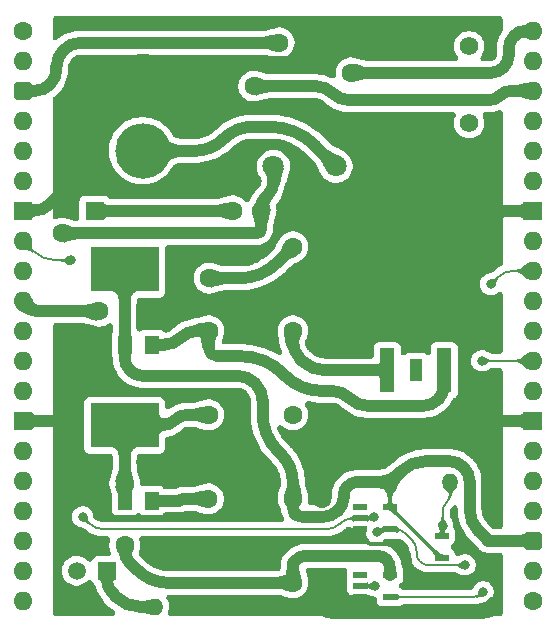
<source format=gtl>
%TF.GenerationSoftware,KiCad,Pcbnew,9.0.4*%
%TF.CreationDate,2025-09-11T20:12:09+02:00*%
%TF.ProjectId,Power and Reset,506f7765-7220-4616-9e64-205265736574,V1*%
%TF.SameCoordinates,Original*%
%TF.FileFunction,Copper,L1,Top*%
%TF.FilePolarity,Positive*%
%FSLAX46Y46*%
G04 Gerber Fmt 4.6, Leading zero omitted, Abs format (unit mm)*
G04 Created by KiCad (PCBNEW 9.0.4) date 2025-09-11 20:12:09*
%MOMM*%
%LPD*%
G01*
G04 APERTURE LIST*
G04 Aperture macros list*
%AMRoundRect*
0 Rectangle with rounded corners*
0 $1 Rounding radius*
0 $2 $3 $4 $5 $6 $7 $8 $9 X,Y pos of 4 corners*
0 Add a 4 corners polygon primitive as box body*
4,1,4,$2,$3,$4,$5,$6,$7,$8,$9,$2,$3,0*
0 Add four circle primitives for the rounded corners*
1,1,$1+$1,$2,$3*
1,1,$1+$1,$4,$5*
1,1,$1+$1,$6,$7*
1,1,$1+$1,$8,$9*
0 Add four rect primitives between the rounded corners*
20,1,$1+$1,$2,$3,$4,$5,0*
20,1,$1+$1,$4,$5,$6,$7,0*
20,1,$1+$1,$6,$7,$8,$9,0*
20,1,$1+$1,$8,$9,$2,$3,0*%
G04 Aperture macros list end*
%TA.AperFunction,ComponentPad*%
%ADD10R,1.575000X1.575000*%
%TD*%
%TA.AperFunction,ComponentPad*%
%ADD11C,1.575000*%
%TD*%
%TA.AperFunction,ComponentPad*%
%ADD12R,1.500000X1.500000*%
%TD*%
%TA.AperFunction,ComponentPad*%
%ADD13C,1.500000*%
%TD*%
%TA.AperFunction,ComponentPad*%
%ADD14C,1.600000*%
%TD*%
%TA.AperFunction,ComponentPad*%
%ADD15C,1.400000*%
%TD*%
%TA.AperFunction,ComponentPad*%
%ADD16O,1.400000X1.400000*%
%TD*%
%TA.AperFunction,ComponentPad*%
%ADD17C,4.700000*%
%TD*%
%TA.AperFunction,ComponentPad*%
%ADD18C,4.150000*%
%TD*%
%TA.AperFunction,SMDPad,CuDef*%
%ADD19R,1.250000X0.600000*%
%TD*%
%TA.AperFunction,SMDPad,CuDef*%
%ADD20R,1.200000X1.500000*%
%TD*%
%TA.AperFunction,SMDPad,CuDef*%
%ADD21R,5.842000X3.810000*%
%TD*%
%TA.AperFunction,ComponentPad*%
%ADD22C,1.800000*%
%TD*%
%TA.AperFunction,ComponentPad*%
%ADD23O,1.600000X1.600000*%
%TD*%
%TA.AperFunction,ComponentPad*%
%ADD24RoundRect,0.400000X-0.400000X-0.400000X0.400000X-0.400000X0.400000X0.400000X-0.400000X0.400000X0*%
%TD*%
%TA.AperFunction,ComponentPad*%
%ADD25R,1.600000X1.600000*%
%TD*%
%TA.AperFunction,ComponentPad*%
%ADD26RoundRect,0.400000X0.400000X0.400000X-0.400000X0.400000X-0.400000X-0.400000X0.400000X-0.400000X0*%
%TD*%
%TA.AperFunction,SMDPad,CuDef*%
%ADD27R,1.287000X3.750000*%
%TD*%
%TA.AperFunction,SMDPad,CuDef*%
%ADD28R,1.033000X1.890000*%
%TD*%
%TA.AperFunction,SMDPad,CuDef*%
%ADD29R,10.500000X8.300000*%
%TD*%
%TA.AperFunction,ViaPad*%
%ADD30C,1.600000*%
%TD*%
%TA.AperFunction,ViaPad*%
%ADD31C,0.800000*%
%TD*%
%TA.AperFunction,Conductor*%
%ADD32C,1.000000*%
%TD*%
%TA.AperFunction,Conductor*%
%ADD33C,0.380000*%
%TD*%
%TA.AperFunction,Conductor*%
%ADD34C,0.200000*%
%TD*%
G04 APERTURE END LIST*
D10*
%TO.P,S2,1,C1*%
%TO.N,/GND*%
X33310000Y-7822000D03*
D11*
%TO.P,S2,2,C2*%
X33310000Y-1322000D03*
%TO.P,S2,3,N1*%
%TO.N,/~{Reset} SW*%
X37810001Y-7822000D03*
%TO.P,S2,4,N2*%
X37810000Y-1321999D03*
%TD*%
D12*
%TO.P,LED1,1,K*%
%TO.N,Net-(LED1-K)*%
X7112000Y-45720000D03*
D13*
%TO.P,LED1,2,A*%
%TO.N,/5V*%
X4572000Y-45720000D03*
%TD*%
D14*
%TO.P,C8,1*%
%TO.N,/3.3V*%
X22892000Y-46736000D03*
%TO.P,C8,2*%
%TO.N,/GND*%
X25392000Y-46736000D03*
%TD*%
D15*
%TO.P,R4,1*%
%TO.N,/GND*%
X11176000Y-43688000D03*
D16*
%TO.P,R4,2*%
%TO.N,Net-(LED1-K)*%
X11176000Y-48768000D03*
%TD*%
D17*
%TO.P,J1,INNER,VCC*%
%TO.N,/18V Source*%
X10160000Y-10160001D03*
D18*
%TO.P,J1,SHL1,GND*%
%TO.N,/GND*%
X5460000Y-6960001D03*
%TO.P,J1,SHL2,GND*%
X10160000Y-3960001D03*
%TD*%
D19*
%TO.P,IC4,1,n.c.*%
%TO.N,unconnected-(IC4-n.c.-Pad1)*%
X28595000Y-40325000D03*
%TO.P,IC4,2,A*%
%TO.N,/~{Reset} SW*%
X28595000Y-41275000D03*
%TO.P,IC4,3,GND*%
%TO.N,/GND*%
X28595000Y-42225000D03*
%TO.P,IC4,4,Y*%
%TO.N,/~{Reset}_{5V}*%
X31095000Y-42225000D03*
%TO.P,IC4,5,3V*%
%TO.N,/5V*%
X31095000Y-40325000D03*
%TD*%
D14*
%TO.P,C6,1*%
%TO.N,/5V*%
X22876000Y-39624000D03*
%TO.P,C6,2*%
%TO.N,/GND*%
X25376000Y-39624000D03*
%TD*%
D10*
%TO.P,D1,1*%
%TO.N,/18V*%
X6096000Y-15240000D03*
D11*
%TO.P,D1,2*%
%TO.N,/18V Switched*%
X20196000Y-15240000D03*
%TD*%
D20*
%TO.P,IC2,1,GND*%
%TO.N,/GND*%
X6336000Y-26568000D03*
%TO.P,IC2,2,5.0VOut*%
%TO.N,/5V*%
X8636000Y-26568000D03*
%TO.P,IC2,3,15VIn*%
%TO.N,/12V*%
X10936000Y-26568000D03*
D21*
%TO.P,IC2,4,5.0VOut*%
%TO.N,/5V*%
X8636000Y-20193000D03*
%TD*%
D14*
%TO.P,C7,1*%
%TO.N,/3.3V*%
X15748000Y-32512000D03*
%TO.P,C7,2*%
%TO.N,/GND*%
X18248000Y-32512000D03*
%TD*%
%TO.P,C1,1*%
%TO.N,/18V*%
X22876000Y-25400000D03*
%TO.P,C1,2*%
%TO.N,/GND*%
X25376000Y-25400000D03*
%TD*%
D15*
%TO.P,R1,1*%
%TO.N,/5V*%
X31095000Y-38227000D03*
D16*
%TO.P,R1,2*%
%TO.N,/~{Reset} SW*%
X36174999Y-38227000D03*
%TD*%
D19*
%TO.P,IC3,1,~{RST}*%
%TO.N,/~{Reset} SW*%
X35492000Y-42738000D03*
%TO.P,IC3,2,5V*%
%TO.N,/5V*%
X35492000Y-44638000D03*
%TO.P,IC3,3,GND*%
%TO.N,/GND*%
X37592000Y-43688000D03*
%TD*%
D14*
%TO.P,C5,1*%
%TO.N,/5V*%
X22876000Y-32512000D03*
%TO.P,C5,2*%
%TO.N,/GND*%
X25376000Y-32512000D03*
%TD*%
D22*
%TO.P,S1,1,1*%
%TO.N,/18V Switched*%
X21226000Y-11476000D03*
%TO.P,S1,2,2*%
%TO.N,/18V Source*%
X26526000Y-11476000D03*
%TD*%
D14*
%TO.P,J2,1,Pin_1*%
%TO.N,unconnected-(J2-Pin_1-Pad1)*%
X0Y0D03*
D23*
%TO.P,J2,2,Pin_2*%
%TO.N,unconnected-(J2-Pin_2-Pad2)*%
X0Y-2540000D03*
D24*
%TO.P,J2,3,Pin_3*%
%TO.N,/5V*%
X0Y-5080000D03*
D23*
%TO.P,J2,4,Pin_4*%
%TO.N,unconnected-(J2-Pin_4-Pad4)*%
X0Y-7620000D03*
%TO.P,J2,5,Pin_5*%
%TO.N,unconnected-(J2-Pin_5-Pad5)*%
X0Y-10160000D03*
%TO.P,J2,6,Pin_6*%
%TO.N,unconnected-(J2-Pin_6-Pad6)*%
X0Y-12700000D03*
D25*
%TO.P,J2,7,Pin_7*%
%TO.N,/GND*%
X0Y-15240000D03*
D23*
%TO.P,J2,8,Pin_8*%
%TO.N,/~{Reset} SW*%
X0Y-17780000D03*
%TO.P,J2,9,Pin_9*%
%TO.N,unconnected-(J2-Pin_9-Pad9)*%
X0Y-20320000D03*
%TO.P,J2,10,Pin_10*%
%TO.N,/18V Source*%
X0Y-22860000D03*
%TO.P,J2,11,Pin_11*%
%TO.N,/18V Switched*%
X0Y-25400000D03*
%TO.P,J2,12,Pin_12*%
%TO.N,unconnected-(J2-Pin_12-Pad12)*%
X0Y-27940000D03*
%TO.P,J2,13,Pin_13*%
%TO.N,unconnected-(J2-Pin_13-Pad13)*%
X0Y-30480000D03*
D25*
%TO.P,J2,14,Pin_14*%
%TO.N,/GND*%
X0Y-33020000D03*
D23*
%TO.P,J2,15,Pin_15*%
%TO.N,unconnected-(J2-Pin_15-Pad15)*%
X0Y-35560000D03*
%TO.P,J2,16,Pin_16*%
%TO.N,unconnected-(J2-Pin_16-Pad16)*%
X0Y-38100000D03*
%TO.P,J2,17,Pin_17*%
%TO.N,unconnected-(J2-Pin_17-Pad17)*%
X0Y-40640000D03*
%TO.P,J2,18,Pin_18*%
%TO.N,unconnected-(J2-Pin_18-Pad18)*%
X0Y-43180000D03*
%TO.P,J2,19,Pin_19*%
%TO.N,unconnected-(J2-Pin_19-Pad19)*%
X0Y-45720000D03*
%TO.P,J2,20,Pin_20*%
%TO.N,unconnected-(J2-Pin_20-Pad20)*%
X0Y-48260000D03*
%TD*%
D14*
%TO.P,C4,1*%
%TO.N,/12V*%
X15764000Y-25400000D03*
%TO.P,C4,2*%
%TO.N,/GND*%
X18264000Y-25400000D03*
%TD*%
%TO.P,C3,1*%
%TO.N,/12V*%
X15732000Y-39624000D03*
%TO.P,C3,2*%
%TO.N,/GND*%
X18232000Y-39624000D03*
%TD*%
D20*
%TO.P,IC5,1,GND*%
%TO.N,/GND*%
X6336000Y-39776000D03*
%TO.P,IC5,2,3.3VOut*%
%TO.N,/3.3V*%
X8636000Y-39776000D03*
%TO.P,IC5,3,15VIn*%
%TO.N,/12V*%
X10936000Y-39776000D03*
D21*
%TO.P,IC5,4,3.3VOut*%
%TO.N,/3.3V*%
X8636000Y-33401000D03*
%TD*%
D14*
%TO.P,J3,1,Pin_1*%
%TO.N,unconnected-(J3-Pin_1-Pad1)*%
X43180000Y-48260000D03*
D23*
%TO.P,J3,2,Pin_2*%
%TO.N,unconnected-(J3-Pin_2-Pad2)*%
X43180000Y-45720000D03*
D26*
%TO.P,J3,3,Pin_3*%
%TO.N,/5V*%
X43180000Y-43180000D03*
D23*
%TO.P,J3,4,Pin_4*%
%TO.N,unconnected-(J3-Pin_4-Pad4)*%
X43180000Y-40640000D03*
%TO.P,J3,5,Pin_5*%
%TO.N,unconnected-(J3-Pin_5-Pad5)*%
X43180000Y-38100000D03*
%TO.P,J3,6,Pin_6*%
%TO.N,unconnected-(J3-Pin_6-Pad6)*%
X43180000Y-35560000D03*
D25*
%TO.P,J3,7,Pin_7*%
%TO.N,/GND*%
X43180000Y-33020000D03*
D23*
%TO.P,J3,8,Pin_8*%
%TO.N,unconnected-(J3-Pin_8-Pad8)*%
X43180000Y-30480000D03*
%TO.P,J3,9,Pin_9*%
%TO.N,/~{Reset}_{5V}*%
X43180000Y-27940000D03*
%TO.P,J3,10,Pin_10*%
%TO.N,unconnected-(J3-Pin_10-Pad10)*%
X43180000Y-25400000D03*
%TO.P,J3,11,Pin_11*%
%TO.N,unconnected-(J3-Pin_11-Pad11)*%
X43180000Y-22860000D03*
%TO.P,J3,12,Pin_12*%
%TO.N,/~{Reset}_{3.3V}*%
X43180000Y-20320000D03*
%TO.P,J3,13,Pin_13*%
%TO.N,unconnected-(J3-Pin_13-Pad13)*%
X43180000Y-17780000D03*
D25*
%TO.P,J3,14,Pin_14*%
%TO.N,/GND*%
X43180000Y-15240000D03*
D23*
%TO.P,J3,15,Pin_15*%
%TO.N,unconnected-(J3-Pin_15-Pad15)*%
X43180000Y-12700000D03*
%TO.P,J3,16,Pin_16*%
%TO.N,unconnected-(J3-Pin_16-Pad16)*%
X43180000Y-10160000D03*
%TO.P,J3,17,Pin_17*%
%TO.N,unconnected-(J3-Pin_17-Pad17)*%
X43180000Y-7620000D03*
%TO.P,J3,18,Pin_18*%
%TO.N,/3.3V*%
X43180000Y-5080000D03*
%TO.P,J3,19,Pin_19*%
%TO.N,unconnected-(J3-Pin_19-Pad19)*%
X43180000Y-2540000D03*
%TO.P,J3,20,Pin_20*%
%TO.N,/12V*%
X43180000Y0D03*
%TD*%
D14*
%TO.P,C2,1*%
%TO.N,/12V*%
X22891999Y-18288000D03*
%TO.P,C2,2*%
%TO.N,/GND*%
X25391999Y-18288000D03*
%TD*%
D19*
%TO.P,IC7,1,n.c.*%
%TO.N,unconnected-(IC7-n.c.-Pad1)*%
X28595000Y-46040000D03*
%TO.P,IC7,2,A*%
%TO.N,/~{Reset}_{5V}*%
X28595000Y-46990000D03*
%TO.P,IC7,3,GND*%
%TO.N,/GND*%
X28595000Y-47940000D03*
%TO.P,IC7,4,Y*%
%TO.N,/~{Reset}_{3.3V}*%
X31095000Y-47940000D03*
%TO.P,IC7,5,3V*%
%TO.N,/3.3V*%
X31095000Y-46040000D03*
%TD*%
D27*
%TO.P,IC1,1,35VIn*%
%TO.N,/18V*%
X30852500Y-28752000D03*
D28*
%TO.P,IC1,2,N.C.*%
%TO.N,unconnected-(IC1-N.C.-Pad2)*%
X33282500Y-28702000D03*
D27*
%TO.P,IC1,3,12VOut*%
%TO.N,/12V*%
X35695500Y-28752000D03*
D29*
%TO.P,IC1,4,GND*%
%TO.N,/GND*%
X33274000Y-18252000D03*
%TD*%
D30*
%TO.N,/5V*%
X21717004Y-1016000D03*
%TO.N,/GND*%
X39687500Y-15557500D03*
X3683000Y-37846000D03*
X11684000Y-23876000D03*
X33020000Y-22606000D03*
X39878000Y-48768000D03*
X6350000Y-37846000D03*
X33020000Y-12700000D03*
X20447000Y-43688000D03*
X36576000Y-32512000D03*
X6350000Y-30099000D03*
%TO.N,/3.3V*%
X8636000Y-38354000D03*
X8636000Y-43560996D03*
X19558000Y-4699000D03*
%TO.N,/12V*%
X15764000Y-20955000D03*
X27813000Y-3556000D03*
%TO.N,/18V*%
X17780000Y-15240000D03*
%TO.N,/18V Switched*%
X3302000Y-17145000D03*
%TO.N,/18V Source*%
X6477000Y-23748997D03*
D31*
%TO.N,/~{Reset}_{5V}*%
X38862000Y-27940000D03*
X37465000Y-45212000D03*
X29845000Y-46990000D03*
X29971996Y-42418000D03*
%TO.N,/~{Reset}_{3.3V}*%
X38989000Y-47498000D03*
X39624000Y-21463002D03*
%TO.N,/~{Reset} SW*%
X4064000Y-19431000D03*
X35560000Y-41910000D03*
X29718000Y-41148000D03*
X5080000Y-41148000D03*
%TD*%
D32*
%TO.N,/3.3V*%
X40404999Y-5479999D02*
G75*
G02*
X39439315Y-5880005I-965699J965699D01*
G01*
X13963617Y-32512000D02*
G75*
G03*
X12890495Y-32956495I-17J-1517600D01*
G01*
X30787500Y-44757500D02*
G75*
G03*
X30045129Y-44449988I-742400J-742400D01*
G01*
X22876000Y-45101000D02*
G75*
G02*
X22891989Y-45139627I-38600J-38600D01*
G01*
X8636000Y-44068998D02*
G75*
G03*
X8995215Y-44936207I1226400J-2D01*
G01*
X23944012Y-44450000D02*
G75*
G03*
X23177496Y-44767496I-12J-1084000D01*
G01*
X26244499Y-5289499D02*
G75*
G03*
X27670091Y-5880003I1425601J1425599D01*
G01*
X12890500Y-32956500D02*
G75*
G02*
X11817382Y-33400993I-1073100J1073100D01*
G01*
X9715500Y-45656500D02*
G75*
G03*
X12321643Y-46735999I2606140J2606140D01*
G01*
X30787500Y-44757500D02*
G75*
G02*
X31095012Y-45499870I-742400J-742400D01*
G01*
X22876000Y-45069000D02*
G75*
G03*
X22876000Y-45101000I16000J-16000D01*
G01*
X41370683Y-5080000D02*
G75*
G03*
X40405004Y-5480004I17J-1365700D01*
G01*
X26244499Y-5289499D02*
G75*
G03*
X24818907Y-4698997I-1425599J-1425601D01*
G01*
D33*
%TO.N,/GND*%
X40386000Y-47900789D02*
G75*
G02*
X40132003Y-48514003I-867200J-11D01*
G01*
D32*
X5460000Y-9298451D02*
G75*
G02*
X3866206Y-13146207I-5441554J3D01*
G01*
D33*
X40386000Y-46609000D02*
G75*
G03*
X39497000Y-45720000I-889000J0D01*
G01*
X28595000Y-48591450D02*
G75*
G02*
X28394485Y-49075485I-684600J50D01*
G01*
X32385000Y-43815000D02*
G75*
G02*
X32765994Y-44734815I-919800J-919800D01*
G01*
X32385000Y-43815000D02*
G75*
G03*
X31465184Y-43434006I-919800J-919800D01*
G01*
D32*
X39624000Y-49022000D02*
G75*
G02*
X39010789Y-49275996I-613200J613200D01*
G01*
X39687500Y-17771449D02*
G75*
G02*
X39546736Y-18111236I-480600J49D01*
G01*
X25183500Y-7149500D02*
G75*
G03*
X23559941Y-6476983I-1623600J-1623600D01*
G01*
X17764000Y-23951500D02*
G75*
G03*
X16815500Y-23003000I-948500J0D01*
G01*
X18712500Y-23003000D02*
G75*
G03*
X17764000Y-23951500I0J-948500D01*
G01*
X39319200Y-32766000D02*
G75*
G03*
X38705989Y-32512004I-613200J-613200D01*
G01*
X27910450Y-49276000D02*
G75*
G03*
X28394485Y-49075485I-50J684600D01*
G01*
D33*
X28394500Y-49075500D02*
G75*
G03*
X28477549Y-49276050I83000J-83100D01*
G01*
X33274000Y-46228000D02*
G75*
G03*
X34500420Y-46735992I1226400J1226400D01*
G01*
D32*
X13174304Y-23003000D02*
G75*
G03*
X12120499Y-23439499I-4J-1490300D01*
G01*
X16916289Y-2667000D02*
G75*
G03*
X15355503Y-3313504I11J-2207300D01*
G01*
X6336000Y-30075100D02*
G75*
G03*
X6343000Y-30092000I23900J0D01*
G01*
X13794709Y-3960001D02*
G75*
G03*
X15355497Y-3313498I-9J2207301D01*
G01*
X15355499Y-4606501D02*
G75*
G03*
X13794709Y-3959997I-1560799J-1560799D01*
G01*
X15355499Y-3313500D02*
G75*
G03*
X15355499Y-4606501I646501J-646500D01*
G01*
X33020000Y-23448776D02*
G75*
G02*
X32448507Y-24828507I-1951200J-24D01*
G01*
X40229506Y-15240000D02*
G75*
G03*
X39846248Y-15398748I-6J-542000D01*
G01*
X25142000Y-23237000D02*
G75*
G02*
X25375989Y-23801925I-564900J-564900D01*
G01*
X24040500Y-1994500D02*
G75*
G02*
X22416941Y-2667017I-1623600J1623600D01*
G01*
X25664058Y-1322000D02*
G75*
G03*
X24040512Y-1994512I42J-2296100D01*
G01*
D33*
X27083999Y-42638999D02*
G75*
G02*
X26084515Y-43053005I-999499J999499D01*
G01*
X38608000Y-45974000D02*
G75*
G02*
X38428392Y-46407603I-613200J0D01*
G01*
D32*
X3302000Y-32766000D02*
G75*
G02*
X2688789Y-33019996I-613200J613200D01*
G01*
D33*
X21531012Y-43053000D02*
G75*
G03*
X20764496Y-43370496I-12J-1084000D01*
G01*
D32*
X39546750Y-18111250D02*
G75*
G02*
X39206949Y-18252020I-339850J339850D01*
G01*
D33*
X28839000Y-43190000D02*
G75*
G03*
X29428068Y-43434013I589100J589100D01*
G01*
D32*
X5829999Y-4330000D02*
G75*
G03*
X5460003Y-5223258I893251J-893250D01*
G01*
X25142000Y-23237000D02*
G75*
G03*
X24577074Y-23003011I-564900J-564900D01*
G01*
D33*
X28595000Y-42585500D02*
G75*
G03*
X28234500Y-42225000I-360500J0D01*
G01*
X28046500Y-42225000D02*
G75*
G03*
X27110151Y-42612848I0J-1324200D01*
G01*
D32*
X25183500Y-7149500D02*
G75*
G03*
X26807058Y-7822017I1623600J1623600D01*
G01*
D33*
X38248789Y-44344789D02*
G75*
G02*
X38608006Y-45212000I-867189J-867211D01*
G01*
X28595000Y-42600931D02*
G75*
G03*
X28839009Y-43189991I833100J31D01*
G01*
D32*
X17764000Y-24546446D02*
G75*
G03*
X18013984Y-25150016I853500J-54D01*
G01*
X5290420Y-30099000D02*
G75*
G03*
X4063994Y-30606994I-20J-1734400D01*
G01*
X15967498Y-5218500D02*
G75*
G03*
X19005785Y-6477006I3038302J3038300D01*
G01*
X39319200Y-32766000D02*
G75*
G03*
X39932410Y-33019996I613200J613200D01*
G01*
D33*
X38862000Y-45720000D02*
G75*
G03*
X38608000Y-45974000I0J-254000D01*
G01*
X38608000Y-45466000D02*
G75*
G03*
X38862000Y-45720000I254000J0D01*
G01*
D32*
X4049914Y-30621085D02*
G75*
G03*
X3555991Y-31813500I1192386J-1192415D01*
G01*
D33*
X38354000Y-46482000D02*
G75*
G02*
X37740789Y-46735996I-613200J613200D01*
G01*
D32*
X2399058Y-14613356D02*
G75*
G02*
X886207Y-15240000I-1512854J1512856D01*
G01*
D33*
X32766000Y-45001579D02*
G75*
G03*
X33273994Y-46228006I1734400J-21D01*
G01*
D32*
X32448500Y-24828500D02*
G75*
G02*
X31068776Y-25399990I-1379700J1379700D01*
G01*
X24892000Y-48006000D02*
G75*
G03*
X26162000Y-49276000I1270000J0D01*
G01*
X3556000Y-32152789D02*
G75*
G02*
X3302002Y-32766002I-867220J-1D01*
G01*
X6723257Y-3960001D02*
G75*
G03*
X5829998Y-4329999I-7J-1263249D01*
G01*
X16815500Y-23003000D02*
X18712500Y-23003000D01*
X28477549Y-49276000D02*
X27910450Y-49276000D01*
D33*
X38608000Y-45974000D02*
X38608000Y-45466000D01*
D32*
%TO.N,/5V*%
X27495500Y-38544500D02*
G75*
G03*
X27178005Y-39311012I766500J-766500D01*
G01*
X4917124Y-1016000D02*
G75*
G03*
X3460749Y-1619249I-4J-2059620D01*
G01*
X23122000Y-40902000D02*
G75*
G03*
X23715896Y-41148001I593900J593900D01*
G01*
X2857500Y-3237178D02*
G75*
G02*
X2317750Y-4540250I-1842831J3D01*
G01*
X21893828Y-35863828D02*
G75*
G02*
X22875983Y-38235000I-2371228J-2371172D01*
G01*
X19685000Y-29845000D02*
G75*
G02*
X20319989Y-31378025I-1533000J-1533000D01*
G01*
X34147306Y-36439000D02*
G75*
G03*
X31988998Y-37332998I-6J-3052300D01*
G01*
X19685000Y-29845000D02*
G75*
G03*
X18151974Y-29210011I-1533000J-1533000D01*
G01*
X26669999Y-40639999D02*
G75*
G02*
X25443579Y-41147990I-1226399J1226399D01*
G01*
X27178000Y-39497000D02*
G75*
G02*
X26728982Y-40581007I-1533000J0D01*
G01*
X2317750Y-4540250D02*
G75*
G02*
X1014678Y-5080003I-1303080J1303080D01*
G01*
X22876000Y-40308103D02*
G75*
G03*
X23122001Y-40901999I839900J3D01*
G01*
X37333000Y-36952000D02*
G75*
G02*
X37846003Y-38190491I-1238500J-1238500D01*
G01*
X20320000Y-32482635D02*
G75*
G03*
X21597999Y-35568001I4363360J-5D01*
G01*
X37846000Y-40539369D02*
G75*
G03*
X38607991Y-42379009I2601600J-31D01*
G01*
X39356211Y-43127211D02*
G75*
G02*
X39369993Y-43160500I-33311J-33289D01*
G01*
X37333000Y-36952000D02*
G75*
G03*
X36094508Y-36438997I-1238500J-1238500D01*
G01*
X28262012Y-38227000D02*
G75*
G03*
X27495496Y-38544496I-12J-1084000D01*
G01*
X8636000Y-27687260D02*
G75*
G03*
X9082000Y-28764000I1522740J0D01*
G01*
X39370000Y-43160500D02*
G75*
G03*
X39389500Y-43180000I19500J0D01*
G01*
X9082000Y-28764000D02*
G75*
G03*
X10158739Y-29209984I1076700J1076700D01*
G01*
X3460750Y-1619250D02*
G75*
G03*
X2857502Y-3075624I1456370J-1456370D01*
G01*
%TO.N,/18V Source*%
X17017999Y-9144000D02*
G75*
G02*
X14565157Y-10160003I-2452849J2452850D01*
G01*
X444498Y-23304498D02*
G75*
G03*
X1517612Y-23748994I1073112J1073118D01*
G01*
X24771792Y-9721792D02*
G75*
G03*
X20924036Y-8128003I-3847752J-3847758D01*
G01*
X19470841Y-8128000D02*
G75*
G03*
X17017987Y-9143988I-41J-3468800D01*
G01*
%TO.N,/18V Switched*%
X20196000Y-16768058D02*
G75*
G02*
X20085629Y-17034629I-377000J-42D01*
G01*
X20085596Y-17034596D02*
G75*
G02*
X19819058Y-17144953I-266496J266596D01*
G01*
X20460457Y-14227542D02*
G75*
G03*
X20195995Y-14866000I638443J-638458D01*
G01*
X21226000Y-12733680D02*
G75*
G02*
X20711006Y-13977006I-1758300J-20D01*
G01*
X20196000Y-14866000D02*
X20196000Y-15614000D01*
%TO.N,/18V*%
X22876000Y-26275000D02*
G75*
G03*
X23494726Y-27768710I2112400J0D01*
G01*
X23677000Y-27951000D02*
G75*
G03*
X25610785Y-28752006I1933800J1933800D01*
G01*
%TO.N,/12V*%
X27694207Y-31123207D02*
G75*
G03*
X26141367Y-30480009I-1552807J-1552793D01*
G01*
X15968500Y-27354500D02*
G75*
G03*
X16462206Y-27558997I493700J493700D01*
G01*
X41601222Y-447407D02*
G75*
G03*
X41153858Y-1527544I1080178J-1080093D01*
G01*
X35695500Y-29946102D02*
G75*
G02*
X35162339Y-31233253I-1820300J2D01*
G01*
X14795900Y-25400000D02*
G75*
G03*
X13386000Y-25984000I0J-1993900D01*
G01*
X41153815Y-2028455D02*
G75*
G02*
X40706424Y-3108609I-1527515J-45D01*
G01*
X22034500Y-29019500D02*
G75*
G03*
X18508541Y-27558997I-3525960J-3525950D01*
G01*
X21558499Y-19621500D02*
G75*
G02*
X18339145Y-20954999I-3219359J3219370D01*
G01*
X15764000Y-26860793D02*
G75*
G03*
X15968498Y-27354502I698200J-7D01*
G01*
X13386000Y-25984000D02*
G75*
G02*
X11976099Y-26568000I-1409900J1409900D01*
G01*
X35162343Y-31233257D02*
G75*
G02*
X33875188Y-31766405I-1287143J1287157D01*
G01*
X40706407Y-3108592D02*
G75*
G02*
X39626270Y-3555991I-1080107J1080092D01*
G01*
X22237764Y-29222764D02*
G75*
G03*
X25273000Y-30479992I3035236J3035264D01*
G01*
X13594480Y-39624000D02*
G75*
G03*
X13411006Y-39700006I20J-259500D01*
G01*
X13411000Y-39700000D02*
G75*
G02*
X13227519Y-39776008I-183500J183500D01*
G01*
X27694207Y-31123207D02*
G75*
G03*
X29247046Y-31766391I1552793J1552807D01*
G01*
X42614315Y0D02*
G75*
G03*
X41648620Y-399989I-15J-1365700D01*
G01*
D34*
%TO.N,/~{Reset} SW*%
X26829870Y-41738499D02*
G75*
G02*
X25710883Y-42201983I-1118970J1118999D01*
G01*
X35867499Y-39951500D02*
G75*
G03*
X35559987Y-40693869I742401J-742400D01*
G01*
X825500Y-18605500D02*
G75*
G03*
X2818433Y-19430996I1992930J1992940D01*
G01*
X5607000Y-41675000D02*
G75*
G03*
X6879290Y-42202004I1272300J1272300D01*
G01*
X36174999Y-39209131D02*
G75*
G02*
X35867490Y-39951491I-1049899J31D01*
G01*
X27944185Y-41275000D02*
G75*
G03*
X26833184Y-41735204I15J-1571200D01*
G01*
X29654500Y-41211500D02*
G75*
G02*
X29501197Y-41274999I-153300J153300D01*
G01*
%TO.N,/~{Reset}_{3.3V}*%
X38768000Y-47719000D02*
G75*
G02*
X38234458Y-47939954I-533500J533600D01*
G01*
X41575226Y-20320000D02*
G75*
G03*
X40195493Y-20891493I-26J-1951200D01*
G01*
%TO.N,/~{Reset}_{5V}*%
X37452000Y-45225000D02*
G75*
G02*
X37420615Y-45238006I-31400J31400D01*
G01*
X32439078Y-42576078D02*
G75*
G03*
X31591500Y-42225013I-847578J-847622D01*
G01*
X30301467Y-42225000D02*
G75*
G03*
X30068506Y-42321510I33J-329500D01*
G01*
X33642000Y-44945000D02*
G75*
G03*
X34349364Y-45238015I707400J707400D01*
G01*
X33349000Y-44237635D02*
G75*
G03*
X33642010Y-44944990I1000400J35D01*
G01*
X32936756Y-43073756D02*
G75*
G02*
X33348996Y-44069000I-995256J-995244D01*
G01*
D32*
%TO.N,Net-(LED1-K)*%
X7112000Y-46418500D02*
G75*
G03*
X7605920Y-47610908I1686300J0D01*
G01*
X7937499Y-47942499D02*
G75*
G03*
X9930431Y-48767996I1992931J1992939D01*
G01*
%TO.N,/5V*%
X22876000Y-38235000D02*
X22876000Y-39624000D01*
X34147306Y-36439000D02*
X36094508Y-36439000D01*
X22876000Y-40308103D02*
X22876000Y-39624000D01*
D33*
X31095000Y-40325000D02*
X31095000Y-38227000D01*
D32*
X4917124Y-1016000D02*
X21717004Y-1016000D01*
X38608000Y-42379000D02*
X39356211Y-43127211D01*
X1014678Y-5080000D02*
X0Y-5080000D01*
X2857500Y-3237178D02*
X2857500Y-3075624D01*
X20320000Y-31378025D02*
X20320000Y-32482635D01*
X26669999Y-40639999D02*
X26728987Y-40581012D01*
X27178000Y-39311012D02*
X27178000Y-39497000D01*
X37846000Y-38190491D02*
X37846000Y-40539369D01*
X8636000Y-26568000D02*
X8636000Y-27687260D01*
X39389500Y-43180000D02*
X43180000Y-43180000D01*
X31989000Y-37333000D02*
X31095000Y-38227000D01*
X23715896Y-41148000D02*
X25443579Y-41148000D01*
X8636000Y-26568000D02*
X8636000Y-20193000D01*
X31095000Y-38227000D02*
X28262012Y-38227000D01*
D33*
X31095000Y-40325000D02*
X35408000Y-44638000D01*
D32*
X21893828Y-35863828D02*
X21598000Y-35568000D01*
X18151974Y-29210000D02*
X10158739Y-29210000D01*
D33*
%TO.N,/GND*%
X38248789Y-44344789D02*
X37592000Y-43688000D01*
D32*
X3866206Y-13146207D02*
X2399058Y-14613356D01*
X33020000Y-23448776D02*
X33020000Y-22606000D01*
X25664058Y-1322000D02*
X33310000Y-1322000D01*
X26807058Y-7822000D02*
X33310000Y-7822000D01*
X27910450Y-49276000D02*
X26162000Y-49276000D01*
X6350000Y-30099000D02*
X5290420Y-30099000D01*
X39624000Y-49022000D02*
X39878000Y-48768000D01*
X6350000Y-37846000D02*
X6350000Y-39762000D01*
X6350000Y-30099000D02*
X6343000Y-30092000D01*
X25376000Y-25400000D02*
X31068776Y-25400000D01*
X39932410Y-33020000D02*
X43180000Y-33020000D01*
D33*
X27083999Y-42638999D02*
X27110151Y-42612848D01*
D32*
X39206949Y-18252000D02*
X33274000Y-18252000D01*
D33*
X32766000Y-44734815D02*
X32766000Y-45001579D01*
D32*
X39846250Y-15398750D02*
X39687500Y-15557500D01*
D33*
X20764500Y-43370500D02*
X20447000Y-43688000D01*
D32*
X23559941Y-6477000D02*
X19005785Y-6477000D01*
D33*
X40386000Y-47900789D02*
X40386000Y-46609000D01*
D32*
X36576000Y-32512000D02*
X38705989Y-32512000D01*
D33*
X38428394Y-46407605D02*
X38354000Y-46482000D01*
D32*
X10160000Y-3960001D02*
X13794709Y-3960001D01*
X40229506Y-15240000D02*
X43180000Y-15240000D01*
D33*
X28234500Y-42225000D02*
X28046500Y-42225000D01*
X40132000Y-48514000D02*
X39878000Y-48768000D01*
X28595000Y-42585500D02*
X28595000Y-42600931D01*
X28595000Y-48591450D02*
X28595000Y-47940000D01*
D32*
X16916289Y-2667000D02*
X22416941Y-2667000D01*
X886207Y-15240000D02*
X0Y-15240000D01*
X2688789Y-33020000D02*
X0Y-33020000D01*
D33*
X25376000Y-39624000D02*
X25376000Y-32512000D01*
D32*
X15355499Y-4606501D02*
X15967498Y-5218500D01*
X5460000Y-5830000D02*
X5460000Y-5223258D01*
D33*
X39497000Y-45720000D02*
X38862000Y-45720000D01*
D32*
X18712500Y-23003000D02*
X24577074Y-23003000D01*
X39687500Y-17771449D02*
X39687500Y-15557500D01*
X6336000Y-30075100D02*
X6336000Y-26568000D01*
X17764000Y-23951500D02*
X17764000Y-24546446D01*
X3683000Y-37846000D02*
X6350000Y-37846000D01*
X25376000Y-23801925D02*
X25376000Y-25400000D01*
X16815500Y-23003000D02*
X13174304Y-23003000D01*
X12120500Y-23439500D02*
X11684000Y-23876000D01*
X24892000Y-48006000D02*
X24892000Y-46736000D01*
D33*
X31465184Y-43434000D02*
X29428068Y-43434000D01*
D32*
X4063999Y-30606999D02*
X4049914Y-30621085D01*
X3556000Y-31813500D02*
X3556000Y-32152789D01*
D33*
X34500420Y-46736000D02*
X37740789Y-46736000D01*
D32*
X18014000Y-25150000D02*
X18264000Y-25400000D01*
D33*
X26084515Y-43053000D02*
X21531012Y-43053000D01*
D32*
X20447000Y-43688000D02*
X11176000Y-43688000D01*
X5460000Y-9298451D02*
X5460000Y-8090001D01*
D33*
X38608000Y-45212000D02*
X38608000Y-45466000D01*
D32*
X33020000Y-12700000D02*
X33020000Y-17998000D01*
X10160000Y-3960001D02*
X6723257Y-3960001D01*
X39010789Y-49276000D02*
X28477549Y-49276000D01*
%TO.N,/3.3V*%
X31095000Y-45499870D02*
X31095000Y-46040000D01*
X11817382Y-33401000D02*
X8636000Y-33401000D01*
X8995211Y-44936211D02*
X9715500Y-45656500D01*
X30045129Y-44450000D02*
X23944012Y-44450000D01*
X39439315Y-5879999D02*
X27670091Y-5879999D01*
X8636000Y-43560996D02*
X8636000Y-44068998D01*
X23177500Y-44767500D02*
X22876000Y-45069000D01*
X22892000Y-46736000D02*
X12321643Y-46736000D01*
X41370683Y-5080000D02*
X43180000Y-5080000D01*
X22892000Y-46736000D02*
X22892000Y-45139627D01*
X8636000Y-38354000D02*
X8636000Y-33376000D01*
X13963617Y-32512000D02*
X15748000Y-32512000D01*
X24818907Y-4699000D02*
X19558000Y-4699000D01*
X8636000Y-38354000D02*
X8636000Y-39776000D01*
%TO.N,/12V*%
X15764000Y-25400000D02*
X15764000Y-26860793D01*
X11976099Y-26568000D02*
X10936000Y-26568000D01*
X41153815Y-1527544D02*
X41153815Y-2028455D01*
X41601222Y-447407D02*
X41648630Y-399999D01*
X42614315Y0D02*
X43180000Y0D01*
X22034500Y-29019500D02*
X22237764Y-29222764D01*
X15764000Y-25400000D02*
X14795900Y-25400000D01*
X13594480Y-39624000D02*
X15732000Y-39624000D01*
X26141367Y-30480000D02*
X25273000Y-30480000D01*
X15764000Y-20955000D02*
X18339145Y-20955000D01*
X13227519Y-39776000D02*
X10936000Y-39776000D01*
X21558499Y-19621500D02*
X22891999Y-18288000D01*
X16462206Y-27559000D02*
X18508541Y-27559000D01*
X33875188Y-31766414D02*
X29247046Y-31766414D01*
X39626270Y-3556000D02*
X27813000Y-3556000D01*
%TO.N,Net-(LED1-K)*%
X9930431Y-48767999D02*
X11176000Y-48767999D01*
X7112000Y-46418500D02*
X7112000Y-45720000D01*
X7605914Y-47610914D02*
X7937499Y-47942499D01*
%TO.N,/18V*%
X23494718Y-27768718D02*
X23677000Y-27951000D01*
X25610785Y-28752000D02*
X30852500Y-28752000D01*
X22876000Y-26275000D02*
X22876000Y-25400000D01*
X17780000Y-15240000D02*
X6096000Y-15240000D01*
%TO.N,/18V Switched*%
X3302000Y-17145000D02*
X19819058Y-17145000D01*
X21226000Y-12733680D02*
X21226000Y-11476000D01*
X20460457Y-14227542D02*
X20711000Y-13977000D01*
X20196000Y-16768058D02*
X20196000Y-15614000D01*
%TO.N,/18V Source*%
X24771792Y-9721792D02*
X26526000Y-11476000D01*
X1517612Y-23748997D02*
X6477000Y-23748997D01*
X14565157Y-10160001D02*
X10160000Y-10160001D01*
X444498Y-23304498D02*
X0Y-22860000D01*
X20924036Y-8128000D02*
X19470841Y-8128000D01*
D34*
%TO.N,/~{Reset}_{5V}*%
X37452000Y-45225000D02*
X37465000Y-45212000D01*
X30301467Y-42225000D02*
X31095000Y-42225000D01*
X29971996Y-42418000D02*
X30068496Y-42321500D01*
X29845000Y-46990000D02*
X28595000Y-46990000D01*
X38862000Y-27940000D02*
X43180000Y-27940000D01*
X33349000Y-44237635D02*
X33349000Y-44069000D01*
X32439078Y-42576078D02*
X32936756Y-43073756D01*
X37420615Y-45238000D02*
X34349364Y-45238000D01*
%TO.N,/~{Reset}_{3.3V}*%
X38234458Y-47940000D02*
X31095000Y-47940000D01*
X39624000Y-21463002D02*
X40195501Y-20891501D01*
X38989000Y-47498000D02*
X38768000Y-47719000D01*
X41575226Y-20320000D02*
X43180000Y-20320000D01*
%TO.N,/~{Reset} SW*%
X29718000Y-41148000D02*
X29654500Y-41211500D01*
X5607000Y-41675000D02*
X5080000Y-41148000D01*
X35560000Y-41910000D02*
X35560000Y-40693869D01*
X28595000Y-41275000D02*
X29501197Y-41275000D01*
X4064000Y-19431000D02*
X2818433Y-19431000D01*
X25710883Y-42202000D02*
X6879290Y-42202000D01*
X36174999Y-39209131D02*
X36174999Y-38227000D01*
X28595000Y-41275000D02*
X27944185Y-41275000D01*
X35560000Y-41910000D02*
X35560000Y-42670000D01*
X26829870Y-41738499D02*
X26833175Y-41735195D01*
X825500Y-18605500D02*
X0Y-17780000D01*
%TD*%
%TA.AperFunction,Conductor*%
%TO.N,/GND*%
G36*
X4881987Y-24752899D02*
G01*
X4892321Y-24754626D01*
X5071370Y-24758694D01*
X5085581Y-24759425D01*
X5196498Y-24768326D01*
X5221837Y-24771677D01*
X5393302Y-24803393D01*
X5420391Y-24809992D01*
X5590648Y-24861738D01*
X5591139Y-24861889D01*
X5831506Y-24936023D01*
X5847536Y-24940678D01*
X5848288Y-24940883D01*
X5864750Y-24945075D01*
X5864769Y-24945079D01*
X5864771Y-24945080D01*
X5894863Y-24952206D01*
X6192649Y-25022727D01*
X6201446Y-25024728D01*
X6201845Y-25024815D01*
X6263850Y-25034350D01*
X6263858Y-25034349D01*
X6272731Y-25034795D01*
X6299214Y-25037549D01*
X6374641Y-25049496D01*
X6374642Y-25049496D01*
X6374648Y-25049497D01*
X6374651Y-25049497D01*
X6579349Y-25049497D01*
X6579352Y-25049497D01*
X6579355Y-25049496D01*
X6579361Y-25049496D01*
X6678754Y-25033753D01*
X6781534Y-25017474D01*
X6976219Y-24954217D01*
X7158610Y-24861284D01*
X7240142Y-24802047D01*
X7266799Y-24789758D01*
X7291212Y-24773447D01*
X7310506Y-24769608D01*
X7328372Y-24761373D01*
X7357705Y-24760220D01*
X7386500Y-24754493D01*
X7405796Y-24758331D01*
X7425452Y-24757559D01*
X7452992Y-24767719D01*
X7481788Y-24773447D01*
X7498147Y-24784377D01*
X7516602Y-24791186D01*
X7538155Y-24811110D01*
X7562570Y-24827423D01*
X7573501Y-24843783D01*
X7587945Y-24857135D01*
X7600234Y-24883792D01*
X7616546Y-24908205D01*
X7620384Y-24927499D01*
X7628620Y-24945365D01*
X7635500Y-25003493D01*
X7635500Y-25434956D01*
X7616546Y-25530244D01*
X7599857Y-25559554D01*
X7600740Y-25560036D01*
X7592205Y-25575665D01*
X7541908Y-25710518D01*
X7535500Y-25770123D01*
X7535500Y-27365865D01*
X7535500Y-27365868D01*
X7535501Y-27365872D01*
X7537065Y-27380423D01*
X7541908Y-27425480D01*
X7541909Y-27425485D01*
X7592203Y-27560329D01*
X7600738Y-27575959D01*
X7598076Y-27577412D01*
X7599248Y-27579861D01*
X7616529Y-27605714D01*
X7620024Y-27623279D01*
X7627761Y-27639447D01*
X7635500Y-27700998D01*
X7635500Y-27785801D01*
X7635514Y-27785875D01*
X7635517Y-27798226D01*
X7635515Y-27798234D01*
X7635517Y-27798270D01*
X7635517Y-27829013D01*
X7661765Y-28061962D01*
X7667247Y-28110615D01*
X7730309Y-28386907D01*
X7802867Y-28594265D01*
X7823913Y-28654410D01*
X7946868Y-28909730D01*
X7946871Y-28909735D01*
X8097650Y-29149697D01*
X8274341Y-29371260D01*
X8274348Y-29371268D01*
X8301598Y-29398518D01*
X8301644Y-29398587D01*
X8374528Y-29471471D01*
X8374528Y-29471472D01*
X8474728Y-29571672D01*
X8474732Y-29571675D01*
X8474735Y-29571678D01*
X8629217Y-29694872D01*
X8696307Y-29748374D01*
X8818943Y-29825430D01*
X8936274Y-29899153D01*
X8936281Y-29899157D01*
X9191615Y-30022116D01*
X9191618Y-30022117D01*
X9191622Y-30022119D01*
X9387893Y-30090794D01*
X9459122Y-30115717D01*
X9459127Y-30115719D01*
X9598382Y-30147500D01*
X9735432Y-30178778D01*
X10017060Y-30210504D01*
X10158765Y-30210500D01*
X18059271Y-30210500D01*
X18059276Y-30210501D01*
X18142202Y-30210500D01*
X18161733Y-30211267D01*
X18315094Y-30223335D01*
X18353674Y-30229444D01*
X18493723Y-30263066D01*
X18530865Y-30275134D01*
X18663927Y-30330249D01*
X18698736Y-30347986D01*
X18821528Y-30423233D01*
X18853138Y-30446198D01*
X18953543Y-30531952D01*
X18962591Y-30539679D01*
X18990220Y-30567309D01*
X19083793Y-30676869D01*
X19106758Y-30708477D01*
X19182007Y-30831273D01*
X19199741Y-30866078D01*
X19231108Y-30941805D01*
X19254850Y-30999125D01*
X19266923Y-31036285D01*
X19300541Y-31176318D01*
X19306654Y-31214911D01*
X19318732Y-31368400D01*
X19319499Y-31387930D01*
X19319499Y-31429850D01*
X19319499Y-31470723D01*
X19319499Y-31470727D01*
X19319500Y-31483019D01*
X19319500Y-32272337D01*
X19319486Y-32272402D01*
X19319485Y-32693341D01*
X19319485Y-32693353D01*
X19352551Y-33113511D01*
X19352557Y-33113559D01*
X19418492Y-33529855D01*
X19418493Y-33529857D01*
X19516883Y-33939687D01*
X19516891Y-33939713D01*
X19605843Y-34213479D01*
X19647138Y-34340572D01*
X19658193Y-34367261D01*
X19808434Y-34729977D01*
X19808437Y-34729983D01*
X19808438Y-34729985D01*
X19992292Y-35090820D01*
X19999798Y-35105550D01*
X20220026Y-35464929D01*
X20467778Y-35805930D01*
X20741503Y-36126422D01*
X20741512Y-36126431D01*
X20741518Y-36126438D01*
X20820861Y-36205781D01*
X21147219Y-36532139D01*
X21147221Y-36532141D01*
X21181417Y-36566338D01*
X21191011Y-36576486D01*
X21352855Y-36757593D01*
X21370259Y-36779417D01*
X21506767Y-36971810D01*
X21521616Y-36995443D01*
X21635720Y-37201904D01*
X21647833Y-37227059D01*
X21647834Y-37227061D01*
X21738097Y-37444977D01*
X21747320Y-37471334D01*
X21812622Y-37698009D01*
X21818835Y-37725230D01*
X21858347Y-37957780D01*
X21861473Y-37985527D01*
X21875108Y-38228320D01*
X21875500Y-38242282D01*
X21875500Y-38451601D01*
X21863814Y-38526987D01*
X21833158Y-38623492D01*
X21828236Y-38638986D01*
X21821795Y-38656866D01*
X21796558Y-38719335D01*
X21794350Y-38724960D01*
X21792840Y-38728811D01*
X21792820Y-38728863D01*
X21792810Y-38728889D01*
X21704717Y-38960195D01*
X21698419Y-38977692D01*
X21698133Y-38978534D01*
X21692494Y-38996220D01*
X21648534Y-39143420D01*
X21644169Y-39158934D01*
X21644008Y-39159544D01*
X21640158Y-39175098D01*
X21601525Y-39342522D01*
X21599629Y-39351069D01*
X21599576Y-39351316D01*
X21590576Y-39410842D01*
X21590130Y-39419966D01*
X21587363Y-39446744D01*
X21575500Y-39521644D01*
X21575500Y-39726361D01*
X21607522Y-39928531D01*
X21670778Y-40123214D01*
X21670780Y-40123219D01*
X21763713Y-40305611D01*
X21768823Y-40313950D01*
X21768601Y-40314085D01*
X21772829Y-40320622D01*
X21777565Y-40328886D01*
X21777820Y-40329527D01*
X21863167Y-40478250D01*
X21863217Y-40478337D01*
X21867860Y-40492160D01*
X21894050Y-40569643D01*
X21906990Y-40667923D01*
X21906991Y-40667926D01*
X21969425Y-40900933D01*
X21969429Y-40900946D01*
X21969431Y-40900951D01*
X22061754Y-41123838D01*
X22061755Y-41123841D01*
X22061757Y-41123844D01*
X22084321Y-41162926D01*
X22099019Y-41192847D01*
X22099686Y-41194472D01*
X22113916Y-41230491D01*
X22124846Y-41255747D01*
X22125739Y-41257921D01*
X22134625Y-41303325D01*
X22144370Y-41348574D01*
X22143941Y-41350922D01*
X22144400Y-41353267D01*
X22135233Y-41398616D01*
X22126921Y-41444149D01*
X22125624Y-41446156D01*
X22125152Y-41448496D01*
X22099335Y-41486876D01*
X22074225Y-41525771D01*
X22072259Y-41527129D01*
X22070927Y-41529111D01*
X22032386Y-41554691D01*
X21994305Y-41581015D01*
X21991968Y-41581518D01*
X21989980Y-41582838D01*
X21944575Y-41591724D01*
X21899327Y-41601469D01*
X21895401Y-41601500D01*
X6889073Y-41601500D01*
X6869536Y-41600732D01*
X6849967Y-41599191D01*
X6711298Y-41588277D01*
X6672708Y-41582165D01*
X6527903Y-41547400D01*
X6490743Y-41535326D01*
X6353159Y-41478336D01*
X6318346Y-41460597D01*
X6191370Y-41382786D01*
X6159760Y-41359821D01*
X6078430Y-41290359D01*
X6018282Y-41214061D01*
X5993955Y-41138339D01*
X5992306Y-41127463D01*
X5973935Y-41006281D01*
X5972142Y-40995271D01*
X5972054Y-40994766D01*
X5956769Y-40931478D01*
X5953737Y-40918923D01*
X5953791Y-40918909D01*
X5949392Y-40902921D01*
X5945894Y-40885334D01*
X5878013Y-40721453D01*
X5874585Y-40716323D01*
X5779466Y-40573968D01*
X5779464Y-40573965D01*
X5654035Y-40448536D01*
X5647582Y-40444224D01*
X5506549Y-40349988D01*
X5506547Y-40349987D01*
X5342666Y-40282106D01*
X5342661Y-40282105D01*
X5342659Y-40282104D01*
X5168695Y-40247500D01*
X5168691Y-40247500D01*
X4991309Y-40247500D01*
X4991304Y-40247500D01*
X4817340Y-40282104D01*
X4817336Y-40282105D01*
X4817334Y-40282106D01*
X4741935Y-40313337D01*
X4653450Y-40349988D01*
X4505968Y-40448533D01*
X4380533Y-40573968D01*
X4281988Y-40721450D01*
X4264208Y-40764375D01*
X4214848Y-40883544D01*
X4214104Y-40885340D01*
X4179500Y-41059304D01*
X4179500Y-41236695D01*
X4214104Y-41410659D01*
X4214105Y-41410661D01*
X4214106Y-41410666D01*
X4277943Y-41564783D01*
X4281988Y-41574549D01*
X4368575Y-41704134D01*
X4380536Y-41722035D01*
X4505965Y-41847464D01*
X4505968Y-41847466D01*
X4653451Y-41946012D01*
X4653453Y-41946013D01*
X4744858Y-41983873D01*
X4817330Y-42013893D01*
X4817333Y-42013893D01*
X4817334Y-42013894D01*
X4895357Y-42029413D01*
X4933308Y-42041276D01*
X5078580Y-42064741D01*
X5082332Y-42065466D01*
X5123839Y-42082393D01*
X5165839Y-42098034D01*
X5170414Y-42101387D01*
X5172293Y-42102154D01*
X5174678Y-42104513D01*
X5194885Y-42119325D01*
X5194943Y-42119254D01*
X5196746Y-42120690D01*
X5197823Y-42121479D01*
X5198834Y-42122352D01*
X5218633Y-42138116D01*
X5239606Y-42156842D01*
X5249998Y-42167234D01*
X5250046Y-42167276D01*
X5277681Y-42194911D01*
X5488414Y-42362965D01*
X5716638Y-42506368D01*
X5716643Y-42506370D01*
X5716651Y-42506375D01*
X5838060Y-42564842D01*
X5959483Y-42623317D01*
X6213895Y-42712340D01*
X6476675Y-42772319D01*
X6476680Y-42772319D01*
X6476682Y-42772320D01*
X6564015Y-42782160D01*
X6744518Y-42802499D01*
X6780156Y-42802499D01*
X6800230Y-42802499D01*
X6800233Y-42802500D01*
X6879287Y-42802500D01*
X6952201Y-42802500D01*
X7172306Y-42802500D01*
X7267594Y-42821454D01*
X7296816Y-42840980D01*
X7348375Y-42875430D01*
X7402351Y-42956212D01*
X7421305Y-43051500D01*
X7409118Y-43128445D01*
X7367522Y-43256464D01*
X7335500Y-43458634D01*
X7335500Y-43663357D01*
X7367522Y-43865527D01*
X7428945Y-44054570D01*
X7430780Y-44060215D01*
X7454851Y-44107456D01*
X7481222Y-44200964D01*
X7469803Y-44297445D01*
X7422331Y-44382213D01*
X7346034Y-44442361D01*
X7252526Y-44468732D01*
X7232990Y-44469500D01*
X6314134Y-44469500D01*
X6314130Y-44469500D01*
X6314128Y-44469501D01*
X6301314Y-44470878D01*
X6254519Y-44475908D01*
X6254515Y-44475909D01*
X6119670Y-44526203D01*
X6004455Y-44612453D01*
X6004453Y-44612455D01*
X5918204Y-44727669D01*
X5898742Y-44779848D01*
X5847682Y-44862504D01*
X5768878Y-44919328D01*
X5674327Y-44941670D01*
X5578423Y-44926129D01*
X5495767Y-44875069D01*
X5489400Y-44868926D01*
X5386646Y-44766172D01*
X5368983Y-44753339D01*
X5227410Y-44650479D01*
X5227407Y-44650477D01*
X5227405Y-44650476D01*
X5052025Y-44561116D01*
X5052024Y-44561115D01*
X5052023Y-44561115D01*
X5052017Y-44561113D01*
X4926659Y-44520382D01*
X4864826Y-44500291D01*
X4864824Y-44500290D01*
X4864822Y-44500290D01*
X4670428Y-44469501D01*
X4670419Y-44469500D01*
X4670417Y-44469500D01*
X4473583Y-44469500D01*
X4473580Y-44469500D01*
X4473571Y-44469501D01*
X4279177Y-44500290D01*
X4091982Y-44561113D01*
X4091976Y-44561115D01*
X4000740Y-44607602D01*
X3916595Y-44650476D01*
X3916592Y-44650477D01*
X3916590Y-44650479D01*
X3916589Y-44650479D01*
X3757357Y-44766169D01*
X3618169Y-44905357D01*
X3502479Y-45064589D01*
X3502479Y-45064590D01*
X3502477Y-45064592D01*
X3502476Y-45064595D01*
X3459602Y-45148740D01*
X3413115Y-45239976D01*
X3413113Y-45239982D01*
X3352290Y-45427177D01*
X3321501Y-45621571D01*
X3321500Y-45621587D01*
X3321500Y-45818412D01*
X3321501Y-45818428D01*
X3352290Y-46012822D01*
X3394746Y-46143490D01*
X3413116Y-46200025D01*
X3502476Y-46375405D01*
X3502479Y-46375409D01*
X3502479Y-46375410D01*
X3605988Y-46517876D01*
X3618172Y-46534646D01*
X3757354Y-46673828D01*
X3757357Y-46673830D01*
X3839216Y-46733305D01*
X3916595Y-46789524D01*
X4091975Y-46878884D01*
X4279174Y-46939709D01*
X4473583Y-46970500D01*
X4473587Y-46970500D01*
X4670413Y-46970500D01*
X4670417Y-46970500D01*
X4864826Y-46939709D01*
X5052025Y-46878884D01*
X5227405Y-46789524D01*
X5386646Y-46673828D01*
X5489375Y-46571098D01*
X5570153Y-46517124D01*
X5665441Y-46498170D01*
X5760729Y-46517124D01*
X5841511Y-46571100D01*
X5859827Y-46591557D01*
X5884787Y-46622736D01*
X5918204Y-46712331D01*
X6004454Y-46827546D01*
X6114988Y-46910291D01*
X6134788Y-46935025D01*
X6142851Y-46950561D01*
X6154547Y-46963582D01*
X6171032Y-47004861D01*
X6179542Y-47021258D01*
X6180082Y-47027522D01*
X6183159Y-47035227D01*
X6212434Y-47163487D01*
X6275055Y-47342444D01*
X6312106Y-47448329D01*
X6312112Y-47448345D01*
X6443040Y-47720212D01*
X6443051Y-47720233D01*
X6603608Y-47975752D01*
X6603614Y-47975761D01*
X6791763Y-48211687D01*
X6791766Y-48211690D01*
X6863436Y-48283358D01*
X6863437Y-48283358D01*
X6898462Y-48318382D01*
X6898462Y-48318383D01*
X6921184Y-48341104D01*
X7157108Y-48577028D01*
X7157120Y-48577046D01*
X7347941Y-48767865D01*
X7603397Y-48982218D01*
X7738805Y-49077031D01*
X7805989Y-49147212D01*
X7841202Y-49237761D01*
X7839083Y-49334893D01*
X7799954Y-49423820D01*
X7729773Y-49491004D01*
X7639224Y-49526217D01*
X7595985Y-49530000D01*
X2789000Y-49530000D01*
X2693712Y-49511046D01*
X2612930Y-49457070D01*
X2558954Y-49376288D01*
X2540000Y-49281000D01*
X2540000Y-31448123D01*
X5214500Y-31448123D01*
X5214500Y-35353865D01*
X5214500Y-35353868D01*
X5214501Y-35353872D01*
X5216567Y-35373093D01*
X5220908Y-35413480D01*
X5220909Y-35413484D01*
X5264664Y-35530797D01*
X5271204Y-35548331D01*
X5357454Y-35663546D01*
X5472669Y-35749796D01*
X5607517Y-35800091D01*
X5667127Y-35806500D01*
X7371878Y-35806499D01*
X7400680Y-35812228D01*
X7430022Y-35813383D01*
X7447879Y-35821616D01*
X7467166Y-35825453D01*
X7491580Y-35841766D01*
X7518250Y-35854063D01*
X7531598Y-35868505D01*
X7547947Y-35879429D01*
X7564260Y-35903844D01*
X7584194Y-35925411D01*
X7590999Y-35943860D01*
X7601924Y-35960211D01*
X7617815Y-36016563D01*
X7617894Y-36017062D01*
X7620695Y-36044574D01*
X7630122Y-36249825D01*
X7630383Y-36260612D01*
X7630472Y-36295607D01*
X7634114Y-36361200D01*
X7633941Y-36361209D01*
X7635500Y-36381491D01*
X7635500Y-36717958D01*
X7635295Y-36728070D01*
X7634662Y-36743623D01*
X7630370Y-36769322D01*
X7626251Y-36950569D01*
X7626161Y-36952799D01*
X7626048Y-36953263D01*
X7625568Y-36962606D01*
X7616671Y-37073468D01*
X7613316Y-37098838D01*
X7581602Y-37270293D01*
X7574995Y-37297410D01*
X7523300Y-37467505D01*
X7523000Y-37468484D01*
X7448967Y-37708521D01*
X7444215Y-37724906D01*
X7444026Y-37725602D01*
X7439926Y-37741728D01*
X7362289Y-38069560D01*
X7362269Y-38069648D01*
X7360268Y-38078446D01*
X7360262Y-38078475D01*
X7360181Y-38078844D01*
X7350644Y-38140860D01*
X7350197Y-38149763D01*
X7347446Y-38176212D01*
X7335500Y-38251645D01*
X7335500Y-38456347D01*
X7335501Y-38456363D01*
X7360434Y-38613784D01*
X7362189Y-38627218D01*
X7363998Y-38644782D01*
X7364001Y-38644799D01*
X7441028Y-38952343D01*
X7447114Y-38974495D01*
X7447419Y-38975514D01*
X7454602Y-38997646D01*
X7521504Y-39188669D01*
X7535500Y-39270974D01*
X7535500Y-40573865D01*
X7535500Y-40573868D01*
X7535501Y-40573872D01*
X7536456Y-40582752D01*
X7541908Y-40633480D01*
X7541909Y-40633484D01*
X7591620Y-40766765D01*
X7592204Y-40768331D01*
X7678454Y-40883546D01*
X7793669Y-40969796D01*
X7928517Y-41020091D01*
X7988127Y-41026500D01*
X9283872Y-41026499D01*
X9343483Y-41020091D01*
X9478331Y-40969796D01*
X9593546Y-40883546D01*
X9593551Y-40883538D01*
X9606138Y-40870953D01*
X9608399Y-40873214D01*
X9658933Y-40827819D01*
X9750552Y-40795493D01*
X9847568Y-40800689D01*
X9935211Y-40842615D01*
X9964705Y-40872109D01*
X9965862Y-40870953D01*
X9978451Y-40883542D01*
X9978454Y-40883546D01*
X10093669Y-40969796D01*
X10228517Y-41020091D01*
X10288127Y-41026500D01*
X11583872Y-41026499D01*
X11643483Y-41020091D01*
X11778331Y-40969796D01*
X11893546Y-40883546D01*
X11898286Y-40877214D01*
X11910522Y-40866221D01*
X11919502Y-40852436D01*
X11946348Y-40834038D01*
X11970559Y-40812290D01*
X11986073Y-40806816D01*
X11999645Y-40797516D01*
X12031488Y-40790792D01*
X12062178Y-40779965D01*
X12094694Y-40777446D01*
X12171530Y-40776545D01*
X12173918Y-40776517D01*
X12176838Y-40776500D01*
X13123163Y-40776500D01*
X13123328Y-40776507D01*
X13124251Y-40776507D01*
X13124447Y-40776545D01*
X13124447Y-40776515D01*
X13227592Y-40776507D01*
X13227592Y-40776508D01*
X13326748Y-40776501D01*
X13522616Y-40745467D01*
X13711218Y-40684177D01*
X13758111Y-40660282D01*
X13775068Y-40651642D01*
X13784597Y-40648954D01*
X13792829Y-40643454D01*
X13831056Y-40635850D01*
X13868574Y-40625268D01*
X13888117Y-40624500D01*
X14095963Y-40624500D01*
X14136987Y-40627902D01*
X14147321Y-40629629D01*
X14326370Y-40633697D01*
X14340581Y-40634428D01*
X14451498Y-40643329D01*
X14476837Y-40646680D01*
X14648302Y-40678396D01*
X14675391Y-40684995D01*
X14845648Y-40736741D01*
X14846139Y-40736892D01*
X15086506Y-40811026D01*
X15102536Y-40815681D01*
X15103288Y-40815886D01*
X15119750Y-40820078D01*
X15447649Y-40897730D01*
X15456446Y-40899731D01*
X15456845Y-40899818D01*
X15518850Y-40909353D01*
X15518858Y-40909352D01*
X15527731Y-40909798D01*
X15554214Y-40912552D01*
X15629641Y-40924499D01*
X15629642Y-40924499D01*
X15629648Y-40924500D01*
X15629651Y-40924500D01*
X15834349Y-40924500D01*
X15834352Y-40924500D01*
X15834355Y-40924499D01*
X15834361Y-40924499D01*
X15933754Y-40908756D01*
X16036534Y-40892477D01*
X16231219Y-40829220D01*
X16413610Y-40736287D01*
X16579219Y-40615966D01*
X16723966Y-40471219D01*
X16844287Y-40305610D01*
X16937220Y-40123219D01*
X17000477Y-39928534D01*
X17019732Y-39806962D01*
X17032499Y-39726361D01*
X17032500Y-39726349D01*
X17032500Y-39521650D01*
X17032499Y-39521638D01*
X17005523Y-39351326D01*
X17000477Y-39319466D01*
X16937220Y-39124781D01*
X16844287Y-38942390D01*
X16723966Y-38776781D01*
X16579219Y-38632034D01*
X16413610Y-38511713D01*
X16413609Y-38511712D01*
X16413607Y-38511711D01*
X16231224Y-38418782D01*
X16231214Y-38418778D01*
X16036531Y-38355522D01*
X15834361Y-38323500D01*
X15834352Y-38323500D01*
X15629648Y-38323500D01*
X15629644Y-38323500D01*
X15481745Y-38346924D01*
X15466205Y-38348886D01*
X15445476Y-38350843D01*
X15445459Y-38350846D01*
X15081553Y-38438699D01*
X15067322Y-38442382D01*
X15065486Y-38442858D01*
X15064795Y-38443049D01*
X15064782Y-38443052D01*
X15064756Y-38443060D01*
X15048680Y-38447793D01*
X14888061Y-38497996D01*
X14843135Y-38512038D01*
X14840815Y-38512763D01*
X14840814Y-38512762D01*
X14715791Y-38551842D01*
X14703183Y-38555783D01*
X14685746Y-38560546D01*
X14576772Y-38586101D01*
X14550701Y-38590768D01*
X14408525Y-38608478D01*
X14386054Y-38610249D01*
X14141818Y-38618402D01*
X14086875Y-38622731D01*
X14067321Y-38623500D01*
X13698832Y-38623500D01*
X13697294Y-38623495D01*
X13695999Y-38623487D01*
X13695989Y-38623485D01*
X13594403Y-38623492D01*
X13495248Y-38623499D01*
X13495244Y-38623499D01*
X13495240Y-38623500D01*
X13299378Y-38654534D01*
X13299375Y-38654535D01*
X13110786Y-38715821D01*
X13110785Y-38715822D01*
X13110782Y-38715823D01*
X13110780Y-38715824D01*
X13046932Y-38748358D01*
X12953428Y-38774732D01*
X12933885Y-38775500D01*
X12098321Y-38775500D01*
X12003033Y-38756546D01*
X11922251Y-38702570D01*
X11898988Y-38675722D01*
X11893549Y-38668457D01*
X11893547Y-38668455D01*
X11893546Y-38668454D01*
X11778331Y-38582204D01*
X11677453Y-38544579D01*
X11643481Y-38531908D01*
X11583873Y-38525500D01*
X10288134Y-38525500D01*
X10288130Y-38525500D01*
X10288128Y-38525501D01*
X10263464Y-38528152D01*
X10215536Y-38533304D01*
X10215081Y-38533453D01*
X10214541Y-38533411D01*
X10213028Y-38533574D01*
X10212997Y-38533291D01*
X10180356Y-38530764D01*
X10145554Y-38531991D01*
X10132310Y-38527044D01*
X10118216Y-38525953D01*
X10087165Y-38510181D01*
X10054541Y-38497996D01*
X10044199Y-38488358D01*
X10031594Y-38481956D01*
X10008939Y-38455499D01*
X9983465Y-38431759D01*
X9977599Y-38418898D01*
X9968403Y-38408159D01*
X9962622Y-38386062D01*
X9943147Y-38343365D01*
X9938263Y-38315797D01*
X9936500Y-38301062D01*
X9936500Y-38251648D01*
X9912330Y-38099053D01*
X9911770Y-38094372D01*
X9911815Y-38093784D01*
X9911110Y-38088194D01*
X9909155Y-38067470D01*
X9853524Y-37837036D01*
X9821307Y-37703584D01*
X9817400Y-37688500D01*
X9817089Y-37687299D01*
X9816883Y-37686555D01*
X9812194Y-37670641D01*
X9810793Y-37666160D01*
X9787993Y-37593212D01*
X9747936Y-37465053D01*
X9747932Y-37465042D01*
X9704215Y-37325186D01*
X9699453Y-37307751D01*
X9673895Y-37198765D01*
X9669230Y-37172706D01*
X9651518Y-37030513D01*
X9649749Y-37008063D01*
X9644334Y-36845832D01*
X9641599Y-36763866D01*
X9641596Y-36763808D01*
X9637268Y-36708830D01*
X9636500Y-36689288D01*
X9636500Y-36360001D01*
X9636721Y-36349508D01*
X9637399Y-36333423D01*
X9641619Y-36309031D01*
X9648259Y-36075950D01*
X9648328Y-36074328D01*
X9648495Y-36073637D01*
X9649664Y-36057022D01*
X9652963Y-36027676D01*
X9682446Y-35935103D01*
X9745110Y-35860858D01*
X9831417Y-35816246D01*
X9900404Y-35806499D01*
X11604866Y-35806499D01*
X11604872Y-35806499D01*
X11664483Y-35800091D01*
X11799331Y-35749796D01*
X11914546Y-35663546D01*
X12000796Y-35548331D01*
X12051091Y-35413483D01*
X12057500Y-35353873D01*
X12057499Y-34610016D01*
X12076453Y-34514730D01*
X12130429Y-34433949D01*
X12211211Y-34379972D01*
X12251090Y-34367261D01*
X12515577Y-34306896D01*
X12515588Y-34306891D01*
X12515592Y-34306891D01*
X12593926Y-34279480D01*
X12782537Y-34213485D01*
X13037359Y-34090771D01*
X13276839Y-33940297D01*
X13497964Y-33763956D01*
X13589312Y-33672607D01*
X13607408Y-33656208D01*
X13646302Y-33624288D01*
X13657363Y-33615210D01*
X13697945Y-33588093D01*
X13744094Y-33563426D01*
X13789187Y-33544749D01*
X13839259Y-33529560D01*
X13887128Y-33520039D01*
X13951514Y-33513698D01*
X13975914Y-33512500D01*
X14056316Y-33512501D01*
X14056321Y-33512500D01*
X14111963Y-33512500D01*
X14152987Y-33515902D01*
X14163321Y-33517629D01*
X14342370Y-33521697D01*
X14356581Y-33522428D01*
X14467498Y-33531329D01*
X14492837Y-33534680D01*
X14664302Y-33566396D01*
X14691391Y-33572995D01*
X14861648Y-33624741D01*
X14862139Y-33624892D01*
X15102506Y-33699026D01*
X15118536Y-33703681D01*
X15119288Y-33703886D01*
X15135750Y-33708078D01*
X15463649Y-33785730D01*
X15472446Y-33787731D01*
X15472845Y-33787818D01*
X15534850Y-33797353D01*
X15534858Y-33797352D01*
X15543731Y-33797798D01*
X15570214Y-33800552D01*
X15645641Y-33812499D01*
X15645642Y-33812499D01*
X15645648Y-33812500D01*
X15645651Y-33812500D01*
X15850349Y-33812500D01*
X15850352Y-33812500D01*
X15850355Y-33812499D01*
X15850361Y-33812499D01*
X15949754Y-33796756D01*
X16052534Y-33780477D01*
X16247219Y-33717220D01*
X16429610Y-33624287D01*
X16595219Y-33503966D01*
X16739966Y-33359219D01*
X16860287Y-33193610D01*
X16953220Y-33011219D01*
X17016477Y-32816534D01*
X17048500Y-32614352D01*
X17048500Y-32409648D01*
X17048499Y-32409645D01*
X17048499Y-32409638D01*
X17023062Y-32249040D01*
X17016477Y-32207466D01*
X16953220Y-32012781D01*
X16860287Y-31830390D01*
X16739966Y-31664781D01*
X16595219Y-31520034D01*
X16429610Y-31399713D01*
X16429609Y-31399712D01*
X16429607Y-31399711D01*
X16247224Y-31306782D01*
X16247214Y-31306778D01*
X16052531Y-31243522D01*
X15850361Y-31211500D01*
X15850352Y-31211500D01*
X15645648Y-31211500D01*
X15645644Y-31211500D01*
X15497745Y-31234924D01*
X15482205Y-31236886D01*
X15461476Y-31238843D01*
X15461459Y-31238846D01*
X15097553Y-31326699D01*
X15083322Y-31330382D01*
X15081486Y-31330858D01*
X15080795Y-31331049D01*
X15080782Y-31331052D01*
X15080756Y-31331060D01*
X15064680Y-31335793D01*
X14914276Y-31382803D01*
X14860181Y-31399711D01*
X14856815Y-31400763D01*
X14856814Y-31400762D01*
X14726621Y-31441458D01*
X14719183Y-31443783D01*
X14701746Y-31448546D01*
X14592772Y-31474101D01*
X14566701Y-31478768D01*
X14424525Y-31496478D01*
X14402054Y-31498249D01*
X14157818Y-31506402D01*
X14102875Y-31510731D01*
X14083328Y-31511500D01*
X13865076Y-31511500D01*
X13865043Y-31511505D01*
X13854134Y-31511506D01*
X13854132Y-31511505D01*
X13854127Y-31511506D01*
X13822211Y-31511506D01*
X13626765Y-31533525D01*
X13541161Y-31543170D01*
X13541160Y-31543170D01*
X13541153Y-31543171D01*
X13541144Y-31543173D01*
X13265435Y-31606100D01*
X13265406Y-31606108D01*
X12998477Y-31699509D01*
X12998466Y-31699513D01*
X12998462Y-31699515D01*
X12998458Y-31699517D01*
X12743634Y-31822232D01*
X12504169Y-31972697D01*
X12504166Y-31972699D01*
X12504161Y-31972703D01*
X12462061Y-32006277D01*
X12461746Y-32006528D01*
X12375428Y-32051119D01*
X12278617Y-32059284D01*
X12186051Y-32029779D01*
X12111821Y-31967097D01*
X12067230Y-31880779D01*
X12057499Y-31811850D01*
X12057499Y-31448134D01*
X12057499Y-31448128D01*
X12051091Y-31388517D01*
X12000796Y-31253669D01*
X11914546Y-31138454D01*
X11799331Y-31052204D01*
X11719117Y-31022286D01*
X11664481Y-31001908D01*
X11604873Y-30995500D01*
X5667134Y-30995500D01*
X5667130Y-30995500D01*
X5667128Y-30995501D01*
X5654314Y-30996878D01*
X5607519Y-31001908D01*
X5607515Y-31001909D01*
X5472670Y-31052203D01*
X5357455Y-31138453D01*
X5357453Y-31138455D01*
X5271204Y-31253669D01*
X5220908Y-31388518D01*
X5214500Y-31448123D01*
X2540000Y-31448123D01*
X2540000Y-24998497D01*
X2558954Y-24903209D01*
X2612930Y-24822427D01*
X2693712Y-24768451D01*
X2789000Y-24749497D01*
X4840963Y-24749497D01*
X4881987Y-24752899D01*
G37*
%TD.AperFunction*%
%TA.AperFunction,Conductor*%
G36*
X36660946Y-40171123D02*
G01*
X36748082Y-40214093D01*
X36812140Y-40287138D01*
X36843370Y-40379137D01*
X36845500Y-40411638D01*
X36845500Y-40649272D01*
X36845511Y-40649511D01*
X36845511Y-40716323D01*
X36880197Y-41068534D01*
X36949242Y-41415664D01*
X37051979Y-41754351D01*
X37051983Y-41754360D01*
X37187053Y-42080454D01*
X37187417Y-42081331D01*
X37354254Y-42393465D01*
X37354255Y-42393467D01*
X37550884Y-42687744D01*
X37550887Y-42687747D01*
X37775397Y-42961315D01*
X37775402Y-42961321D01*
X37775409Y-42961329D01*
X37775416Y-42961336D01*
X37830860Y-43016781D01*
X37830861Y-43016781D01*
X38512444Y-43698364D01*
X38519044Y-43705222D01*
X38538040Y-43725729D01*
X38550773Y-43747783D01*
X38665496Y-43884504D01*
X38749941Y-43955362D01*
X38751718Y-43957139D01*
X38753390Y-43958256D01*
X38753596Y-43958429D01*
X38754567Y-43959477D01*
X38761178Y-43964902D01*
X38761115Y-43964978D01*
X38763805Y-43966996D01*
X38784201Y-43984110D01*
X38802217Y-43999227D01*
X38894096Y-44052273D01*
X38915586Y-44066632D01*
X38927550Y-44071588D01*
X38956783Y-44088465D01*
X38956787Y-44088466D01*
X38956788Y-44088467D01*
X38976578Y-44095670D01*
X39051707Y-44123015D01*
X39097665Y-44142051D01*
X39111652Y-44144833D01*
X39124496Y-44149508D01*
X39215780Y-44165603D01*
X39220885Y-44166561D01*
X39290959Y-44180500D01*
X39290961Y-44180500D01*
X40391000Y-44180500D01*
X40486288Y-44199454D01*
X40567070Y-44253430D01*
X40621046Y-44334212D01*
X40640000Y-44429500D01*
X40640000Y-49281000D01*
X40621046Y-49376288D01*
X40567070Y-49457070D01*
X40486288Y-49511046D01*
X40391000Y-49530000D01*
X12533411Y-49530000D01*
X12438123Y-49511046D01*
X12357341Y-49457070D01*
X12303365Y-49376288D01*
X12284411Y-49281000D01*
X12296598Y-49204055D01*
X12337870Y-49077031D01*
X12346940Y-49049118D01*
X12376500Y-48862481D01*
X12376500Y-48673519D01*
X12346940Y-48486882D01*
X12288547Y-48307168D01*
X12202760Y-48138801D01*
X12197713Y-48131855D01*
X12157040Y-48043625D01*
X12153227Y-47946545D01*
X12186855Y-47855396D01*
X12252805Y-47784053D01*
X12341036Y-47743379D01*
X12399161Y-47736500D01*
X12414354Y-47736500D01*
X21255963Y-47736500D01*
X21266073Y-47736705D01*
X21281629Y-47737337D01*
X21307321Y-47741629D01*
X21488621Y-47745748D01*
X21490798Y-47745837D01*
X21491262Y-47745949D01*
X21500581Y-47746428D01*
X21611498Y-47755329D01*
X21636837Y-47758680D01*
X21808302Y-47790396D01*
X21835391Y-47796995D01*
X22005648Y-47848741D01*
X22006139Y-47848892D01*
X22246506Y-47923026D01*
X22262536Y-47927681D01*
X22263288Y-47927886D01*
X22279750Y-47932078D01*
X22607649Y-48009730D01*
X22616446Y-48011731D01*
X22616845Y-48011818D01*
X22678850Y-48021353D01*
X22678858Y-48021352D01*
X22687731Y-48021798D01*
X22714214Y-48024552D01*
X22789641Y-48036499D01*
X22789642Y-48036499D01*
X22789648Y-48036500D01*
X22789651Y-48036500D01*
X22994349Y-48036500D01*
X22994352Y-48036500D01*
X22994355Y-48036499D01*
X22994361Y-48036499D01*
X23093754Y-48020756D01*
X23196534Y-48004477D01*
X23391219Y-47941220D01*
X23573610Y-47848287D01*
X23739219Y-47727966D01*
X23883966Y-47583219D01*
X24004287Y-47417610D01*
X24097220Y-47235219D01*
X24160477Y-47040534D01*
X24186080Y-46878886D01*
X24192499Y-46838361D01*
X24192500Y-46838349D01*
X24192500Y-46633649D01*
X24192499Y-46633643D01*
X24184401Y-46582516D01*
X24169071Y-46485734D01*
X24167110Y-46470194D01*
X24165155Y-46449470D01*
X24133793Y-46319560D01*
X24077307Y-46085584D01*
X24077301Y-46085560D01*
X24073089Y-46069299D01*
X24072883Y-46068555D01*
X24068194Y-46052641D01*
X24065030Y-46042519D01*
X24042291Y-45969766D01*
X24003936Y-45847053D01*
X24003932Y-45847042D01*
X24003643Y-45846118D01*
X23981034Y-45773787D01*
X23974015Y-45708201D01*
X23970696Y-45677187D01*
X23970696Y-45677184D01*
X23984209Y-45631246D01*
X23998112Y-45583981D01*
X24059110Y-45508361D01*
X24059112Y-45508359D01*
X24059113Y-45508359D01*
X24107373Y-45482038D01*
X24144404Y-45461841D01*
X24144405Y-45461840D01*
X24144407Y-45461840D01*
X24144418Y-45461838D01*
X24218694Y-45450500D01*
X27220500Y-45450500D01*
X27315788Y-45469454D01*
X27396570Y-45523430D01*
X27450546Y-45604212D01*
X27469500Y-45699500D01*
X27469500Y-46387865D01*
X27469500Y-46387868D01*
X27469501Y-46387872D01*
X27472705Y-46417677D01*
X27475909Y-46447486D01*
X27478334Y-46457749D01*
X27481797Y-46554842D01*
X27478333Y-46572257D01*
X27475908Y-46582516D01*
X27469500Y-46642123D01*
X27469500Y-47337865D01*
X27469500Y-47337868D01*
X27469501Y-47337872D01*
X27471567Y-47357093D01*
X27475908Y-47397480D01*
X27475909Y-47397484D01*
X27506774Y-47480237D01*
X27526204Y-47532331D01*
X27612454Y-47647546D01*
X27727669Y-47733796D01*
X27862517Y-47784091D01*
X27922127Y-47790500D01*
X29267872Y-47790499D01*
X29304094Y-47786605D01*
X29395699Y-47793809D01*
X29413809Y-47798705D01*
X29447539Y-47813547D01*
X29482933Y-47827555D01*
X29484591Y-47828140D01*
X29520848Y-47839420D01*
X29622968Y-47867031D01*
X29638389Y-47870941D01*
X29639132Y-47871117D01*
X29709389Y-47882608D01*
X29715150Y-47882312D01*
X29756309Y-47890500D01*
X29756312Y-47890500D01*
X29768310Y-47892887D01*
X29767634Y-47896281D01*
X29837785Y-47917529D01*
X29912913Y-47979132D01*
X29958748Y-48064795D01*
X29969500Y-48137175D01*
X29969500Y-48287865D01*
X29969501Y-48287869D01*
X29975908Y-48347480D01*
X29975909Y-48347484D01*
X30016387Y-48456010D01*
X30026204Y-48482331D01*
X30112454Y-48597546D01*
X30227669Y-48683796D01*
X30362517Y-48734091D01*
X30422127Y-48740500D01*
X31767872Y-48740499D01*
X31827483Y-48734091D01*
X31962331Y-48683796D01*
X32077546Y-48597546D01*
X32077546Y-48597545D01*
X32087403Y-48590167D01*
X32175044Y-48548235D01*
X32236625Y-48540500D01*
X38314798Y-48540500D01*
X38315146Y-48540457D01*
X38323235Y-48540458D01*
X38438298Y-48525316D01*
X38439399Y-48525181D01*
X38439843Y-48525213D01*
X38456734Y-48523662D01*
X38474725Y-48522719D01*
X38812140Y-48456009D01*
X38812161Y-48456005D01*
X39153639Y-48388477D01*
X39205790Y-48375245D01*
X39205790Y-48375244D01*
X39217629Y-48372241D01*
X39217636Y-48372271D01*
X39237888Y-48366634D01*
X39251666Y-48363894D01*
X39415547Y-48296013D01*
X39563035Y-48197464D01*
X39688464Y-48072035D01*
X39787013Y-47924547D01*
X39854894Y-47760666D01*
X39889500Y-47586691D01*
X39889500Y-47409309D01*
X39854894Y-47235334D01*
X39787013Y-47071453D01*
X39688464Y-46923965D01*
X39563035Y-46798536D01*
X39549542Y-46789520D01*
X39415549Y-46699988D01*
X39409661Y-46697549D01*
X39251666Y-46632106D01*
X39251661Y-46632105D01*
X39251659Y-46632104D01*
X39077695Y-46597500D01*
X39077691Y-46597500D01*
X38900309Y-46597500D01*
X38900304Y-46597500D01*
X38726340Y-46632104D01*
X38726336Y-46632105D01*
X38726334Y-46632106D01*
X38625610Y-46673827D01*
X38562450Y-46699988D01*
X38414968Y-46798533D01*
X38289532Y-46923969D01*
X38190987Y-47071451D01*
X38190985Y-47071454D01*
X38183874Y-47088621D01*
X38177711Y-47102315D01*
X38176898Y-47103984D01*
X38142848Y-47171498D01*
X38132671Y-47194825D01*
X38130398Y-47199496D01*
X38104100Y-47234129D01*
X38079276Y-47269823D01*
X38074836Y-47272671D01*
X38071646Y-47276873D01*
X38034089Y-47298811D01*
X37997502Y-47322283D01*
X37992185Y-47323289D01*
X37987755Y-47325877D01*
X37954386Y-47330442D01*
X37906521Y-47339500D01*
X32236625Y-47339500D01*
X32141337Y-47320546D01*
X32087403Y-47289834D01*
X32077547Y-47282456D01*
X32077546Y-47282454D01*
X31962331Y-47196204D01*
X31962329Y-47196203D01*
X31953153Y-47189334D01*
X31888230Y-47117055D01*
X31855909Y-47025434D01*
X31861110Y-46928419D01*
X31903041Y-46840778D01*
X31953154Y-46790666D01*
X32029778Y-46733305D01*
X32077546Y-46697546D01*
X32163796Y-46582331D01*
X32214091Y-46447483D01*
X32220500Y-46387873D01*
X32220499Y-45692128D01*
X32214091Y-45632517D01*
X32163796Y-45497669D01*
X32163794Y-45497666D01*
X32163793Y-45497664D01*
X32138921Y-45464440D01*
X32096990Y-45376799D01*
X32090822Y-45343113D01*
X32069719Y-45155857D01*
X32018471Y-44931342D01*
X31942408Y-44713978D01*
X31842486Y-44506496D01*
X31719964Y-44311505D01*
X31576380Y-44131459D01*
X31494960Y-44050040D01*
X31494960Y-44050039D01*
X31421396Y-43976476D01*
X31421220Y-43976316D01*
X31413533Y-43968629D01*
X31413528Y-43968625D01*
X31413525Y-43968622D01*
X31257140Y-43843909D01*
X31233487Y-43825046D01*
X31068768Y-43721544D01*
X31038505Y-43702528D01*
X31038491Y-43702520D01*
X30831024Y-43602606D01*
X30831005Y-43602598D01*
X30634559Y-43533855D01*
X30628460Y-43530257D01*
X30621515Y-43528876D01*
X30586817Y-43505692D01*
X30550879Y-43484492D01*
X30546621Y-43478834D01*
X30540733Y-43474900D01*
X30517548Y-43440201D01*
X30492460Y-43406863D01*
X30490691Y-43400006D01*
X30486757Y-43394118D01*
X30478617Y-43353195D01*
X30468194Y-43312787D01*
X30469184Y-43305774D01*
X30467803Y-43298830D01*
X30475943Y-43257903D01*
X30481778Y-43216586D01*
X30485375Y-43210487D01*
X30486757Y-43203542D01*
X30509940Y-43168844D01*
X30531141Y-43132906D01*
X30540733Y-43122760D01*
X30546024Y-43117468D01*
X30546031Y-43117464D01*
X30556451Y-43107043D01*
X30570894Y-43093700D01*
X30581023Y-43085060D01*
X30632153Y-43056466D01*
X30637215Y-43053084D01*
X30638745Y-43052779D01*
X30665819Y-43037639D01*
X30742621Y-43025499D01*
X31767866Y-43025499D01*
X31767872Y-43025499D01*
X31827483Y-43019091D01*
X31827488Y-43019089D01*
X31842639Y-43015509D01*
X31842912Y-43016665D01*
X31923025Y-43003680D01*
X32017576Y-43026020D01*
X32090217Y-43076452D01*
X32505225Y-43491460D01*
X32518487Y-43505807D01*
X32581653Y-43579767D01*
X32604614Y-43611370D01*
X32650302Y-43685927D01*
X32668038Y-43720736D01*
X32701499Y-43801519D01*
X32713572Y-43838677D01*
X32733986Y-43923707D01*
X32740098Y-43962297D01*
X32742307Y-43990361D01*
X32747360Y-44054570D01*
X32747732Y-44059290D01*
X32748500Y-44078828D01*
X32748500Y-44134504D01*
X32748483Y-44134589D01*
X32748488Y-44342578D01*
X32775885Y-44550631D01*
X32799289Y-44637968D01*
X32829957Y-44752412D01*
X32830206Y-44753339D01*
X32910509Y-44947198D01*
X32910511Y-44947203D01*
X32911745Y-44949340D01*
X32990073Y-45085005D01*
X33015442Y-45128943D01*
X33143188Y-45295422D01*
X33143189Y-45295423D01*
X33165804Y-45318039D01*
X33165807Y-45318041D01*
X33165825Y-45318059D01*
X33217382Y-45369618D01*
X33268941Y-45421175D01*
X33268984Y-45421201D01*
X33279676Y-45431891D01*
X33279677Y-45431893D01*
X33279685Y-45431900D01*
X33291585Y-45443800D01*
X33291589Y-45443803D01*
X33291592Y-45443806D01*
X33291593Y-45443807D01*
X33458062Y-45571545D01*
X33458066Y-45571547D01*
X33458067Y-45571548D01*
X33639799Y-45676474D01*
X33833672Y-45756782D01*
X34036367Y-45811100D01*
X34244419Y-45838497D01*
X34250225Y-45838497D01*
X34270299Y-45838497D01*
X34270307Y-45838500D01*
X34349342Y-45838500D01*
X34422256Y-45838502D01*
X34422260Y-45838500D01*
X34437503Y-45838501D01*
X34437536Y-45838500D01*
X36609530Y-45838500D01*
X36641253Y-45840529D01*
X36649207Y-45841550D01*
X36658884Y-45843433D01*
X36666968Y-45843832D01*
X36676652Y-45845076D01*
X36713605Y-45857490D01*
X36751423Y-45866969D01*
X36766248Y-45875176D01*
X36768749Y-45876016D01*
X36770460Y-45877507D01*
X36779130Y-45882306D01*
X36782672Y-45884573D01*
X36782780Y-45884642D01*
X36786724Y-45887138D01*
X36786762Y-45887161D01*
X36786832Y-45887206D01*
X36787038Y-45887335D01*
X36790931Y-45889744D01*
X36791787Y-45890274D01*
X36921892Y-45969771D01*
X36957446Y-45989574D01*
X36957450Y-45989576D01*
X36959128Y-45990424D01*
X36996061Y-46007263D01*
X36996070Y-46007267D01*
X36996073Y-46007268D01*
X37082422Y-46042521D01*
X37113613Y-46054072D01*
X37113631Y-46054078D01*
X37115092Y-46054565D01*
X37146997Y-46064045D01*
X37247031Y-46090217D01*
X37260593Y-46093566D01*
X37261243Y-46093717D01*
X37300916Y-46100117D01*
X37342364Y-46106805D01*
X37342357Y-46106846D01*
X37357435Y-46108746D01*
X37376304Y-46112499D01*
X37376306Y-46112500D01*
X37376309Y-46112500D01*
X37553691Y-46112500D01*
X37727666Y-46077894D01*
X37891547Y-46010013D01*
X38039035Y-45911464D01*
X38164464Y-45786035D01*
X38263013Y-45638547D01*
X38330894Y-45474666D01*
X38365500Y-45300691D01*
X38365500Y-45123309D01*
X38330894Y-44949334D01*
X38263013Y-44785453D01*
X38164464Y-44637965D01*
X38039035Y-44512536D01*
X38039031Y-44512533D01*
X37891549Y-44413988D01*
X37888961Y-44412916D01*
X37727666Y-44346106D01*
X37727661Y-44346105D01*
X37727659Y-44346104D01*
X37553695Y-44311500D01*
X37553691Y-44311500D01*
X37376309Y-44311500D01*
X37376304Y-44311500D01*
X37202340Y-44346104D01*
X37202336Y-44346105D01*
X37202334Y-44346106D01*
X37120393Y-44380046D01*
X37038447Y-44413989D01*
X37000078Y-44439626D01*
X36910317Y-44476803D01*
X36813162Y-44476800D01*
X36723404Y-44439618D01*
X36654707Y-44370917D01*
X36617530Y-44281156D01*
X36614174Y-44259205D01*
X36611091Y-44230517D01*
X36560796Y-44095669D01*
X36474546Y-43980454D01*
X36470275Y-43977257D01*
X36350154Y-43887334D01*
X36285231Y-43815056D01*
X36252909Y-43723435D01*
X36258110Y-43626419D01*
X36300041Y-43538779D01*
X36350154Y-43488666D01*
X36395354Y-43454829D01*
X36474546Y-43395546D01*
X36560796Y-43280331D01*
X36611091Y-43145483D01*
X36617500Y-43085873D01*
X36617499Y-42390128D01*
X36611091Y-42330517D01*
X36560796Y-42195669D01*
X36539510Y-42167234D01*
X36510165Y-42128034D01*
X36500415Y-42107655D01*
X36486594Y-42089783D01*
X36481499Y-42068119D01*
X36468235Y-42040394D01*
X36461096Y-41996034D01*
X36460500Y-41987436D01*
X36460500Y-41821309D01*
X36443679Y-41736745D01*
X36439459Y-41696424D01*
X36437330Y-41687985D01*
X36420129Y-41619789D01*
X36414967Y-41601500D01*
X36412443Y-41592555D01*
X36412054Y-41591311D01*
X36412051Y-41591304D01*
X36412046Y-41591286D01*
X36402945Y-41564786D01*
X36376059Y-41493043D01*
X36369827Y-41478336D01*
X36359403Y-41453735D01*
X36358557Y-41451952D01*
X36338659Y-41414215D01*
X36336628Y-41410729D01*
X36314389Y-41372549D01*
X36268850Y-41294369D01*
X36252706Y-41268483D01*
X36251929Y-41267317D01*
X36245250Y-41257921D01*
X36234267Y-41242471D01*
X36229893Y-41236695D01*
X36214266Y-41216061D01*
X36206384Y-41199820D01*
X36194748Y-41186019D01*
X36186666Y-41159190D01*
X36171850Y-41128661D01*
X36165312Y-41093431D01*
X36164897Y-41089727D01*
X36164705Y-41087366D01*
X36162079Y-41064554D01*
X36162045Y-41064242D01*
X36162071Y-41063935D01*
X36160500Y-41036545D01*
X36160500Y-40706119D01*
X36161698Y-40681724D01*
X36166733Y-40630613D01*
X36176255Y-40582752D01*
X36187127Y-40546915D01*
X36187593Y-40545378D01*
X36206267Y-40500295D01*
X36224682Y-40465844D01*
X36251794Y-40425270D01*
X36284462Y-40385463D01*
X36300843Y-40367390D01*
X36343674Y-40324559D01*
X36343675Y-40324556D01*
X36354895Y-40313337D01*
X36355015Y-40313201D01*
X36368593Y-40299624D01*
X36378174Y-40287138D01*
X36398956Y-40260054D01*
X36472000Y-40195998D01*
X36563999Y-40164768D01*
X36660946Y-40171123D01*
G37*
%TD.AperFunction*%
%TA.AperFunction,Conductor*%
G36*
X27643379Y-41981105D02*
G01*
X27710947Y-42012252D01*
X27712036Y-42010260D01*
X27727665Y-42018794D01*
X27727667Y-42018794D01*
X27727669Y-42018796D01*
X27862517Y-42069091D01*
X27922127Y-42075500D01*
X28822497Y-42075499D01*
X28917784Y-42094453D01*
X28998565Y-42148429D01*
X29052542Y-42229211D01*
X29071496Y-42324499D01*
X29071496Y-42506695D01*
X29106100Y-42680659D01*
X29106101Y-42680661D01*
X29106102Y-42680666D01*
X29172506Y-42840980D01*
X29173984Y-42844549D01*
X29272529Y-42992031D01*
X29272532Y-42992035D01*
X29304930Y-43024433D01*
X29358904Y-43105212D01*
X29377858Y-43200500D01*
X29358904Y-43295788D01*
X29304928Y-43376570D01*
X29224146Y-43430546D01*
X29128858Y-43449500D01*
X23833687Y-43449500D01*
X23833583Y-43449505D01*
X23826959Y-43449505D01*
X23594293Y-43475718D01*
X23594285Y-43475720D01*
X23366056Y-43527810D01*
X23366027Y-43527818D01*
X23145057Y-43605137D01*
X23145045Y-43605143D01*
X22934107Y-43706725D01*
X22735867Y-43831286D01*
X22552825Y-43977257D01*
X22552818Y-43977264D01*
X22545964Y-43984117D01*
X22545913Y-43984165D01*
X22098863Y-44431216D01*
X22098857Y-44431223D01*
X22060432Y-44488727D01*
X22060433Y-44488728D01*
X22058892Y-44491033D01*
X22002562Y-44571483D01*
X21996606Y-44584253D01*
X21992385Y-44590572D01*
X21989368Y-44595087D01*
X21989367Y-44595087D01*
X21974055Y-44632053D01*
X21969683Y-44641988D01*
X21926906Y-44733725D01*
X21926901Y-44733736D01*
X21921897Y-44752412D01*
X21921649Y-44753339D01*
X21917677Y-44768162D01*
X21913949Y-44777164D01*
X21910155Y-44796230D01*
X21908047Y-44804101D01*
X21908045Y-44804103D01*
X21880568Y-44906656D01*
X21880566Y-44906663D01*
X21864965Y-45084994D01*
X21864965Y-45085005D01*
X21881515Y-45274174D01*
X21880605Y-45274253D01*
X21882893Y-45304334D01*
X21882302Y-45330344D01*
X21881568Y-45344607D01*
X21872671Y-45455468D01*
X21869315Y-45480839D01*
X21864196Y-45508513D01*
X21828227Y-45598765D01*
X21760457Y-45668381D01*
X21671206Y-45706764D01*
X21650129Y-45710313D01*
X21568525Y-45720478D01*
X21546054Y-45722249D01*
X21301818Y-45730402D01*
X21246875Y-45734731D01*
X21227321Y-45735500D01*
X12328623Y-45735500D01*
X12314662Y-45735108D01*
X12034967Y-45719401D01*
X12007218Y-45716275D01*
X11737922Y-45670519D01*
X11710700Y-45664305D01*
X11448235Y-45588690D01*
X11421879Y-45579468D01*
X11169517Y-45474937D01*
X11144365Y-45462825D01*
X10905291Y-45330693D01*
X10881661Y-45315845D01*
X10658885Y-45157777D01*
X10637054Y-45140367D01*
X10428195Y-44953720D01*
X10418046Y-44944125D01*
X10187891Y-44713970D01*
X9886835Y-44412915D01*
X9832859Y-44332134D01*
X9813905Y-44236846D01*
X9829591Y-44149867D01*
X9835287Y-44134589D01*
X9856837Y-44076780D01*
X9864532Y-44054577D01*
X9864862Y-44053548D01*
X9871436Y-44031305D01*
X9909937Y-43889126D01*
X9919029Y-43849207D01*
X9919375Y-43847342D01*
X9925223Y-43806656D01*
X9941760Y-43645252D01*
X9944176Y-43608530D01*
X9944226Y-43606823D01*
X9943954Y-43569796D01*
X9940032Y-43480687D01*
X9938229Y-43454829D01*
X9938227Y-43454807D01*
X9938118Y-43453661D01*
X9937613Y-43449502D01*
X9934995Y-43427950D01*
X9927416Y-43376570D01*
X9922508Y-43343299D01*
X9920605Y-43331381D01*
X9920515Y-43330859D01*
X9920511Y-43330841D01*
X9920510Y-43330834D01*
X9908094Y-43279302D01*
X9904477Y-43256462D01*
X9861819Y-43125176D01*
X9860854Y-43121900D01*
X9856775Y-43076850D01*
X9851463Y-43031964D01*
X9852408Y-43028612D01*
X9852094Y-43025141D01*
X9865562Y-42981970D01*
X9877834Y-42938457D01*
X9879991Y-42935720D01*
X9881029Y-42932394D01*
X9909984Y-42897673D01*
X9937982Y-42862159D01*
X9941023Y-42860455D01*
X9943254Y-42857781D01*
X9983291Y-42836784D01*
X10022749Y-42814687D01*
X10026587Y-42814079D01*
X10029295Y-42812659D01*
X10043904Y-42811336D01*
X10099695Y-42802500D01*
X25806612Y-42802500D01*
X25806837Y-42802484D01*
X25833470Y-42802485D01*
X26077115Y-42775035D01*
X26316155Y-42720479D01*
X26547584Y-42639501D01*
X26768491Y-42533121D01*
X26976098Y-42402677D01*
X27167795Y-42249808D01*
X27199653Y-42217949D01*
X27206232Y-42211369D01*
X27206239Y-42211367D01*
X27250887Y-42166718D01*
X27265214Y-42153473D01*
X27358726Y-42073606D01*
X27390329Y-42050645D01*
X27455152Y-42010920D01*
X27546299Y-41977292D01*
X27643379Y-41981105D01*
G37*
%TD.AperFunction*%
%TA.AperFunction,Conductor*%
G36*
X40486288Y1251046D02*
G01*
X40567070Y1197070D01*
X40621046Y1116288D01*
X40640000Y1021000D01*
X40640000Y47127D01*
X40621046Y-48161D01*
X40601839Y-85341D01*
X40465232Y-302766D01*
X40465231Y-302768D01*
X40342043Y-558592D01*
X40342037Y-558608D01*
X40248270Y-826608D01*
X40185093Y-1103443D01*
X40153312Y-1385591D01*
X40153311Y-1385606D01*
X40153315Y-1515220D01*
X40153315Y-1924553D01*
X40153313Y-1924599D01*
X40153314Y-2016250D01*
X40152116Y-2040651D01*
X40145594Y-2106894D01*
X40136071Y-2154774D01*
X40120318Y-2206707D01*
X40101640Y-2251801D01*
X40076063Y-2299655D01*
X40048941Y-2340246D01*
X40029247Y-2364245D01*
X40014592Y-2382102D01*
X39980079Y-2416615D01*
X39938038Y-2451118D01*
X39897447Y-2478240D01*
X39849598Y-2503815D01*
X39804502Y-2522494D01*
X39752570Y-2538247D01*
X39704693Y-2547769D01*
X39638372Y-2554300D01*
X39613967Y-2555499D01*
X39545040Y-2555498D01*
X39533580Y-2555498D01*
X39533579Y-2555498D01*
X39522403Y-2555498D01*
X39522359Y-2555500D01*
X38994555Y-2555500D01*
X38899267Y-2536546D01*
X38818485Y-2482570D01*
X38764509Y-2401788D01*
X38745555Y-2306500D01*
X38764509Y-2211212D01*
X38793110Y-2160142D01*
X38890257Y-2026430D01*
X38911597Y-1997058D01*
X39003637Y-1816419D01*
X39066285Y-1623606D01*
X39066821Y-1620225D01*
X39097999Y-1423376D01*
X39098000Y-1423364D01*
X39098000Y-1220633D01*
X39097999Y-1220621D01*
X39066287Y-1020402D01*
X39066286Y-1020398D01*
X39066285Y-1020392D01*
X39025925Y-896175D01*
X39003640Y-827587D01*
X39003638Y-827584D01*
X39003637Y-827579D01*
X38911597Y-646940D01*
X38911595Y-646937D01*
X38911594Y-646935D01*
X38792437Y-482929D01*
X38792434Y-482926D01*
X38792432Y-482923D01*
X38649076Y-339567D01*
X38649072Y-339564D01*
X38649069Y-339561D01*
X38485062Y-220404D01*
X38485063Y-220404D01*
X38472495Y-214000D01*
X38304420Y-128362D01*
X38304417Y-128361D01*
X38304411Y-128358D01*
X38111613Y-65716D01*
X38111614Y-65716D01*
X38111607Y-65714D01*
X38111605Y-65713D01*
X38111596Y-65711D01*
X37911377Y-33999D01*
X37911368Y-33999D01*
X37708632Y-33999D01*
X37708622Y-33999D01*
X37508403Y-65711D01*
X37508386Y-65716D01*
X37315588Y-128358D01*
X37315580Y-128362D01*
X37134936Y-220404D01*
X36970930Y-339561D01*
X36827562Y-482929D01*
X36708405Y-646935D01*
X36616363Y-827579D01*
X36616359Y-827587D01*
X36553717Y-1020385D01*
X36553712Y-1020402D01*
X36522000Y-1220621D01*
X36522000Y-1423376D01*
X36553712Y-1623595D01*
X36553717Y-1623612D01*
X36616359Y-1816410D01*
X36616362Y-1816416D01*
X36616363Y-1816419D01*
X36677172Y-1935764D01*
X36708405Y-1997062D01*
X36826890Y-2160142D01*
X36867565Y-2248372D01*
X36871379Y-2345452D01*
X36837752Y-2436602D01*
X36771803Y-2507945D01*
X36683573Y-2548620D01*
X36625445Y-2555500D01*
X29449041Y-2555500D01*
X29438929Y-2555295D01*
X29423374Y-2554662D01*
X29397677Y-2550370D01*
X29216427Y-2546251D01*
X29214199Y-2546161D01*
X29213734Y-2546048D01*
X29204392Y-2545568D01*
X29093530Y-2536671D01*
X29068161Y-2533316D01*
X28896703Y-2501602D01*
X28869584Y-2494995D01*
X28699717Y-2443368D01*
X28698739Y-2443068D01*
X28458504Y-2368975D01*
X28458486Y-2368969D01*
X28458477Y-2368967D01*
X28442210Y-2364247D01*
X28442203Y-2364245D01*
X28441479Y-2364047D01*
X28425315Y-2359936D01*
X28386660Y-2350782D01*
X28137663Y-2291816D01*
X28097328Y-2282264D01*
X28093734Y-2281446D01*
X28088553Y-2280268D01*
X28088154Y-2280181D01*
X28088147Y-2280180D01*
X28088143Y-2280179D01*
X28026144Y-2270645D01*
X28017236Y-2270198D01*
X27990785Y-2267447D01*
X27962257Y-2262928D01*
X27915353Y-2255500D01*
X27915352Y-2255500D01*
X27710648Y-2255500D01*
X27710638Y-2255500D01*
X27508468Y-2287522D01*
X27313785Y-2350778D01*
X27313775Y-2350782D01*
X27131392Y-2443711D01*
X26965779Y-2564035D01*
X26821035Y-2708779D01*
X26700711Y-2874392D01*
X26607782Y-3056775D01*
X26607778Y-3056785D01*
X26544522Y-3251468D01*
X26512500Y-3453638D01*
X26512500Y-3658353D01*
X26527859Y-3755327D01*
X26524044Y-3852407D01*
X26483369Y-3940637D01*
X26412025Y-4006586D01*
X26320875Y-4040213D01*
X26223795Y-4036398D01*
X26164546Y-4013876D01*
X26110222Y-3984839D01*
X26110219Y-3984837D01*
X25836399Y-3871418D01*
X25836395Y-3871416D01*
X25836392Y-3871415D01*
X25552764Y-3785376D01*
X25262069Y-3727553D01*
X25262063Y-3727552D01*
X25262061Y-3727552D01*
X25053758Y-3707035D01*
X24967106Y-3698500D01*
X24967104Y-3698500D01*
X21194041Y-3698500D01*
X21183929Y-3698295D01*
X21168374Y-3697662D01*
X21142677Y-3693370D01*
X20961427Y-3689251D01*
X20959199Y-3689161D01*
X20958734Y-3689048D01*
X20949392Y-3688568D01*
X20838530Y-3679671D01*
X20813161Y-3676316D01*
X20641703Y-3644602D01*
X20614584Y-3637995D01*
X20444717Y-3586368D01*
X20443739Y-3586068D01*
X20203504Y-3511975D01*
X20203486Y-3511969D01*
X20203477Y-3511967D01*
X20187210Y-3507247D01*
X20187203Y-3507245D01*
X20186479Y-3507047D01*
X20170315Y-3502936D01*
X20131660Y-3493782D01*
X19842349Y-3425269D01*
X19842351Y-3425269D01*
X19842328Y-3425264D01*
X19838734Y-3424446D01*
X19833553Y-3423268D01*
X19833154Y-3423181D01*
X19833147Y-3423180D01*
X19833143Y-3423179D01*
X19771144Y-3413645D01*
X19762236Y-3413198D01*
X19735785Y-3410447D01*
X19707257Y-3405928D01*
X19660353Y-3398500D01*
X19660352Y-3398500D01*
X19455648Y-3398500D01*
X19455638Y-3398500D01*
X19253468Y-3430522D01*
X19058785Y-3493778D01*
X19058775Y-3493782D01*
X18876392Y-3586711D01*
X18710779Y-3707035D01*
X18566035Y-3851779D01*
X18445711Y-4017392D01*
X18352782Y-4199775D01*
X18352778Y-4199785D01*
X18289522Y-4394468D01*
X18257500Y-4596638D01*
X18257500Y-4801361D01*
X18289522Y-5003531D01*
X18352778Y-5198214D01*
X18352782Y-5198224D01*
X18445711Y-5380607D01*
X18445713Y-5380610D01*
X18566034Y-5546219D01*
X18710781Y-5690966D01*
X18876390Y-5811287D01*
X19058781Y-5904220D01*
X19253466Y-5967477D01*
X19307751Y-5976075D01*
X19455638Y-5999499D01*
X19455645Y-5999499D01*
X19455648Y-5999500D01*
X19455651Y-5999500D01*
X19660350Y-5999500D01*
X19660352Y-5999500D01*
X19808257Y-5976072D01*
X19823809Y-5974110D01*
X19844520Y-5972156D01*
X19844520Y-5972155D01*
X19844530Y-5972155D01*
X20208439Y-5884301D01*
X20224699Y-5880089D01*
X20225443Y-5879883D01*
X20241354Y-5875195D01*
X20446943Y-5810938D01*
X20446962Y-5810932D01*
X20586825Y-5767211D01*
X20604249Y-5762451D01*
X20713244Y-5736891D01*
X20739257Y-5732234D01*
X20881509Y-5714515D01*
X20903931Y-5712749D01*
X21042391Y-5708127D01*
X21148136Y-5704598D01*
X21148157Y-5704596D01*
X21148182Y-5704596D01*
X21193709Y-5701012D01*
X21193709Y-5701011D01*
X21203158Y-5700268D01*
X21222701Y-5699500D01*
X24809125Y-5699500D01*
X24828662Y-5700268D01*
X24958238Y-5710466D01*
X24996827Y-5716577D01*
X25113689Y-5744634D01*
X25150833Y-5756703D01*
X25261882Y-5802700D01*
X25296670Y-5820425D01*
X25399161Y-5883231D01*
X25430748Y-5906182D01*
X25510281Y-5974110D01*
X25529628Y-5990634D01*
X25543976Y-6003897D01*
X25602595Y-6062515D01*
X25602605Y-6062521D01*
X25611308Y-6071224D01*
X25641822Y-6101738D01*
X25641846Y-6101759D01*
X25746272Y-6187459D01*
X25870944Y-6289775D01*
X25870956Y-6289783D01*
X26117380Y-6454439D01*
X26117390Y-6454445D01*
X26378774Y-6594158D01*
X26378777Y-6594160D01*
X26504870Y-6646389D01*
X26652605Y-6707583D01*
X26936233Y-6793622D01*
X27226928Y-6851446D01*
X27521891Y-6880498D01*
X27556273Y-6880498D01*
X27556289Y-6880499D01*
X27571550Y-6880499D01*
X27670087Y-6880499D01*
X27762796Y-6880499D01*
X36437832Y-6880499D01*
X36533120Y-6899453D01*
X36613902Y-6953429D01*
X36667878Y-7034211D01*
X36686832Y-7129499D01*
X36667878Y-7224787D01*
X36659693Y-7242542D01*
X36616364Y-7327580D01*
X36616360Y-7327588D01*
X36553718Y-7520386D01*
X36553713Y-7520403D01*
X36522001Y-7720622D01*
X36522001Y-7923377D01*
X36553713Y-8123596D01*
X36553718Y-8123613D01*
X36616360Y-8316411D01*
X36616363Y-8316417D01*
X36616364Y-8316420D01*
X36675056Y-8431609D01*
X36708406Y-8497063D01*
X36827563Y-8661069D01*
X36827566Y-8661072D01*
X36827569Y-8661076D01*
X36970925Y-8804432D01*
X36970928Y-8804434D01*
X36970931Y-8804437D01*
X37108569Y-8904436D01*
X37130555Y-8920410D01*
X37134938Y-8923594D01*
X37134937Y-8923594D01*
X37134939Y-8923595D01*
X37134942Y-8923597D01*
X37315581Y-9015637D01*
X37315586Y-9015638D01*
X37315589Y-9015640D01*
X37376895Y-9035559D01*
X37508394Y-9078285D01*
X37508400Y-9078286D01*
X37508404Y-9078287D01*
X37708623Y-9109999D01*
X37708630Y-9109999D01*
X37708633Y-9110000D01*
X37708636Y-9110000D01*
X37911366Y-9110000D01*
X37911369Y-9110000D01*
X37911372Y-9109999D01*
X37911378Y-9109999D01*
X38111597Y-9078287D01*
X38111598Y-9078286D01*
X38111608Y-9078285D01*
X38304421Y-9015637D01*
X38485060Y-8923597D01*
X38649077Y-8804432D01*
X38792433Y-8661076D01*
X38911598Y-8497059D01*
X39003638Y-8316420D01*
X39066286Y-8123607D01*
X39066288Y-8123596D01*
X39098000Y-7923377D01*
X39098001Y-7923365D01*
X39098001Y-7720634D01*
X39098000Y-7720622D01*
X39066288Y-7520403D01*
X39066287Y-7520399D01*
X39066286Y-7520393D01*
X39004522Y-7330300D01*
X39003641Y-7327588D01*
X39003639Y-7327585D01*
X39003638Y-7327580D01*
X38960308Y-7242541D01*
X38957622Y-7233016D01*
X38952124Y-7224787D01*
X38944519Y-7186556D01*
X38933937Y-7149034D01*
X38935100Y-7139204D01*
X38933170Y-7129499D01*
X38940774Y-7091269D01*
X38945357Y-7052553D01*
X38950193Y-7043917D01*
X38952124Y-7034211D01*
X38973784Y-7001793D01*
X38992830Y-6967786D01*
X39000599Y-6961660D01*
X39006100Y-6953429D01*
X39038517Y-6931768D01*
X39069127Y-6907638D01*
X39078652Y-6904951D01*
X39086882Y-6899453D01*
X39125112Y-6891848D01*
X39162635Y-6881266D01*
X39182170Y-6880499D01*
X39336048Y-6880499D01*
X39336185Y-6880526D01*
X39336185Y-6880506D01*
X39572108Y-6880502D01*
X39572207Y-6880502D01*
X39796115Y-6855271D01*
X39836291Y-6850745D01*
X39836291Y-6850744D01*
X39836299Y-6850744D01*
X40095397Y-6791604D01*
X40308761Y-6716943D01*
X40404959Y-6703362D01*
X40499035Y-6727628D01*
X40576664Y-6786048D01*
X40626026Y-6869729D01*
X40640000Y-6951970D01*
X40640000Y-19732949D01*
X40621046Y-19828237D01*
X40567070Y-19909019D01*
X40499037Y-19957290D01*
X40338970Y-20034373D01*
X40096292Y-20186857D01*
X39872214Y-20365551D01*
X39872198Y-20365566D01*
X39805006Y-20432757D01*
X39770070Y-20461826D01*
X39768798Y-20462700D01*
X39766786Y-20464051D01*
X39766625Y-20464195D01*
X39760276Y-20468564D01*
X39759672Y-20468823D01*
X39759417Y-20468995D01*
X39759384Y-20468947D01*
X39722344Y-20484881D01*
X39685435Y-20503437D01*
X39672311Y-20506405D01*
X39671029Y-20506957D01*
X39669798Y-20506973D01*
X39662604Y-20508601D01*
X39661424Y-20508810D01*
X39661192Y-20508851D01*
X39656430Y-20509734D01*
X39502113Y-20539098D01*
X39502111Y-20539098D01*
X39456831Y-20549897D01*
X39456825Y-20549898D01*
X39454797Y-20550482D01*
X39411348Y-20565148D01*
X39322703Y-20599621D01*
X39288129Y-20614572D01*
X39286544Y-20615329D01*
X39252597Y-20633149D01*
X39160828Y-20685855D01*
X39145768Y-20694855D01*
X39145163Y-20695230D01*
X39145140Y-20695246D01*
X39113048Y-20718390D01*
X39088781Y-20735892D01*
X39088780Y-20735893D01*
X39078098Y-20743597D01*
X39078055Y-20743537D01*
X39066619Y-20752409D01*
X39049965Y-20763538D01*
X38970638Y-20842865D01*
X38924533Y-20888970D01*
X38825988Y-21036452D01*
X38758104Y-21200342D01*
X38723500Y-21374306D01*
X38723500Y-21551697D01*
X38758104Y-21725661D01*
X38758105Y-21725663D01*
X38758106Y-21725668D01*
X38810846Y-21852994D01*
X38825988Y-21889551D01*
X38924533Y-22037033D01*
X38924536Y-22037037D01*
X39049965Y-22162466D01*
X39197453Y-22261015D01*
X39361334Y-22328896D01*
X39535309Y-22363502D01*
X39712691Y-22363502D01*
X39886666Y-22328896D01*
X40050547Y-22261015D01*
X40198035Y-22162466D01*
X40214933Y-22145567D01*
X40295712Y-22091594D01*
X40391000Y-22072640D01*
X40486288Y-22091594D01*
X40567070Y-22145570D01*
X40621046Y-22226352D01*
X40640000Y-22321640D01*
X40640000Y-27090500D01*
X40621046Y-27185788D01*
X40567070Y-27266570D01*
X40486288Y-27320546D01*
X40391000Y-27339500D01*
X39718497Y-27339500D01*
X39673258Y-27335356D01*
X39671822Y-27335090D01*
X39669336Y-27334601D01*
X39669107Y-27334589D01*
X39661540Y-27333191D01*
X39660918Y-27332943D01*
X39660617Y-27332884D01*
X39660628Y-27332827D01*
X39623160Y-27317903D01*
X39583938Y-27304925D01*
X39572430Y-27297697D01*
X39571281Y-27297240D01*
X39570515Y-27296495D01*
X39565038Y-27293055D01*
X39559091Y-27288937D01*
X39497046Y-27246729D01*
X39497040Y-27246725D01*
X39443821Y-27210523D01*
X39429119Y-27200522D01*
X39429108Y-27200515D01*
X39429097Y-27200508D01*
X39389689Y-27176263D01*
X39387825Y-27175231D01*
X39387813Y-27175224D01*
X39346529Y-27154764D01*
X39346519Y-27154759D01*
X39259460Y-27116452D01*
X39259457Y-27116450D01*
X39259437Y-27116442D01*
X39224173Y-27102482D01*
X39222528Y-27101901D01*
X39186161Y-27090582D01*
X39186164Y-27090582D01*
X39186155Y-27090580D01*
X39103260Y-27068167D01*
X39083980Y-27062954D01*
X39068656Y-27059069D01*
X39067864Y-27058881D01*
X38984497Y-27045246D01*
X38984504Y-27045200D01*
X38970328Y-27043405D01*
X38950698Y-27039500D01*
X38950691Y-27039500D01*
X38773309Y-27039500D01*
X38773304Y-27039500D01*
X38599340Y-27074104D01*
X38599336Y-27074105D01*
X38599334Y-27074106D01*
X38497125Y-27116442D01*
X38435450Y-27141988D01*
X38287968Y-27240533D01*
X38162533Y-27365968D01*
X38063988Y-27513450D01*
X38063987Y-27513453D01*
X38017897Y-27624727D01*
X37996104Y-27677340D01*
X37961500Y-27851304D01*
X37961500Y-28028695D01*
X37996104Y-28202659D01*
X37996105Y-28202661D01*
X37996106Y-28202666D01*
X38040033Y-28308716D01*
X38063988Y-28366549D01*
X38100051Y-28420520D01*
X38162536Y-28514035D01*
X38287965Y-28639464D01*
X38435453Y-28738013D01*
X38599334Y-28805894D01*
X38773309Y-28840500D01*
X38950689Y-28840500D01*
X38950691Y-28840500D01*
X39024022Y-28825913D01*
X39046654Y-28822485D01*
X39075567Y-28819460D01*
X39152203Y-28800131D01*
X39179444Y-28792443D01*
X39180688Y-28792054D01*
X39180704Y-28792048D01*
X39180712Y-28792046D01*
X39191125Y-28788469D01*
X39207216Y-28782944D01*
X39278963Y-28756056D01*
X39318264Y-28739403D01*
X39320047Y-28738557D01*
X39357786Y-28718657D01*
X39477632Y-28648847D01*
X39503682Y-28632594D01*
X39504856Y-28631811D01*
X39529545Y-28614253D01*
X39555939Y-28594264D01*
X39572176Y-28586384D01*
X39585973Y-28574752D01*
X39612827Y-28566657D01*
X39643345Y-28551848D01*
X39678561Y-28545314D01*
X39682305Y-28544894D01*
X39684634Y-28544705D01*
X39707338Y-28542092D01*
X39707752Y-28542046D01*
X39708054Y-28542071D01*
X39735455Y-28540500D01*
X40391000Y-28540500D01*
X40486288Y-28559454D01*
X40567070Y-28613430D01*
X40621046Y-28694212D01*
X40640000Y-28789500D01*
X40640000Y-41930500D01*
X40621046Y-42025788D01*
X40567070Y-42106570D01*
X40486288Y-42160546D01*
X40391000Y-42179500D01*
X39926560Y-42179500D01*
X39831272Y-42160546D01*
X39750490Y-42106570D01*
X39321230Y-41677310D01*
X39310092Y-41665417D01*
X39188129Y-41526345D01*
X39168306Y-41500512D01*
X39070079Y-41353503D01*
X39053799Y-41325305D01*
X38975602Y-41166736D01*
X38963138Y-41136644D01*
X38954559Y-41111372D01*
X38923574Y-41020090D01*
X38906311Y-40969234D01*
X38897881Y-40937773D01*
X38894129Y-40918909D01*
X38863389Y-40764362D01*
X38859141Y-40732089D01*
X38849355Y-40582752D01*
X38847033Y-40547313D01*
X38846500Y-40531032D01*
X38846500Y-40500285D01*
X38846501Y-40446671D01*
X38846500Y-40446665D01*
X38846500Y-38293628D01*
X38846503Y-38293607D01*
X38846502Y-38152252D01*
X38846502Y-38055290D01*
X38819998Y-37786199D01*
X38773938Y-37554642D01*
X38767248Y-37521011D01*
X38767247Y-37521008D01*
X38767246Y-37521002D01*
X38702556Y-37307751D01*
X38688756Y-37262257D01*
X38585281Y-37012446D01*
X38457826Y-36773995D01*
X38457819Y-36773984D01*
X38457816Y-36773978D01*
X38307594Y-36549154D01*
X38136058Y-36340138D01*
X38091527Y-36295607D01*
X38040460Y-36244539D01*
X38040460Y-36244540D01*
X37966997Y-36171077D01*
X37966960Y-36171043D01*
X37944866Y-36148950D01*
X37944860Y-36148944D01*
X37735844Y-35977408D01*
X37585997Y-35877284D01*
X37511023Y-35827188D01*
X37511002Y-35827175D01*
X37272551Y-35699720D01*
X37022753Y-35596251D01*
X37022755Y-35596251D01*
X37022746Y-35596248D01*
X37022739Y-35596246D01*
X37022726Y-35596241D01*
X36764008Y-35517760D01*
X36763998Y-35517757D01*
X36763996Y-35517757D01*
X36763991Y-35517756D01*
X36763974Y-35517752D01*
X36498802Y-35465005D01*
X36364254Y-35451752D01*
X36229709Y-35438500D01*
X36193049Y-35438500D01*
X34048765Y-35438500D01*
X34036497Y-35438500D01*
X34036437Y-35438503D01*
X33970359Y-35438503D01*
X33617806Y-35469346D01*
X33617795Y-35469347D01*
X33269294Y-35530797D01*
X33269285Y-35530799D01*
X32927429Y-35622399D01*
X32594893Y-35743432D01*
X32594885Y-35743436D01*
X32274151Y-35892996D01*
X31967667Y-36069944D01*
X31967665Y-36069945D01*
X31677758Y-36272940D01*
X31406663Y-36500416D01*
X31351218Y-36555860D01*
X31351219Y-36555861D01*
X31324615Y-36582464D01*
X31316138Y-36590550D01*
X31304347Y-36601278D01*
X31285290Y-36614610D01*
X31140260Y-36750584D01*
X31138834Y-36751883D01*
X31138428Y-36752126D01*
X31130230Y-36759359D01*
X31112607Y-36773978D01*
X31044691Y-36830313D01*
X31023858Y-36845832D01*
X30864531Y-36952069D01*
X30853179Y-36959205D01*
X30806826Y-36986627D01*
X30801543Y-36989796D01*
X30801451Y-36989852D01*
X30796531Y-36992881D01*
X30668377Y-37072783D01*
X30590843Y-37104516D01*
X30433802Y-37139542D01*
X30432712Y-37139750D01*
X30429179Y-37140570D01*
X30427495Y-37140954D01*
X30422840Y-37141999D01*
X30421631Y-37142322D01*
X30272319Y-37176982D01*
X30258272Y-37179819D01*
X30141697Y-37199894D01*
X30120721Y-37202595D01*
X29971784Y-37215371D01*
X29955699Y-37216228D01*
X29755999Y-37220396D01*
X29709355Y-37221370D01*
X29700543Y-37221981D01*
X29648690Y-37225578D01*
X29648644Y-37224918D01*
X29629508Y-37226500D01*
X28151687Y-37226500D01*
X28151583Y-37226505D01*
X28144959Y-37226505D01*
X27912293Y-37252718D01*
X27912285Y-37252720D01*
X27684056Y-37304810D01*
X27684027Y-37304818D01*
X27463057Y-37382137D01*
X27463045Y-37382143D01*
X27252107Y-37483725D01*
X27053867Y-37608286D01*
X26870821Y-37754261D01*
X26870818Y-37754264D01*
X26860968Y-37764113D01*
X26860936Y-37764134D01*
X26705260Y-37919812D01*
X26705259Y-37919813D01*
X26559286Y-38102856D01*
X26559282Y-38102862D01*
X26434721Y-38301103D01*
X26434715Y-38301113D01*
X26333140Y-38512038D01*
X26333129Y-38512064D01*
X26255812Y-38733026D01*
X26255804Y-38733055D01*
X26203714Y-38961284D01*
X26203712Y-38961292D01*
X26203711Y-38961301D01*
X26177661Y-39192525D01*
X26177499Y-39193960D01*
X26177500Y-39253760D01*
X26177500Y-39484767D01*
X26176301Y-39509171D01*
X26174558Y-39526873D01*
X26169671Y-39576483D01*
X26160149Y-39624354D01*
X26144085Y-39677311D01*
X26125403Y-39722411D01*
X26099316Y-39771215D01*
X26072197Y-39811800D01*
X26029251Y-39864129D01*
X26012840Y-39882236D01*
X25971184Y-39923891D01*
X25953082Y-39940298D01*
X25870284Y-40008249D01*
X25829695Y-40035369D01*
X25746071Y-40080066D01*
X25700974Y-40098746D01*
X25610234Y-40126271D01*
X25562357Y-40135793D01*
X25455661Y-40146300D01*
X25431262Y-40147499D01*
X25391077Y-40147499D01*
X25350881Y-40147499D01*
X25350876Y-40147499D01*
X25338578Y-40147500D01*
X25338577Y-40147499D01*
X25338575Y-40147500D01*
X24402941Y-40147500D01*
X24307653Y-40128546D01*
X24226871Y-40074570D01*
X24172895Y-39993788D01*
X24153941Y-39898500D01*
X24157280Y-39857860D01*
X24160801Y-39836573D01*
X24160800Y-39836573D01*
X24160802Y-39836567D01*
X24160801Y-39836560D01*
X24161046Y-39832156D01*
X24163729Y-39806980D01*
X24176500Y-39726352D01*
X24176500Y-39521648D01*
X24176498Y-39521638D01*
X24167861Y-39467103D01*
X24154934Y-39385492D01*
X24152689Y-39366728D01*
X24152614Y-39365805D01*
X24150838Y-39343959D01*
X24040870Y-38861130D01*
X24038945Y-38852990D01*
X24038855Y-38852623D01*
X24038835Y-38852543D01*
X24036903Y-38844923D01*
X24013835Y-38756864D01*
X24012401Y-38751112D01*
X24011749Y-38748358D01*
X23939877Y-38444678D01*
X23939042Y-38441150D01*
X23935550Y-38423608D01*
X23934787Y-38418898D01*
X23907305Y-38249190D01*
X23905759Y-38238038D01*
X23875336Y-37974741D01*
X23867168Y-37925515D01*
X23867165Y-37925509D01*
X23866350Y-37920593D01*
X23863939Y-37901544D01*
X23843349Y-37666171D01*
X23777331Y-37291763D01*
X23678934Y-36924534D01*
X23548905Y-36567278D01*
X23388235Y-36222713D01*
X23388227Y-36222700D01*
X23388224Y-36222693D01*
X23198146Y-35893462D01*
X22980084Y-35582032D01*
X22926154Y-35517760D01*
X22788642Y-35353876D01*
X22735711Y-35290794D01*
X22735708Y-35290791D01*
X22670969Y-35226050D01*
X22670967Y-35226047D01*
X22634900Y-35189980D01*
X22601297Y-35156376D01*
X22535741Y-35090820D01*
X22535737Y-35090817D01*
X22309800Y-34864880D01*
X22301374Y-34856029D01*
X22092044Y-34625070D01*
X22076547Y-34606187D01*
X21894518Y-34360749D01*
X21880953Y-34340446D01*
X21723857Y-34078347D01*
X21712346Y-34056812D01*
X21581701Y-33780587D01*
X21572354Y-33758023D01*
X21550059Y-33695711D01*
X21535804Y-33599613D01*
X21559410Y-33505369D01*
X21617285Y-33427333D01*
X21700617Y-33377385D01*
X21796720Y-33363129D01*
X21890964Y-33386735D01*
X21960574Y-33435759D01*
X22028781Y-33503966D01*
X22194390Y-33624287D01*
X22194392Y-33624288D01*
X22272252Y-33663960D01*
X22376781Y-33717220D01*
X22571466Y-33780477D01*
X22617815Y-33787818D01*
X22773638Y-33812499D01*
X22773645Y-33812499D01*
X22773648Y-33812500D01*
X22773651Y-33812500D01*
X22978349Y-33812500D01*
X22978352Y-33812500D01*
X22978355Y-33812499D01*
X22978361Y-33812499D01*
X23077754Y-33796756D01*
X23180534Y-33780477D01*
X23375219Y-33717220D01*
X23557610Y-33624287D01*
X23723219Y-33503966D01*
X23867966Y-33359219D01*
X23988287Y-33193610D01*
X24081220Y-33011219D01*
X24144477Y-32816534D01*
X24176500Y-32614352D01*
X24176500Y-32409648D01*
X24176499Y-32409645D01*
X24176499Y-32409638D01*
X24151062Y-32249040D01*
X24144477Y-32207466D01*
X24081220Y-32012781D01*
X23988287Y-31830390D01*
X23938013Y-31761194D01*
X23897340Y-31672966D01*
X23893526Y-31575886D01*
X23927153Y-31484736D01*
X23993101Y-31413393D01*
X24081332Y-31372718D01*
X24178412Y-31368904D01*
X24197585Y-31372717D01*
X24239596Y-31382803D01*
X24650398Y-31447867D01*
X24650408Y-31447867D01*
X24650416Y-31447869D01*
X25022194Y-31477128D01*
X25065039Y-31480500D01*
X25065040Y-31480500D01*
X26048667Y-31480500D01*
X26048672Y-31480501D01*
X26131598Y-31480500D01*
X26151128Y-31481266D01*
X26308876Y-31493680D01*
X26347451Y-31499789D01*
X26491773Y-31534436D01*
X26528924Y-31546507D01*
X26666044Y-31603303D01*
X26700848Y-31621037D01*
X26827385Y-31698579D01*
X26858994Y-31721544D01*
X26934138Y-31785723D01*
X26978996Y-31824035D01*
X26993351Y-31837305D01*
X27021167Y-31865120D01*
X27097777Y-31941729D01*
X27340562Y-32140975D01*
X27601708Y-32315464D01*
X27878700Y-32463515D01*
X28168870Y-32583703D01*
X28168882Y-32583706D01*
X28168883Y-32583707D01*
X28469423Y-32674870D01*
X28777459Y-32736137D01*
X28777461Y-32736137D01*
X28777465Y-32736138D01*
X29090029Y-32766917D01*
X29247067Y-32766914D01*
X33875181Y-32766914D01*
X33973729Y-32766914D01*
X33986984Y-32766914D01*
X33987158Y-32766904D01*
X34013759Y-32766905D01*
X34289579Y-32739741D01*
X34561409Y-32685672D01*
X34826630Y-32605220D01*
X35082688Y-32499159D01*
X35327118Y-32368511D01*
X35557565Y-32214533D01*
X35771809Y-32038709D01*
X35783735Y-32026782D01*
X35783743Y-32026776D01*
X35892848Y-31917673D01*
X35894471Y-31916049D01*
X35935356Y-31875166D01*
X35935368Y-31875146D01*
X35942487Y-31868026D01*
X35967786Y-31842729D01*
X36143613Y-31628486D01*
X36297593Y-31398040D01*
X36401036Y-31204511D01*
X36462669Y-31129413D01*
X36533612Y-31088593D01*
X36581331Y-31070796D01*
X36696546Y-30984546D01*
X36782796Y-30869331D01*
X36833091Y-30734483D01*
X36839500Y-30674873D01*
X36839499Y-26829128D01*
X36833091Y-26769517D01*
X36782796Y-26634669D01*
X36696546Y-26519454D01*
X36581331Y-26433204D01*
X36501117Y-26403286D01*
X36446481Y-26382908D01*
X36386873Y-26376500D01*
X35004134Y-26376500D01*
X35004130Y-26376500D01*
X35004128Y-26376501D01*
X34991314Y-26377878D01*
X34944519Y-26382908D01*
X34944515Y-26382909D01*
X34809670Y-26433203D01*
X34694455Y-26519453D01*
X34694453Y-26519455D01*
X34608204Y-26634669D01*
X34557908Y-26769518D01*
X34551500Y-26829123D01*
X34551500Y-27197674D01*
X34532546Y-27292962D01*
X34478570Y-27373744D01*
X34397788Y-27427720D01*
X34302500Y-27446674D01*
X34207212Y-27427720D01*
X34153279Y-27397008D01*
X34067544Y-27332827D01*
X34041331Y-27313204D01*
X33916299Y-27266570D01*
X33906481Y-27262908D01*
X33846873Y-27256500D01*
X32718134Y-27256500D01*
X32718130Y-27256500D01*
X32718128Y-27256501D01*
X32705314Y-27257878D01*
X32658519Y-27262908D01*
X32658515Y-27262909D01*
X32523668Y-27313204D01*
X32394720Y-27409735D01*
X32307080Y-27451666D01*
X32210064Y-27456867D01*
X32118443Y-27424545D01*
X32046165Y-27359622D01*
X32004234Y-27271982D01*
X31996499Y-27210401D01*
X31996499Y-26829134D01*
X31996499Y-26829128D01*
X31990091Y-26769517D01*
X31939796Y-26634669D01*
X31853546Y-26519454D01*
X31738331Y-26433204D01*
X31658117Y-26403286D01*
X31603481Y-26382908D01*
X31543873Y-26376500D01*
X30161134Y-26376500D01*
X30161130Y-26376500D01*
X30161128Y-26376501D01*
X30148314Y-26377878D01*
X30101519Y-26382908D01*
X30101515Y-26382909D01*
X29966670Y-26433203D01*
X29851455Y-26519453D01*
X29851453Y-26519455D01*
X29765204Y-26634669D01*
X29714908Y-26769518D01*
X29708500Y-26829123D01*
X29708500Y-27502500D01*
X29689546Y-27597788D01*
X29635570Y-27678570D01*
X29554788Y-27732546D01*
X29459500Y-27751500D01*
X25618945Y-27751500D01*
X25602659Y-27750967D01*
X25556659Y-27747951D01*
X25400701Y-27737729D01*
X25368409Y-27733477D01*
X25177933Y-27695588D01*
X25146472Y-27687158D01*
X24962560Y-27624727D01*
X24932470Y-27612263D01*
X24758286Y-27526365D01*
X24730079Y-27510080D01*
X24688445Y-27482261D01*
X24568591Y-27402177D01*
X24542761Y-27382357D01*
X24390508Y-27248834D01*
X24378626Y-27237705D01*
X24329272Y-27188351D01*
X24278527Y-27137607D01*
X24278521Y-27137600D01*
X24267727Y-27126806D01*
X24267726Y-27126804D01*
X24209086Y-27068165D01*
X24195819Y-27053812D01*
X24101580Y-26943475D01*
X24078613Y-26911864D01*
X24007923Y-26796511D01*
X23990189Y-26761708D01*
X23938409Y-26636703D01*
X23926337Y-26599549D01*
X23916482Y-26558500D01*
X23897127Y-26477883D01*
X23893313Y-26380807D01*
X23909791Y-26323062D01*
X23911649Y-26318653D01*
X23918347Y-26304094D01*
X23932094Y-26276592D01*
X23935711Y-26269205D01*
X23935864Y-26268886D01*
X23938863Y-26262520D01*
X24035623Y-26053360D01*
X24045543Y-26030447D01*
X24045974Y-26029380D01*
X24054695Y-26006165D01*
X24099660Y-25876930D01*
X24106711Y-25855080D01*
X24107018Y-25854049D01*
X24113202Y-25831364D01*
X24148345Y-25689534D01*
X24151056Y-25678017D01*
X24151172Y-25677497D01*
X24161241Y-25613003D01*
X24161241Y-25612999D01*
X24161649Y-25605034D01*
X24164387Y-25578822D01*
X24176500Y-25502352D01*
X24176500Y-25297648D01*
X24176499Y-25297645D01*
X24176499Y-25297638D01*
X24144477Y-25095468D01*
X24144477Y-25095466D01*
X24081220Y-24900781D01*
X23988287Y-24718390D01*
X23867966Y-24552781D01*
X23723219Y-24408034D01*
X23557610Y-24287713D01*
X23557609Y-24287712D01*
X23557607Y-24287711D01*
X23375224Y-24194782D01*
X23375214Y-24194778D01*
X23180531Y-24131522D01*
X22978361Y-24099500D01*
X22978352Y-24099500D01*
X22773648Y-24099500D01*
X22773638Y-24099500D01*
X22571468Y-24131522D01*
X22376785Y-24194778D01*
X22376775Y-24194782D01*
X22194392Y-24287711D01*
X22028779Y-24408035D01*
X21884035Y-24552779D01*
X21763711Y-24718392D01*
X21670782Y-24900775D01*
X21670778Y-24900785D01*
X21607522Y-25095468D01*
X21575500Y-25297638D01*
X21575500Y-25502353D01*
X21592786Y-25611500D01*
X21592793Y-25611542D01*
X21595351Y-25627690D01*
X21596852Y-25661497D01*
X21675172Y-26075102D01*
X21675287Y-26075709D01*
X21675415Y-26076381D01*
X21675424Y-26076431D01*
X21728146Y-26353003D01*
X21730601Y-26365074D01*
X21730739Y-26365709D01*
X21733944Y-26379585D01*
X21792839Y-26619109D01*
X21798156Y-26638982D01*
X21798429Y-26639925D01*
X21804467Y-26659317D01*
X21895201Y-26931275D01*
X21899984Y-26944956D01*
X21900210Y-26945574D01*
X21905021Y-26958200D01*
X21967180Y-27114958D01*
X21984684Y-27210523D01*
X21964285Y-27305512D01*
X21909087Y-27385464D01*
X21827495Y-27438207D01*
X21731930Y-27455711D01*
X21636941Y-27435312D01*
X21601095Y-27416213D01*
X21588317Y-27408001D01*
X21565454Y-27393308D01*
X21565449Y-27393305D01*
X21565444Y-27393302D01*
X21190104Y-27188351D01*
X20801117Y-27010707D01*
X20801109Y-27010703D01*
X20400441Y-26861261D01*
X20400433Y-26861258D01*
X20400426Y-26861256D01*
X19990099Y-26740773D01*
X19990094Y-26740772D01*
X19990091Y-26740771D01*
X19754786Y-26689584D01*
X19572223Y-26649870D01*
X19572218Y-26649869D01*
X19572217Y-26649869D01*
X19433296Y-26629895D01*
X19148926Y-26589009D01*
X18722366Y-26558500D01*
X17086500Y-26558500D01*
X16991212Y-26539546D01*
X16910430Y-26485570D01*
X16856454Y-26404788D01*
X16837500Y-26309500D01*
X16856454Y-26214212D01*
X16860401Y-26205193D01*
X16881012Y-26160513D01*
X16916174Y-26084297D01*
X16926423Y-26060497D01*
X16926868Y-26059386D01*
X16935857Y-26035168D01*
X16984290Y-25893705D01*
X16991140Y-25872134D01*
X16991436Y-25871124D01*
X16997363Y-25849063D01*
X17036751Y-25688035D01*
X17039093Y-25678019D01*
X17039201Y-25677535D01*
X17049271Y-25613077D01*
X17049271Y-25613073D01*
X17049701Y-25604694D01*
X17052440Y-25578489D01*
X17052887Y-25575669D01*
X17064500Y-25502352D01*
X17064500Y-25297648D01*
X17064499Y-25297645D01*
X17064499Y-25297638D01*
X17032477Y-25095468D01*
X17032477Y-25095466D01*
X16969220Y-24900781D01*
X16876287Y-24718390D01*
X16755966Y-24552781D01*
X16611219Y-24408034D01*
X16445610Y-24287713D01*
X16445609Y-24287712D01*
X16445607Y-24287711D01*
X16263224Y-24194782D01*
X16263214Y-24194778D01*
X16068531Y-24131522D01*
X15866361Y-24099500D01*
X15866352Y-24099500D01*
X15661648Y-24099500D01*
X15661639Y-24099500D01*
X15537223Y-24119207D01*
X15514518Y-24121742D01*
X15491928Y-24123219D01*
X15491925Y-24123219D01*
X15313639Y-24160866D01*
X15098705Y-24206252D01*
X15098667Y-24206260D01*
X15098655Y-24206263D01*
X15087686Y-24208708D01*
X15087315Y-24208795D01*
X15079716Y-24210640D01*
X14804765Y-24279646D01*
X14797410Y-24281551D01*
X14797144Y-24281622D01*
X14789912Y-24283611D01*
X14587707Y-24340847D01*
X14586771Y-24341110D01*
X14111367Y-24473674D01*
X14111345Y-24473681D01*
X14101832Y-24476865D01*
X14071412Y-24484947D01*
X14067438Y-24485737D01*
X13785919Y-24571134D01*
X13785893Y-24571144D01*
X13514087Y-24683729D01*
X13514084Y-24683731D01*
X13254621Y-24822416D01*
X13254611Y-24822422D01*
X13010000Y-24985867D01*
X13009992Y-24985872D01*
X13009988Y-24985876D01*
X12876452Y-25095466D01*
X12782553Y-25172527D01*
X12763327Y-25191752D01*
X12744098Y-25210982D01*
X12744096Y-25210984D01*
X12714779Y-25240301D01*
X12685461Y-25269618D01*
X12685456Y-25269620D01*
X12671107Y-25282886D01*
X12574903Y-25365052D01*
X12543294Y-25388017D01*
X12502611Y-25412948D01*
X12443804Y-25448985D01*
X12408990Y-25466723D01*
X12301181Y-25511379D01*
X12264021Y-25523453D01*
X12150554Y-25550694D01*
X12111942Y-25556808D01*
X12110492Y-25556922D01*
X12080984Y-25553427D01*
X12053474Y-25554508D01*
X12036150Y-25548117D01*
X12014012Y-25545495D01*
X11985011Y-25529250D01*
X11962324Y-25520881D01*
X11950414Y-25509871D01*
X11929248Y-25498016D01*
X11901248Y-25468155D01*
X11893550Y-25460458D01*
X11893547Y-25460456D01*
X11893546Y-25460454D01*
X11778331Y-25374204D01*
X11689540Y-25341087D01*
X11643481Y-25323908D01*
X11583873Y-25317500D01*
X10288134Y-25317500D01*
X10288130Y-25317500D01*
X10288128Y-25317501D01*
X10275314Y-25318878D01*
X10228519Y-25323908D01*
X10228515Y-25323909D01*
X10093668Y-25374204D01*
X10035207Y-25417968D01*
X10008441Y-25430773D01*
X9983964Y-25447547D01*
X9965023Y-25451545D01*
X9947566Y-25459898D01*
X9917938Y-25461486D01*
X9888905Y-25467616D01*
X9869879Y-25464062D01*
X9850551Y-25465099D01*
X9822567Y-25455227D01*
X9793401Y-25449780D01*
X9777183Y-25439216D01*
X9758930Y-25432777D01*
X9736855Y-25412948D01*
X9711993Y-25396754D01*
X9701051Y-25380787D01*
X9686652Y-25367853D01*
X9673846Y-25341087D01*
X9657073Y-25316610D01*
X9653074Y-25297669D01*
X9644722Y-25280212D01*
X9637004Y-25221556D01*
X9636517Y-25179995D01*
X9636500Y-25177077D01*
X9636500Y-23152001D01*
X9640144Y-23109557D01*
X9641619Y-23101031D01*
X9648209Y-22869710D01*
X9649664Y-22849022D01*
X9652963Y-22819676D01*
X9682446Y-22727103D01*
X9745110Y-22652858D01*
X9831417Y-22608246D01*
X9900404Y-22598499D01*
X11604866Y-22598499D01*
X11604872Y-22598499D01*
X11664483Y-22592091D01*
X11799331Y-22541796D01*
X11914546Y-22455546D01*
X12000796Y-22340331D01*
X12051091Y-22205483D01*
X12057500Y-22145873D01*
X12057499Y-20852638D01*
X14463500Y-20852638D01*
X14463500Y-21057361D01*
X14495522Y-21259531D01*
X14558778Y-21454214D01*
X14558782Y-21454224D01*
X14641350Y-21616272D01*
X14651713Y-21636610D01*
X14772034Y-21802219D01*
X14916781Y-21946966D01*
X15082390Y-22067287D01*
X15082392Y-22067288D01*
X15236621Y-22145872D01*
X15264781Y-22160220D01*
X15459466Y-22223477D01*
X15513751Y-22232075D01*
X15661638Y-22255499D01*
X15661645Y-22255499D01*
X15661648Y-22255500D01*
X15661651Y-22255500D01*
X15866350Y-22255500D01*
X15866352Y-22255500D01*
X16014257Y-22232072D01*
X16029809Y-22230110D01*
X16050520Y-22228156D01*
X16050520Y-22228155D01*
X16050530Y-22228155D01*
X16414439Y-22140301D01*
X16430699Y-22136089D01*
X16431443Y-22135883D01*
X16447354Y-22131195D01*
X16652943Y-22066938D01*
X16652962Y-22066932D01*
X16745580Y-22037979D01*
X16792825Y-22023211D01*
X16810249Y-22018451D01*
X16919244Y-21992891D01*
X16945257Y-21988234D01*
X17087509Y-21970515D01*
X17109931Y-21968749D01*
X17248391Y-21964127D01*
X17354136Y-21960598D01*
X17354157Y-21960596D01*
X17354182Y-21960596D01*
X17399709Y-21957012D01*
X17399709Y-21957011D01*
X17409158Y-21956268D01*
X17428701Y-21955500D01*
X18449964Y-21955500D01*
X18450004Y-21955498D01*
X18557337Y-21955498D01*
X18557338Y-21955498D01*
X18992376Y-21921259D01*
X19423386Y-21852994D01*
X19716194Y-21782696D01*
X19847701Y-21751125D01*
X19847712Y-21751122D01*
X20262738Y-21616272D01*
X20665903Y-21449276D01*
X21054724Y-21251162D01*
X21426802Y-21023153D01*
X21779844Y-20766653D01*
X22111673Y-20483246D01*
X22193025Y-20401893D01*
X22193026Y-20401893D01*
X22265957Y-20328961D01*
X22265958Y-20328962D01*
X22331514Y-20263406D01*
X22331516Y-20263402D01*
X22442618Y-20152299D01*
X22474034Y-20125699D01*
X22482549Y-20119622D01*
X22612042Y-19995881D01*
X22622596Y-19986361D01*
X22707308Y-19914235D01*
X22727591Y-19898689D01*
X22871282Y-19799857D01*
X22895101Y-19785370D01*
X23052134Y-19701541D01*
X23052721Y-19701230D01*
X23274917Y-19583788D01*
X23274938Y-19583777D01*
X23283418Y-19579113D01*
X23289566Y-19575733D01*
X23290243Y-19575346D01*
X23304827Y-19566682D01*
X23591595Y-19389731D01*
X23599371Y-19384834D01*
X23599715Y-19384613D01*
X23650164Y-19347600D01*
X23650171Y-19347591D01*
X23656726Y-19341662D01*
X23677421Y-19324861D01*
X23739218Y-19279966D01*
X23883965Y-19135219D01*
X24004286Y-18969610D01*
X24097219Y-18787219D01*
X24160476Y-18592534D01*
X24187669Y-18420846D01*
X24192498Y-18390361D01*
X24192499Y-18390349D01*
X24192499Y-18185650D01*
X24192498Y-18185638D01*
X24167526Y-18027980D01*
X24160476Y-17983466D01*
X24097219Y-17788781D01*
X24004286Y-17606390D01*
X23883965Y-17440781D01*
X23739218Y-17296034D01*
X23573609Y-17175713D01*
X23573608Y-17175712D01*
X23573606Y-17175711D01*
X23391223Y-17082782D01*
X23391213Y-17082778D01*
X23196530Y-17019522D01*
X22994360Y-16987500D01*
X22994351Y-16987500D01*
X22789647Y-16987500D01*
X22789637Y-16987500D01*
X22587467Y-17019522D01*
X22392784Y-17082778D01*
X22392774Y-17082782D01*
X22210391Y-17175711D01*
X22044775Y-17296037D01*
X22044773Y-17296039D01*
X21900035Y-17440778D01*
X21812024Y-17561913D01*
X21802422Y-17574290D01*
X21789138Y-17590343D01*
X21696351Y-17742189D01*
X21656447Y-17807492D01*
X21593897Y-17909854D01*
X21585274Y-17924514D01*
X21584944Y-17925097D01*
X21577120Y-17939467D01*
X21544529Y-18001694D01*
X21477159Y-18130325D01*
X21477152Y-18130337D01*
X21431016Y-18218430D01*
X21409162Y-18260159D01*
X21400199Y-18275858D01*
X21341228Y-18370958D01*
X21326095Y-18392690D01*
X21238077Y-18505758D01*
X21223440Y-18522900D01*
X21056512Y-18701359D01*
X21056504Y-18701368D01*
X21020729Y-18743261D01*
X21007450Y-18757628D01*
X20916595Y-18848483D01*
X20916595Y-18848484D01*
X20855371Y-18909706D01*
X20846522Y-18918131D01*
X20601800Y-19139934D01*
X20582911Y-19155436D01*
X20322549Y-19348533D01*
X20302231Y-19362108D01*
X20024202Y-19528752D01*
X20002660Y-19540267D01*
X19763004Y-19653616D01*
X19709635Y-19678858D01*
X19687059Y-19688209D01*
X19381853Y-19797413D01*
X19358471Y-19804506D01*
X19044039Y-19883268D01*
X19020072Y-19888035D01*
X18699434Y-19935597D01*
X18675116Y-19937992D01*
X18345208Y-19954200D01*
X18332990Y-19954500D01*
X17400041Y-19954500D01*
X17359016Y-19951097D01*
X17356781Y-19950723D01*
X17348675Y-19949369D01*
X17169654Y-19945302D01*
X17155392Y-19944568D01*
X17044530Y-19935671D01*
X17019161Y-19932316D01*
X16847703Y-19900602D01*
X16820584Y-19893995D01*
X16650717Y-19842368D01*
X16649739Y-19842068D01*
X16409504Y-19767975D01*
X16409486Y-19767969D01*
X16409477Y-19767967D01*
X16393210Y-19763247D01*
X16393203Y-19763245D01*
X16392479Y-19763047D01*
X16376315Y-19758936D01*
X16357169Y-19754402D01*
X16048349Y-19681269D01*
X16048351Y-19681269D01*
X16048328Y-19681264D01*
X16044734Y-19680446D01*
X16039553Y-19679268D01*
X16039154Y-19679181D01*
X16039147Y-19679180D01*
X16039143Y-19679179D01*
X15977144Y-19669645D01*
X15968236Y-19669198D01*
X15941785Y-19666447D01*
X15913257Y-19661928D01*
X15866353Y-19654500D01*
X15866352Y-19654500D01*
X15661648Y-19654500D01*
X15661638Y-19654500D01*
X15459468Y-19686522D01*
X15264785Y-19749778D01*
X15264775Y-19749782D01*
X15082392Y-19842711D01*
X14916779Y-19963035D01*
X14772035Y-20107779D01*
X14651711Y-20273392D01*
X14558782Y-20455775D01*
X14558778Y-20455785D01*
X14495522Y-20650468D01*
X14463500Y-20852638D01*
X12057499Y-20852638D01*
X12057499Y-20186859D01*
X12057499Y-18394500D01*
X12076453Y-18299212D01*
X12130429Y-18218430D01*
X12211211Y-18164454D01*
X12306499Y-18145500D01*
X19917593Y-18145500D01*
X19917599Y-18145500D01*
X19926516Y-18143725D01*
X19942569Y-18141076D01*
X20088228Y-18121919D01*
X20262630Y-18075213D01*
X20429446Y-18006145D01*
X20585820Y-17915897D01*
X20722974Y-17810692D01*
X20727645Y-17807492D01*
X20730618Y-17804517D01*
X20730917Y-17804282D01*
X20793221Y-17741956D01*
X20793222Y-17741957D01*
X20857047Y-17678110D01*
X20857114Y-17678021D01*
X20858492Y-17676645D01*
X20861185Y-17672715D01*
X20966936Y-17534847D01*
X21057188Y-17378467D01*
X21126259Y-17211646D01*
X21172966Y-17037237D01*
X21193280Y-16882781D01*
X21196500Y-16866599D01*
X21196500Y-16858307D01*
X21196511Y-16858224D01*
X21196504Y-16812139D01*
X21199620Y-16772844D01*
X21201599Y-16760456D01*
X21204243Y-16590374D01*
X21204918Y-16575538D01*
X21212592Y-16473762D01*
X21216011Y-16447361D01*
X21245238Y-16288835D01*
X21252111Y-16260798D01*
X21285256Y-16153034D01*
X21301164Y-16101310D01*
X21301468Y-16100329D01*
X21373195Y-15870499D01*
X21378138Y-15853638D01*
X21378330Y-15852937D01*
X21378342Y-15852894D01*
X21382624Y-15836184D01*
X21457310Y-15522527D01*
X21459467Y-15513065D01*
X21459557Y-15512652D01*
X21469079Y-15450708D01*
X21469065Y-15450448D01*
X21470245Y-15441076D01*
X21472607Y-15431568D01*
X21477289Y-15385149D01*
X21477669Y-15382135D01*
X21477831Y-15381646D01*
X21478779Y-15374325D01*
X21484000Y-15341368D01*
X21484000Y-15331155D01*
X21485257Y-15306165D01*
X21489752Y-15261605D01*
X21492303Y-15211972D01*
X21492308Y-15209678D01*
X21489988Y-15160188D01*
X21473623Y-14990012D01*
X21469091Y-14955449D01*
X21468826Y-14953856D01*
X21461903Y-14919599D01*
X21440554Y-14830039D01*
X21436897Y-14732954D01*
X21470670Y-14641858D01*
X21506709Y-14596222D01*
X21514302Y-14588630D01*
X21686265Y-14379092D01*
X21836860Y-14153709D01*
X21964639Y-13914649D01*
X22068370Y-13664216D01*
X22147055Y-13404821D01*
X22150317Y-13388418D01*
X22163673Y-13347129D01*
X22162688Y-13346761D01*
X22165795Y-13338446D01*
X22165800Y-13338438D01*
X22321820Y-12808542D01*
X22323974Y-12801611D01*
X22356524Y-12702118D01*
X22357784Y-12698213D01*
X22357847Y-12698015D01*
X22359297Y-12693382D01*
X22469585Y-12334882D01*
X22470973Y-12330145D01*
X22473433Y-12321742D01*
X22473611Y-12321103D01*
X22477029Y-12308148D01*
X22477037Y-12308118D01*
X22534190Y-12079221D01*
X22536173Y-12070986D01*
X22536263Y-12070598D01*
X22538263Y-12061604D01*
X22600667Y-11768395D01*
X22601377Y-11765002D01*
X22601406Y-11764861D01*
X22609712Y-11708591D01*
X22609711Y-11708580D01*
X22610163Y-11698998D01*
X22612954Y-11671743D01*
X22626499Y-11586227D01*
X22626500Y-11586220D01*
X22626500Y-11365782D01*
X22626500Y-11365778D01*
X22592015Y-11148049D01*
X22523895Y-10938394D01*
X22523891Y-10938386D01*
X22523890Y-10938383D01*
X22423820Y-10741986D01*
X22423816Y-10741981D01*
X22423815Y-10741978D01*
X22294242Y-10563635D01*
X22138365Y-10407758D01*
X21960022Y-10278185D01*
X21960019Y-10278183D01*
X21960013Y-10278179D01*
X21763616Y-10178109D01*
X21763609Y-10178106D01*
X21763606Y-10178105D01*
X21553951Y-10109985D01*
X21553945Y-10109984D01*
X21553938Y-10109982D01*
X21336232Y-10075501D01*
X21336225Y-10075500D01*
X21336222Y-10075500D01*
X21115778Y-10075500D01*
X21115775Y-10075500D01*
X21115767Y-10075501D01*
X20898061Y-10109982D01*
X20898054Y-10109984D01*
X20898052Y-10109984D01*
X20898049Y-10109985D01*
X20688394Y-10178105D01*
X20688392Y-10178105D01*
X20688392Y-10178106D01*
X20688383Y-10178109D01*
X20491986Y-10278179D01*
X20491979Y-10278184D01*
X20313633Y-10407759D01*
X20157759Y-10563633D01*
X20028184Y-10741979D01*
X20028179Y-10741986D01*
X19928109Y-10938383D01*
X19928105Y-10938392D01*
X19928105Y-10938394D01*
X19859985Y-11148049D01*
X19859984Y-11148052D01*
X19859984Y-11148054D01*
X19859982Y-11148061D01*
X19825501Y-11365767D01*
X19825500Y-11365782D01*
X19825500Y-11586217D01*
X19825501Y-11586232D01*
X19859983Y-11803944D01*
X19859984Y-11803948D01*
X19865707Y-11821562D01*
X19868699Y-11831470D01*
X19918657Y-12010193D01*
X19918661Y-12010205D01*
X19931222Y-12049025D01*
X19931867Y-12050774D01*
X19943675Y-12079221D01*
X19947420Y-12088243D01*
X20034516Y-12276380D01*
X20047594Y-12302609D01*
X20048223Y-12303785D01*
X20063369Y-12330140D01*
X20157823Y-12483636D01*
X20158190Y-12484234D01*
X20189011Y-12534709D01*
X20222494Y-12625910D01*
X20225499Y-12664475D01*
X20225499Y-12721462D01*
X20224300Y-12745866D01*
X20213343Y-12857126D01*
X20203821Y-12905000D01*
X20174936Y-13000225D01*
X20156256Y-13045324D01*
X20109350Y-13133080D01*
X20082231Y-13173667D01*
X20026384Y-13241717D01*
X19987327Y-13279871D01*
X19984247Y-13282280D01*
X19984237Y-13282288D01*
X19834802Y-13438195D01*
X19831115Y-13441961D01*
X19779130Y-13493948D01*
X19683319Y-13589759D01*
X19683311Y-13589770D01*
X19675160Y-13597922D01*
X19675139Y-13597944D01*
X19664791Y-13608292D01*
X19512892Y-13806247D01*
X19388135Y-14022330D01*
X19388131Y-14022337D01*
X19309592Y-14211945D01*
X19296760Y-14238388D01*
X19283948Y-14261250D01*
X19277571Y-14271986D01*
X19233704Y-14341790D01*
X19198251Y-14398205D01*
X19131500Y-14468798D01*
X19042816Y-14508474D01*
X18945699Y-14511192D01*
X18854934Y-14476538D01*
X18785979Y-14412069D01*
X18780572Y-14404627D01*
X18771966Y-14392781D01*
X18627219Y-14248034D01*
X18461610Y-14127713D01*
X18461609Y-14127712D01*
X18461607Y-14127711D01*
X18279224Y-14034782D01*
X18279214Y-14034778D01*
X18084531Y-13971522D01*
X17882361Y-13939500D01*
X17882352Y-13939500D01*
X17677648Y-13939500D01*
X17677644Y-13939500D01*
X17529745Y-13962924D01*
X17514205Y-13964886D01*
X17493476Y-13966843D01*
X17493459Y-13966846D01*
X17129553Y-14054699D01*
X17115322Y-14058382D01*
X17113486Y-14058858D01*
X17112795Y-14059049D01*
X17112782Y-14059052D01*
X17112756Y-14059060D01*
X17096680Y-14063793D01*
X16996968Y-14094959D01*
X16892181Y-14127711D01*
X16888815Y-14128763D01*
X16888814Y-14128762D01*
X16751183Y-14171783D01*
X16733746Y-14176546D01*
X16624772Y-14202101D01*
X16598701Y-14206768D01*
X16456525Y-14224478D01*
X16434054Y-14226249D01*
X16189818Y-14234402D01*
X16134875Y-14238731D01*
X16115321Y-14239500D01*
X7676395Y-14239500D01*
X7636280Y-14235545D01*
X7547506Y-14239500D01*
X7473893Y-14239500D01*
X7378605Y-14220546D01*
X7297823Y-14166570D01*
X7274560Y-14139722D01*
X7241050Y-14094959D01*
X7241048Y-14094957D01*
X7241046Y-14094954D01*
X7125831Y-14008704D01*
X7045617Y-13978786D01*
X6990981Y-13958408D01*
X6931373Y-13952000D01*
X5260634Y-13952000D01*
X5260630Y-13952000D01*
X5260628Y-13952001D01*
X5247814Y-13953378D01*
X5201019Y-13958408D01*
X5201015Y-13958409D01*
X5066170Y-14008703D01*
X4950955Y-14094953D01*
X4950953Y-14094955D01*
X4864704Y-14210169D01*
X4814408Y-14345018D01*
X4808000Y-14404623D01*
X4808000Y-15869432D01*
X4803539Y-15891856D01*
X4803847Y-15914720D01*
X4794153Y-15939041D01*
X4789046Y-15964720D01*
X4776342Y-15983732D01*
X4767878Y-16004971D01*
X4749617Y-16023729D01*
X4735070Y-16045502D01*
X4716057Y-16058205D01*
X4700110Y-16074588D01*
X4676058Y-16084931D01*
X4654288Y-16099478D01*
X4631862Y-16103938D01*
X4610858Y-16112972D01*
X4584678Y-16113324D01*
X4559000Y-16118432D01*
X4513712Y-16114279D01*
X4385703Y-16090602D01*
X4358584Y-16083995D01*
X4188717Y-16032368D01*
X4187739Y-16032068D01*
X3947504Y-15957975D01*
X3947486Y-15957969D01*
X3947477Y-15957967D01*
X3931210Y-15953247D01*
X3931203Y-15953245D01*
X3930479Y-15953047D01*
X3914315Y-15948936D01*
X3872531Y-15939041D01*
X3586349Y-15871269D01*
X3586351Y-15871269D01*
X3586328Y-15871264D01*
X3582734Y-15870446D01*
X3577553Y-15869268D01*
X3577154Y-15869181D01*
X3577147Y-15869180D01*
X3577143Y-15869179D01*
X3515144Y-15859645D01*
X3506236Y-15859198D01*
X3479785Y-15856447D01*
X3451257Y-15851928D01*
X3404353Y-15844500D01*
X3404352Y-15844500D01*
X3199648Y-15844500D01*
X3199638Y-15844500D01*
X2997466Y-15876522D01*
X2997465Y-15876522D01*
X2865944Y-15919256D01*
X2769462Y-15930675D01*
X2675955Y-15904303D01*
X2599658Y-15844155D01*
X2552187Y-15759387D01*
X2540000Y-15682443D01*
X2540000Y-9999907D01*
X7309500Y-9999907D01*
X7309500Y-10320094D01*
X7345346Y-10638229D01*
X7387150Y-10821380D01*
X7416590Y-10950364D01*
X7450598Y-11047555D01*
X7522328Y-11252549D01*
X7522334Y-11252563D01*
X7658914Y-11536175D01*
X7661245Y-11541014D01*
X7661249Y-11541020D01*
X7661251Y-11541024D01*
X7826455Y-11803945D01*
X7831581Y-11812102D01*
X8031198Y-12062414D01*
X8257587Y-12288803D01*
X8507899Y-12488420D01*
X8778987Y-12658756D01*
X9067442Y-12797669D01*
X9369637Y-12903411D01*
X9681771Y-12974654D01*
X9999906Y-13010500D01*
X9999919Y-13010501D01*
X10320081Y-13010501D01*
X10320093Y-13010500D01*
X10561101Y-12983344D01*
X10638229Y-12974654D01*
X10950363Y-12903411D01*
X11252558Y-12797669D01*
X11541013Y-12658756D01*
X11812101Y-12488420D01*
X12062413Y-12288803D01*
X12288802Y-12062414D01*
X12488419Y-11812102D01*
X12658755Y-11541014D01*
X12696375Y-11462893D01*
X12709125Y-11445951D01*
X12717811Y-11426603D01*
X12738056Y-11407507D01*
X12754793Y-11385269D01*
X12788478Y-11359950D01*
X12820192Y-11340075D01*
X12838023Y-11329900D01*
X12902226Y-11296708D01*
X12919867Y-11288449D01*
X12991396Y-11258329D01*
X13009365Y-11251569D01*
X13092932Y-11223766D01*
X13111150Y-11218468D01*
X13191965Y-11198278D01*
X13210402Y-11194409D01*
X13240784Y-11189227D01*
X13243709Y-11188729D01*
X13243710Y-11188730D01*
X13289142Y-11180983D01*
X13314808Y-11177968D01*
X13511794Y-11165145D01*
X13544363Y-11161801D01*
X13569781Y-11160501D01*
X14462018Y-11160501D01*
X14462028Y-11160503D01*
X14565159Y-11160503D01*
X14760295Y-11160503D01*
X15149081Y-11126488D01*
X15533423Y-11058717D01*
X15910396Y-10957707D01*
X15910399Y-10957705D01*
X15910406Y-10957704D01*
X16124532Y-10879767D01*
X16277131Y-10824226D01*
X16630836Y-10659290D01*
X16630850Y-10659281D01*
X16630854Y-10659280D01*
X16968807Y-10464162D01*
X16968821Y-10464154D01*
X17288512Y-10240304D01*
X17587478Y-9989442D01*
X17720513Y-9856406D01*
X17730619Y-9846850D01*
X17921442Y-9676319D01*
X17943257Y-9658925D01*
X18146199Y-9514931D01*
X18169832Y-9500080D01*
X18387633Y-9379708D01*
X18412770Y-9367602D01*
X18642687Y-9272368D01*
X18669014Y-9263156D01*
X18908152Y-9194264D01*
X18935356Y-9188055D01*
X19180680Y-9146375D01*
X19208428Y-9143250D01*
X19464160Y-9128892D01*
X19478118Y-9128500D01*
X19563539Y-9128501D01*
X19563544Y-9128500D01*
X20831327Y-9128500D01*
X20918604Y-9128500D01*
X20929464Y-9128737D01*
X20963195Y-9130209D01*
X21300247Y-9144925D01*
X21321862Y-9146815D01*
X21635097Y-9188054D01*
X21684438Y-9194550D01*
X21705830Y-9198322D01*
X22062846Y-9277470D01*
X22083829Y-9283092D01*
X22432603Y-9393060D01*
X22453015Y-9400490D01*
X22790860Y-9540429D01*
X22810547Y-9549609D01*
X23134921Y-9718467D01*
X23153725Y-9729324D01*
X23462159Y-9925819D01*
X23479952Y-9938278D01*
X23770060Y-10160885D01*
X23786701Y-10174848D01*
X24060276Y-10425533D01*
X24068124Y-10433045D01*
X24521063Y-10885984D01*
X24528535Y-10893788D01*
X24538968Y-10905169D01*
X24553671Y-10925844D01*
X24667911Y-11045818D01*
X24669504Y-11047555D01*
X24669765Y-11047986D01*
X24676012Y-11054942D01*
X24751799Y-11144487D01*
X24762388Y-11157908D01*
X24792049Y-11198285D01*
X24811465Y-11224714D01*
X24821788Y-11239911D01*
X24850638Y-11285949D01*
X24862958Y-11308026D01*
X24943494Y-11471310D01*
X24948922Y-11483076D01*
X24971759Y-11536175D01*
X24974090Y-11541509D01*
X24974247Y-11541863D01*
X24976691Y-11547280D01*
X25098020Y-11812108D01*
X25102735Y-11822398D01*
X25104689Y-11826471D01*
X25110554Y-11838692D01*
X25110885Y-11839352D01*
X25119441Y-11855650D01*
X25210926Y-12022518D01*
X25218644Y-12036095D01*
X25218986Y-12036674D01*
X25226555Y-12049109D01*
X25251148Y-12088234D01*
X25297994Y-12162763D01*
X25297998Y-12162770D01*
X25343309Y-12234854D01*
X25347008Y-12240650D01*
X25347179Y-12240914D01*
X25383219Y-12289838D01*
X25391761Y-12297528D01*
X25457758Y-12388365D01*
X25457761Y-12388368D01*
X25613628Y-12544236D01*
X25613631Y-12544238D01*
X25613635Y-12544242D01*
X25791978Y-12673815D01*
X25791981Y-12673816D01*
X25791986Y-12673820D01*
X25988383Y-12773890D01*
X25988386Y-12773891D01*
X25988394Y-12773895D01*
X26198049Y-12842015D01*
X26198060Y-12842016D01*
X26198061Y-12842017D01*
X26258640Y-12851611D01*
X26415778Y-12876500D01*
X26415782Y-12876500D01*
X26636218Y-12876500D01*
X26636222Y-12876500D01*
X26853951Y-12842015D01*
X27063606Y-12773895D01*
X27063616Y-12773890D01*
X27260013Y-12673820D01*
X27260015Y-12673818D01*
X27260022Y-12673815D01*
X27438365Y-12544242D01*
X27594242Y-12388365D01*
X27723815Y-12210022D01*
X27747892Y-12162770D01*
X27823890Y-12013616D01*
X27823890Y-12013615D01*
X27823895Y-12013606D01*
X27892015Y-11803951D01*
X27926500Y-11586222D01*
X27926500Y-11365778D01*
X27892015Y-11148049D01*
X27823895Y-10938394D01*
X27823891Y-10938386D01*
X27823890Y-10938383D01*
X27723820Y-10741986D01*
X27723816Y-10741981D01*
X27723815Y-10741978D01*
X27594242Y-10563635D01*
X27438365Y-10407758D01*
X27295713Y-10304116D01*
X27276623Y-10288502D01*
X27262489Y-10279976D01*
X27260027Y-10278188D01*
X27256270Y-10275886D01*
X27249168Y-10271941D01*
X26980669Y-10109985D01*
X26975540Y-10106891D01*
X26953721Y-10094459D01*
X26952692Y-10093906D01*
X26930515Y-10082683D01*
X26655504Y-9951900D01*
X26646531Y-9947739D01*
X26646129Y-9947557D01*
X26637117Y-9943590D01*
X26590461Y-9923595D01*
X26587304Y-9922216D01*
X26450235Y-9861214D01*
X26431196Y-9851747D01*
X26328846Y-9795275D01*
X26302304Y-9778357D01*
X26182616Y-9690961D01*
X26161073Y-9673301D01*
X25969090Y-9497072D01*
X25932357Y-9466147D01*
X25916652Y-9451732D01*
X25737294Y-9272374D01*
X25552184Y-9087263D01*
X25552173Y-9087247D01*
X25316574Y-8851650D01*
X25316557Y-8851634D01*
X24968808Y-8550308D01*
X24968800Y-8550301D01*
X24600425Y-8274540D01*
X24600422Y-8274538D01*
X24600412Y-8274531D01*
X24213316Y-8025760D01*
X24025798Y-7923368D01*
X23809446Y-7805231D01*
X23809439Y-7805228D01*
X23809434Y-7805225D01*
X23390880Y-7614078D01*
X23390878Y-7614077D01*
X22959746Y-7453274D01*
X22959749Y-7453274D01*
X22959729Y-7453268D01*
X22518212Y-7323627D01*
X22518207Y-7323626D01*
X22518204Y-7323625D01*
X22311492Y-7278658D01*
X22068571Y-7225814D01*
X22068566Y-7225813D01*
X22068565Y-7225813D01*
X21957310Y-7209817D01*
X21613098Y-7160327D01*
X21154114Y-7127500D01*
X21022577Y-7127500D01*
X19372300Y-7127500D01*
X19361057Y-7127500D01*
X19360730Y-7127515D01*
X19275717Y-7127515D01*
X18926605Y-7158054D01*
X18886917Y-7161526D01*
X18502605Y-7229288D01*
X18502577Y-7229294D01*
X18125618Y-7330296D01*
X18125607Y-7330300D01*
X17758879Y-7463774D01*
X17758876Y-7463775D01*
X17405174Y-7628706D01*
X17067185Y-7823842D01*
X17067167Y-7823854D01*
X16747486Y-8047695D01*
X16448522Y-8298556D01*
X16376093Y-8370985D01*
X16315468Y-8431609D01*
X16305320Y-8441203D01*
X16114566Y-8611671D01*
X16092735Y-8629080D01*
X15889805Y-8773067D01*
X15866161Y-8787924D01*
X15648364Y-8908295D01*
X15623208Y-8920410D01*
X15393314Y-9015636D01*
X15366957Y-9024858D01*
X15127856Y-9093742D01*
X15100634Y-9099956D01*
X14855303Y-9141640D01*
X14827555Y-9144766D01*
X14572171Y-9159109D01*
X14558209Y-9159501D01*
X13561853Y-9159501D01*
X13542543Y-9158751D01*
X13525753Y-9157445D01*
X13514300Y-9154972D01*
X13311537Y-9140782D01*
X13310425Y-9140696D01*
X13309510Y-9140438D01*
X13277999Y-9136012D01*
X13122790Y-9103044D01*
X13089391Y-9093472D01*
X12947227Y-9041748D01*
X12914271Y-9026969D01*
X12801676Y-8966314D01*
X12726775Y-8904436D01*
X12695427Y-8855138D01*
X12658755Y-8778988D01*
X12488419Y-8507900D01*
X12288802Y-8257588D01*
X12062413Y-8031199D01*
X11812101Y-7831582D01*
X11812100Y-7831581D01*
X11541023Y-7661252D01*
X11541019Y-7661250D01*
X11541013Y-7661246D01*
X11541003Y-7661241D01*
X11540999Y-7661239D01*
X11252562Y-7522335D01*
X11252563Y-7522335D01*
X11252558Y-7522333D01*
X11252554Y-7522331D01*
X11252548Y-7522329D01*
X11055180Y-7453268D01*
X10950363Y-7416591D01*
X10821379Y-7387151D01*
X10638228Y-7345347D01*
X10320093Y-7309501D01*
X10320081Y-7309501D01*
X9999919Y-7309501D01*
X9999906Y-7309501D01*
X9681771Y-7345347D01*
X9444452Y-7399514D01*
X9369637Y-7416591D01*
X9369634Y-7416591D01*
X9369634Y-7416592D01*
X9067451Y-7522329D01*
X9067437Y-7522335D01*
X8779000Y-7661239D01*
X8778976Y-7661252D01*
X8507899Y-7831581D01*
X8507892Y-7831587D01*
X8257590Y-8031196D01*
X8257582Y-8031203D01*
X8031202Y-8257583D01*
X8031195Y-8257591D01*
X7831586Y-8507893D01*
X7831580Y-8507900D01*
X7661251Y-8778977D01*
X7661238Y-8779001D01*
X7522334Y-9067438D01*
X7522328Y-9067452D01*
X7417304Y-9367598D01*
X7416590Y-9369638D01*
X7409548Y-9400490D01*
X7345346Y-9681772D01*
X7309500Y-9999907D01*
X2540000Y-9999907D01*
X2540000Y-5770717D01*
X2542661Y-5757336D01*
X2541465Y-5743747D01*
X2552065Y-5710061D01*
X2558954Y-5675429D01*
X2566532Y-5664086D01*
X2570628Y-5651072D01*
X2587640Y-5632495D01*
X2612930Y-5594647D01*
X2633037Y-5576613D01*
X2641566Y-5569759D01*
X2710486Y-5523709D01*
X2926439Y-5346481D01*
X2955024Y-5317894D01*
X2955029Y-5317891D01*
X2959654Y-5313265D01*
X2959656Y-5313265D01*
X2990121Y-5282799D01*
X3025214Y-5247708D01*
X3094380Y-5178541D01*
X3123983Y-5148938D01*
X3301211Y-4932984D01*
X3456418Y-4700700D01*
X3588110Y-4454320D01*
X3695019Y-4196219D01*
X3776115Y-3928882D01*
X3830617Y-3654884D01*
X3858000Y-3376863D01*
X3858000Y-3237180D01*
X3858000Y-3144470D01*
X3858000Y-3085399D01*
X3858766Y-3065887D01*
X3869502Y-2929461D01*
X3875611Y-2890893D01*
X3905263Y-2767383D01*
X3917331Y-2730240D01*
X3965945Y-2612876D01*
X3983668Y-2578093D01*
X4050041Y-2469783D01*
X4072997Y-2438188D01*
X4104642Y-2401136D01*
X4155479Y-2341612D01*
X4183087Y-2314003D01*
X4279699Y-2231489D01*
X4311281Y-2208544D01*
X4419588Y-2142174D01*
X4454388Y-2124442D01*
X4571745Y-2075832D01*
X4608884Y-2063765D01*
X4705163Y-2040651D01*
X4732388Y-2034115D01*
X4770965Y-2028004D01*
X4907412Y-2017266D01*
X4926925Y-2016500D01*
X5009832Y-2016500D01*
X20080967Y-2016500D01*
X20091077Y-2016705D01*
X20106633Y-2017337D01*
X20132325Y-2021629D01*
X20313625Y-2025748D01*
X20315802Y-2025837D01*
X20316266Y-2025949D01*
X20325585Y-2026428D01*
X20436502Y-2035329D01*
X20461841Y-2038680D01*
X20633306Y-2070396D01*
X20660395Y-2076995D01*
X20830652Y-2128741D01*
X20831143Y-2128892D01*
X21071510Y-2203026D01*
X21087540Y-2207681D01*
X21088292Y-2207886D01*
X21104754Y-2212078D01*
X21432653Y-2289730D01*
X21441450Y-2291731D01*
X21441849Y-2291818D01*
X21503854Y-2301353D01*
X21503862Y-2301352D01*
X21512735Y-2301798D01*
X21539218Y-2304552D01*
X21614645Y-2316499D01*
X21614646Y-2316499D01*
X21614652Y-2316500D01*
X21614655Y-2316500D01*
X21819353Y-2316500D01*
X21819356Y-2316500D01*
X21819359Y-2316499D01*
X21819365Y-2316499D01*
X21925709Y-2299655D01*
X22021538Y-2284477D01*
X22216223Y-2221220D01*
X22398614Y-2128287D01*
X22564223Y-2007966D01*
X22708970Y-1863219D01*
X22829291Y-1697610D01*
X22915959Y-1527515D01*
X22922224Y-1515220D01*
X22922224Y-1515217D01*
X22985481Y-1320534D01*
X23011677Y-1155143D01*
X23017503Y-1118361D01*
X23017504Y-1118349D01*
X23017504Y-913650D01*
X23017503Y-913638D01*
X22985481Y-711468D01*
X22985481Y-711466D01*
X22922224Y-516781D01*
X22904972Y-482923D01*
X22829292Y-334392D01*
X22808642Y-305969D01*
X22708970Y-168781D01*
X22564223Y-24034D01*
X22398614Y96287D01*
X22216223Y189220D01*
X22021538Y252477D01*
X21914874Y269371D01*
X21819365Y284499D01*
X21819359Y284499D01*
X21819356Y284500D01*
X21614652Y284500D01*
X21614646Y284499D01*
X21614645Y284499D01*
X21549720Y274215D01*
X21466764Y261076D01*
X21451226Y259114D01*
X21430475Y257156D01*
X21152937Y190153D01*
X21066557Y169300D01*
X21066547Y169297D01*
X21066537Y169295D01*
X21050490Y165142D01*
X21049799Y164951D01*
X21033673Y160203D01*
X20853974Y104037D01*
X20828042Y95932D01*
X20828043Y95932D01*
X20688176Y52211D01*
X20670741Y47450D01*
X20561785Y21899D01*
X20535723Y17233D01*
X20402305Y614D01*
X20393517Y-480D01*
X20371054Y-2249D01*
X20318489Y-4004D01*
X20126821Y-10402D01*
X20071879Y-14731D01*
X20052325Y-15500D01*
X4806305Y-15500D01*
X4806265Y-15502D01*
X4766791Y-15502D01*
X4467576Y-44971D01*
X4172673Y-103630D01*
X4172666Y-103632D01*
X3884965Y-190906D01*
X3884949Y-190912D01*
X3607180Y-305966D01*
X3342008Y-447703D01*
X3092016Y-614744D01*
X3092004Y-614753D01*
X2946963Y-733784D01*
X2861280Y-779583D01*
X2764592Y-789105D01*
X2671621Y-760902D01*
X2596520Y-699267D01*
X2550721Y-613584D01*
X2540000Y-541304D01*
X2540000Y1021000D01*
X2558954Y1116288D01*
X2612930Y1197070D01*
X2693712Y1251046D01*
X2789000Y1270000D01*
X40391000Y1270000D01*
X40486288Y1251046D01*
G37*
%TD.AperFunction*%
%TD*%
%TA.AperFunction,Conductor*%
%TO.N,/3.3V*%
G36*
X9417356Y-43409065D02*
G01*
X9422324Y-43416515D01*
X9422421Y-43417079D01*
X9434907Y-43501721D01*
X9435021Y-43502914D01*
X9438943Y-43592023D01*
X9438893Y-43593730D01*
X9422356Y-43755134D01*
X9422010Y-43756999D01*
X9383509Y-43899178D01*
X9383179Y-43900207D01*
X9335187Y-44028946D01*
X9285808Y-44164054D01*
X9285806Y-44164061D01*
X9259832Y-44292282D01*
X9269418Y-44407328D01*
X9289346Y-44466668D01*
X9321287Y-44528308D01*
X9321292Y-44528316D01*
X9370199Y-44597199D01*
X9428704Y-44661817D01*
X9431717Y-44670250D01*
X9428304Y-44677943D01*
X8737807Y-45368440D01*
X8729534Y-45371867D01*
X8721261Y-45368440D01*
X8720823Y-45367977D01*
X8537762Y-45163795D01*
X8536760Y-45162507D01*
X8415293Y-44981610D01*
X8414422Y-44980071D01*
X8337537Y-44816016D01*
X8337089Y-44814918D01*
X8280141Y-44652231D01*
X8280115Y-44652155D01*
X8231905Y-44511339D01*
X8231894Y-44511310D01*
X8129111Y-44273687D01*
X8129110Y-44273686D01*
X8129107Y-44273678D01*
X8059728Y-44146924D01*
X7976868Y-44015071D01*
X7975368Y-44006244D01*
X7980261Y-43999129D01*
X8633347Y-43561592D01*
X8637586Y-43559835D01*
X9408576Y-43407308D01*
X9417356Y-43409065D01*
G37*
%TD.AperFunction*%
%TD*%
%TA.AperFunction,Conductor*%
%TO.N,/GND*%
G36*
X40572643Y-47679373D02*
G01*
X40571425Y-47756182D01*
X40577301Y-48063674D01*
X40604461Y-48291779D01*
X40640000Y-48487384D01*
X40660573Y-48600620D01*
X40658680Y-48609372D01*
X40651357Y-48614183D01*
X40640001Y-48616455D01*
X40640000Y-48616457D01*
X39878000Y-48769000D01*
X39212824Y-48323544D01*
X39277845Y-48236276D01*
X39345820Y-48162690D01*
X39487494Y-48049353D01*
X39631574Y-47969108D01*
X39771791Y-47907533D01*
X39945560Y-47827521D01*
X40052830Y-47751655D01*
X40127696Y-47657372D01*
X40155813Y-47597500D01*
X40176953Y-47527302D01*
X40191119Y-47439737D01*
X40196000Y-47337292D01*
X40576000Y-47337292D01*
X40572643Y-47679373D01*
G37*
%TD.AperFunction*%
%TD*%
%TA.AperFunction,Conductor*%
%TO.N,/GND*%
G36*
X39879000Y-48768000D02*
G01*
X40029600Y-49530000D01*
X40031844Y-49541358D01*
X40030086Y-49550139D01*
X40022844Y-49555061D01*
X39542644Y-49659123D01*
X39329996Y-49706527D01*
X39329243Y-49706669D01*
X39016200Y-49755218D01*
X39015156Y-49755332D01*
X38772624Y-49770893D01*
X38772058Y-49770916D01*
X38458596Y-49775814D01*
X38450270Y-49772516D01*
X38446714Y-49764298D01*
X38446713Y-49764115D01*
X38446713Y-49530000D01*
X38446713Y-48776000D01*
X38572402Y-48770125D01*
X38676737Y-48753133D01*
X38763270Y-48725978D01*
X38835549Y-48689611D01*
X38897126Y-48644984D01*
X38951550Y-48593050D01*
X39053141Y-48471070D01*
X39114064Y-48394811D01*
X39257557Y-48241154D01*
X39433544Y-48102824D01*
X39879000Y-48768000D01*
G37*
%TD.AperFunction*%
%TD*%
%TA.AperFunction,Conductor*%
%TO.N,/GND*%
G36*
X13043795Y-23512612D02*
G01*
X12924234Y-23534804D01*
X12828559Y-23566236D01*
X12752945Y-23606632D01*
X12693567Y-23655714D01*
X12646603Y-23713208D01*
X12608226Y-23778835D01*
X12541940Y-23933385D01*
X12461088Y-24123497D01*
X12349176Y-24320456D01*
X11683009Y-23876130D01*
X11527928Y-23091372D01*
X11760720Y-23031308D01*
X11938793Y-22959810D01*
X12079668Y-22881187D01*
X12200867Y-22799751D01*
X12272723Y-22750467D01*
X12445273Y-22649997D01*
X12644321Y-22574989D01*
X12768104Y-22545102D01*
X12913274Y-22521167D01*
X13043795Y-23512612D01*
G37*
%TD.AperFunction*%
%TD*%
%TA.AperFunction,Conductor*%
%TO.N,/GND*%
G36*
X21238468Y-42839101D02*
G01*
X21371686Y-42848548D01*
X21824787Y-42863000D01*
X21824787Y-43243000D01*
X21699937Y-43251042D01*
X21600578Y-43274400D01*
X21522738Y-43311925D01*
X21462443Y-43362464D01*
X21415719Y-43424867D01*
X21378595Y-43497983D01*
X21317247Y-43671753D01*
X21296372Y-43736379D01*
X21215532Y-43946989D01*
X21112176Y-44132456D01*
X20446000Y-43688000D01*
X20290928Y-42903372D01*
X20607762Y-42849057D01*
X20845097Y-42826710D01*
X21042233Y-42826626D01*
X21238468Y-42839101D01*
G37*
%TD.AperFunction*%
%TD*%
%TA.AperFunction,Conductor*%
%TO.N,/5V*%
G36*
X22879868Y-39624495D02*
G01*
X22879871Y-39624496D01*
X22971772Y-39642808D01*
X23648142Y-39777584D01*
X23655585Y-39782560D01*
X23657329Y-39791343D01*
X23657096Y-39792302D01*
X23629240Y-39888786D01*
X23628661Y-39890359D01*
X23584010Y-39989178D01*
X23583335Y-39990455D01*
X23476452Y-40165588D01*
X23476340Y-40165768D01*
X23412811Y-40265733D01*
X23368248Y-40364208D01*
X23363819Y-40437705D01*
X23375922Y-40472510D01*
X23375925Y-40472515D01*
X23399268Y-40506185D01*
X23399271Y-40506187D01*
X23399273Y-40506190D01*
X23441826Y-40543855D01*
X23493596Y-40574881D01*
X23498930Y-40582074D01*
X23498006Y-40590229D01*
X23054531Y-41460590D01*
X23047721Y-41466405D01*
X23038794Y-41465703D01*
X23038325Y-41465450D01*
X22903516Y-41388834D01*
X22902429Y-41388134D01*
X22788802Y-41305746D01*
X22787586Y-41304732D01*
X22700557Y-41221551D01*
X22699366Y-41220225D01*
X22634067Y-41135313D01*
X22633098Y-41133833D01*
X22584696Y-41046111D01*
X22584058Y-41044758D01*
X22547877Y-40953174D01*
X22547478Y-40951973D01*
X22493082Y-40752292D01*
X22429495Y-40517704D01*
X22340947Y-40295205D01*
X22216256Y-40077923D01*
X22215112Y-40069043D01*
X22219892Y-40062382D01*
X22871074Y-39626248D01*
X22879853Y-39624492D01*
X22879868Y-39624495D01*
G37*
%TD.AperFunction*%
%TD*%
%TA.AperFunction,Conductor*%
%TO.N,/18V Source*%
G36*
X671253Y-22425554D02*
G01*
X671515Y-22425966D01*
X731224Y-22524124D01*
X731675Y-22524935D01*
X783067Y-22626832D01*
X783449Y-22627672D01*
X859013Y-22812445D01*
X859071Y-22812590D01*
X899727Y-22915901D01*
X899735Y-22915920D01*
X965096Y-23039984D01*
X1045332Y-23125934D01*
X1098776Y-23161046D01*
X1098783Y-23161050D01*
X1098788Y-23161053D01*
X1163568Y-23190614D01*
X1250068Y-23216501D01*
X1250077Y-23216502D01*
X1250078Y-23216503D01*
X1344014Y-23233303D01*
X1351554Y-23238133D01*
X1353554Y-23246347D01*
X1226063Y-24214781D01*
X1221586Y-24222536D01*
X1212936Y-24224854D01*
X1212608Y-24224806D01*
X743398Y-24149455D01*
X742455Y-24149263D01*
X566032Y-24105765D01*
X565051Y-24105477D01*
X413851Y-24053830D01*
X412771Y-24053400D01*
X273834Y-23989926D01*
X272932Y-23989466D01*
X133251Y-23910391D01*
X132568Y-23909973D01*
X-201026Y-23689714D01*
X-201131Y-23689643D01*
X-434825Y-23531685D01*
X-439760Y-23524213D01*
X-438008Y-23515503D01*
X-178338Y-23125934D01*
X-2288Y-22861816D01*
X951Y-22858574D01*
X655029Y-22422311D01*
X663811Y-22420573D01*
X671253Y-22425554D01*
G37*
%TD.AperFunction*%
%TD*%
%TA.AperFunction,Conductor*%
%TO.N,/18V Switched*%
G36*
X20365720Y-13631723D02*
G01*
X20365897Y-13631897D01*
X21056732Y-14322734D01*
X21060159Y-14331007D01*
X21057185Y-14338801D01*
X20993684Y-14409891D01*
X20944234Y-14483701D01*
X20913288Y-14553319D01*
X20913283Y-14553336D01*
X20897924Y-14620114D01*
X20897923Y-14620117D01*
X20895241Y-14685402D01*
X20895241Y-14685421D01*
X20902326Y-14750536D01*
X20902327Y-14750540D01*
X20934149Y-14885650D01*
X20970179Y-15036807D01*
X20970444Y-15038400D01*
X20986809Y-15208576D01*
X20986804Y-15210870D01*
X20969659Y-15380833D01*
X20965419Y-15388721D01*
X20956844Y-15391300D01*
X20955748Y-15391137D01*
X20197588Y-15241161D01*
X20193347Y-15239403D01*
X19550656Y-14808811D01*
X19545691Y-14801360D01*
X19547262Y-14792869D01*
X19715644Y-14524932D01*
X19780119Y-14409891D01*
X19833004Y-14315531D01*
X19833016Y-14315509D01*
X19930274Y-14142824D01*
X19930864Y-14141883D01*
X20080927Y-13926585D01*
X20081621Y-13925689D01*
X20199145Y-13788627D01*
X20199574Y-13788155D01*
X20349178Y-13632073D01*
X20357376Y-13628473D01*
X20365720Y-13631723D01*
G37*
%TD.AperFunction*%
%TD*%
%TA.AperFunction,Conductor*%
%TO.N,/12V*%
G36*
X35687090Y-28750453D02*
G01*
X35695016Y-28754618D01*
X35697588Y-28760327D01*
X35982900Y-30616539D01*
X35980770Y-30625236D01*
X35974261Y-30629644D01*
X35937243Y-30639202D01*
X35894829Y-30673538D01*
X35856651Y-30726588D01*
X35822073Y-30794955D01*
X35761246Y-30963929D01*
X35761242Y-30963940D01*
X35707373Y-31153070D01*
X35707335Y-31153202D01*
X35633267Y-31402127D01*
X35632720Y-31403597D01*
X35586257Y-31506693D01*
X35579733Y-31512828D01*
X35570783Y-31512553D01*
X35567410Y-31510251D01*
X34870910Y-30828901D01*
X34867393Y-30820666D01*
X34868853Y-30814876D01*
X34957317Y-30654969D01*
X35062240Y-30395436D01*
X35135595Y-30107986D01*
X35174374Y-29793806D01*
X35179865Y-29627593D01*
X35179864Y-29627569D01*
X35179865Y-29627561D01*
X35175579Y-29453307D01*
X35175579Y-29453293D01*
X35161158Y-29273732D01*
X35135978Y-29086317D01*
X35099868Y-28893215D01*
X35055777Y-28708264D01*
X35057192Y-28699424D01*
X35064445Y-28694172D01*
X35068220Y-28693902D01*
X35687090Y-28750453D01*
G37*
%TD.AperFunction*%
%TD*%
%TA.AperFunction,Conductor*%
%TO.N,/12V*%
G36*
X42741844Y655771D02*
G01*
X43178009Y4737D01*
X43179767Y-4043D01*
X43179763Y-4066D01*
X43026405Y-772219D01*
X43021424Y-779661D01*
X43012640Y-781402D01*
X43011750Y-781187D01*
X42810930Y-724457D01*
X42809667Y-724021D01*
X42799607Y-719890D01*
X42759111Y-703260D01*
X42636356Y-652851D01*
X42636276Y-652818D01*
X42520702Y-604361D01*
X42520699Y-604360D01*
X42520694Y-604358D01*
X42394196Y-569372D01*
X42394195Y-569372D01*
X42394191Y-569371D01*
X42285975Y-571362D01*
X42229803Y-587473D01*
X42171283Y-615579D01*
X42171280Y-615581D01*
X42171278Y-615582D01*
X42146603Y-632412D01*
X42102814Y-662281D01*
X42037533Y-719890D01*
X42029063Y-722794D01*
X42021418Y-719288D01*
X41339278Y-20148D01*
X41335953Y-11833D01*
X41339481Y-3603D01*
X41339711Y-3384D01*
X41410773Y61615D01*
X41440231Y88561D01*
X41440890Y89121D01*
X41541340Y168212D01*
X41542145Y168792D01*
X41635476Y230223D01*
X41636401Y230772D01*
X41724006Y277521D01*
X41725396Y278150D01*
X41891487Y340607D01*
X41892785Y341011D01*
X42056481Y381671D01*
X42278164Y439039D01*
X42278170Y439041D01*
X42493994Y525219D01*
X42493996Y525220D01*
X42609281Y586497D01*
X42725936Y659189D01*
X42734770Y660656D01*
X42741844Y655771D01*
G37*
%TD.AperFunction*%
%TD*%
%TA.AperFunction,Conductor*%
%TO.N,/~{Reset}_{3.3V}*%
G36*
X38666184Y-47282378D02*
G01*
X38667398Y-47283085D01*
X38985921Y-47495103D01*
X38990909Y-47502540D01*
X38990919Y-47502589D01*
X39064785Y-47878848D01*
X39063016Y-47887626D01*
X39055574Y-47892580D01*
X38714097Y-47960108D01*
X38714096Y-47960108D01*
X38376681Y-48026818D01*
X38367901Y-48025061D01*
X38362938Y-48017623D01*
X38328204Y-47842940D01*
X38329951Y-47834158D01*
X38335865Y-47829598D01*
X38439317Y-47793934D01*
X38476546Y-47766982D01*
X38503710Y-47735454D01*
X38536303Y-47659864D01*
X38554010Y-47569545D01*
X38559264Y-47538113D01*
X38559447Y-47537233D01*
X38593292Y-47401558D01*
X38594191Y-47399137D01*
X38650469Y-47287554D01*
X38657254Y-47281713D01*
X38666184Y-47282378D01*
G37*
%TD.AperFunction*%
%TD*%
%TA.AperFunction,Conductor*%
%TO.N,/~{Reset}_{5V}*%
G36*
X31717118Y-41981549D02*
G01*
X31723350Y-41987979D01*
X31723674Y-41988909D01*
X31738355Y-42037601D01*
X31779198Y-42084411D01*
X31779201Y-42084414D01*
X31835453Y-42124659D01*
X31835459Y-42124662D01*
X31835462Y-42124664D01*
X31949543Y-42178740D01*
X31949548Y-42178741D01*
X31949551Y-42178743D01*
X32036069Y-42206198D01*
X32042918Y-42211967D01*
X32043682Y-42220889D01*
X32043339Y-42221827D01*
X31975421Y-42385801D01*
X31969090Y-42392133D01*
X31962134Y-42392759D01*
X31959592Y-42392208D01*
X31959589Y-42392207D01*
X31862160Y-42389491D01*
X31862156Y-42389492D01*
X31785222Y-42412334D01*
X31785220Y-42412335D01*
X31737934Y-42455720D01*
X31737932Y-42455723D01*
X31724742Y-42486662D01*
X31724740Y-42486668D01*
X31721997Y-42508845D01*
X31717581Y-42516635D01*
X31708950Y-42519020D01*
X31705324Y-42517957D01*
X31118196Y-42236192D01*
X31112220Y-42229523D01*
X31112710Y-42220582D01*
X31118947Y-42214767D01*
X31708165Y-41981409D01*
X31717118Y-41981549D01*
G37*
%TD.AperFunction*%
%TD*%
%TA.AperFunction,Conductor*%
%TO.N,Net-(LED1-K)*%
G36*
X7119772Y-45727445D02*
G01*
X7120323Y-45727962D01*
X7844772Y-46452764D01*
X7848197Y-46461038D01*
X7844768Y-46469310D01*
X7837777Y-46472665D01*
X7763514Y-46480836D01*
X7697986Y-46510699D01*
X7660224Y-46555601D01*
X7660222Y-46555605D01*
X7645018Y-46611583D01*
X7647173Y-46674649D01*
X7647174Y-46674654D01*
X7661487Y-46740846D01*
X7705780Y-46866647D01*
X7730356Y-46935522D01*
X7729908Y-46944466D01*
X7725186Y-46949586D01*
X6881993Y-47436413D01*
X6873115Y-47437582D01*
X6866011Y-47432131D01*
X6864633Y-47428381D01*
X6826709Y-47220555D01*
X6826676Y-47220364D01*
X6825452Y-47212965D01*
X6796403Y-47037331D01*
X6741706Y-46800394D01*
X6680337Y-46642890D01*
X6613038Y-46544226D01*
X6538764Y-46488945D01*
X6497231Y-46474868D01*
X6489576Y-46474051D01*
X6474055Y-46472395D01*
X6466193Y-46468109D01*
X6463663Y-46459519D01*
X6466508Y-46453039D01*
X7103261Y-45728508D01*
X7111295Y-45724557D01*
X7119772Y-45727445D01*
G37*
%TD.AperFunction*%
%TD*%
%TA.AperFunction,Conductor*%
%TO.N,/5V*%
G36*
X23368976Y-38025065D02*
G01*
X23373177Y-38032766D01*
X23384492Y-38130690D01*
X23405569Y-38313094D01*
X23405571Y-38313105D01*
X23440884Y-38531175D01*
X23440885Y-38531179D01*
X23522557Y-38876262D01*
X23547902Y-38973020D01*
X23547992Y-38973387D01*
X23657960Y-39456216D01*
X23656456Y-39465043D01*
X23649150Y-39470222D01*
X23648849Y-39470286D01*
X22878394Y-39624535D01*
X22873801Y-39624535D01*
X22103184Y-39470292D01*
X22095744Y-39465309D01*
X22094008Y-39456524D01*
X22094068Y-39456242D01*
X22132719Y-39288743D01*
X22132899Y-39288062D01*
X22176846Y-39140907D01*
X22177113Y-39140120D01*
X22265240Y-38908724D01*
X22301287Y-38819495D01*
X22360445Y-38633269D01*
X22378072Y-38535492D01*
X22387807Y-38423615D01*
X22388106Y-38284844D01*
X22377456Y-38130689D01*
X22380304Y-38122201D01*
X22387980Y-38118240D01*
X23360408Y-38022465D01*
X23368976Y-38025065D01*
G37*
%TD.AperFunction*%
%TD*%
%TA.AperFunction,Conductor*%
%TO.N,/5V*%
G36*
X31281050Y-39728427D02*
G01*
X31284477Y-39736700D01*
X31284466Y-39737206D01*
X31283046Y-39769694D01*
X31283043Y-39769752D01*
X31281086Y-39876981D01*
X31281086Y-39876984D01*
X31297470Y-39959574D01*
X31297471Y-39959575D01*
X31332737Y-40006899D01*
X31360007Y-40020237D01*
X31371668Y-40021824D01*
X31379404Y-40026335D01*
X31381684Y-40034994D01*
X31378378Y-40041676D01*
X31103287Y-40317685D01*
X31095019Y-40321126D01*
X31086741Y-40317713D01*
X31086713Y-40317685D01*
X30810986Y-40041039D01*
X30807573Y-40032761D01*
X30811014Y-40024493D01*
X30817330Y-40021242D01*
X30836586Y-40018003D01*
X30866997Y-39998731D01*
X30887879Y-39969764D01*
X30900878Y-39933679D01*
X30909808Y-39850472D01*
X30906957Y-39769743D01*
X30905534Y-39737210D01*
X30908596Y-39728796D01*
X30916712Y-39725011D01*
X30917223Y-39725000D01*
X31272777Y-39725000D01*
X31281050Y-39728427D01*
G37*
%TD.AperFunction*%
%TD*%
%TA.AperFunction,Conductor*%
%TO.N,/5V*%
G36*
X31769323Y-38361113D02*
G01*
X31776761Y-38366098D01*
X31778496Y-38374884D01*
X31778327Y-38375609D01*
X31728256Y-38562779D01*
X31727703Y-38564373D01*
X31661774Y-38717861D01*
X31661053Y-38719268D01*
X31587515Y-38841684D01*
X31586966Y-38842516D01*
X31510839Y-38947766D01*
X31429079Y-39062027D01*
X31429069Y-39062042D01*
X31352270Y-39206439D01*
X31324645Y-39286529D01*
X31303522Y-39378637D01*
X31289815Y-39487149D01*
X31285429Y-39602295D01*
X31281689Y-39610432D01*
X31273737Y-39613550D01*
X30916262Y-39613550D01*
X30907989Y-39610123D01*
X30904571Y-39602296D01*
X30900174Y-39487025D01*
X30900173Y-39487014D01*
X30900173Y-39487010D01*
X30886435Y-39378397D01*
X30864896Y-39284937D01*
X30836671Y-39203851D01*
X30764607Y-39067703D01*
X30679198Y-38947820D01*
X30679084Y-38947657D01*
X30557616Y-38770901D01*
X30556695Y-38769305D01*
X30472383Y-38592235D01*
X30471824Y-38590834D01*
X30463190Y-38564373D01*
X30437808Y-38486579D01*
X30437551Y-38485667D01*
X30411262Y-38375362D01*
X30412677Y-38366521D01*
X30419930Y-38361270D01*
X30420301Y-38361188D01*
X31092704Y-38226460D01*
X31097296Y-38226460D01*
X31769323Y-38361113D01*
G37*
%TD.AperFunction*%
%TD*%
%TA.AperFunction,Conductor*%
%TO.N,/5V*%
G36*
X21557949Y-235616D02*
G01*
X21563221Y-242854D01*
X21563320Y-243303D01*
X21717544Y-1013703D01*
X21717544Y-1018297D01*
X21563310Y-1788747D01*
X21558326Y-1796186D01*
X21549541Y-1797922D01*
X21549142Y-1797835D01*
X21221243Y-1720183D01*
X21220491Y-1719978D01*
X20978836Y-1645447D01*
X20766889Y-1581031D01*
X20515625Y-1534555D01*
X20515615Y-1534554D01*
X20515614Y-1534554D01*
X20344458Y-1520819D01*
X20324149Y-1520357D01*
X20143810Y-1516259D01*
X20135617Y-1512645D01*
X20132376Y-1504562D01*
X20132376Y-527315D01*
X20135803Y-519042D01*
X20143684Y-515622D01*
X20267508Y-511489D01*
X20422073Y-506330D01*
X20422082Y-506329D01*
X20422086Y-506329D01*
X20638072Y-479424D01*
X20812830Y-438443D01*
X20978857Y-386546D01*
X21184475Y-322279D01*
X21185166Y-322088D01*
X21549104Y-234227D01*
X21557949Y-235616D01*
G37*
%TD.AperFunction*%
%TD*%
%TA.AperFunction,Conductor*%
%TO.N,/5V*%
G36*
X557566Y-4324235D02*
G01*
X561398Y-4328925D01*
X600854Y-4416495D01*
X600856Y-4416497D01*
X663372Y-4492746D01*
X700298Y-4518182D01*
X737222Y-4543618D01*
X737223Y-4543618D01*
X737224Y-4543619D01*
X819012Y-4573542D01*
X905338Y-4586939D01*
X905337Y-4586939D01*
X934492Y-4587370D01*
X992800Y-4588234D01*
X992800Y-4588233D01*
X992802Y-4588234D01*
X1040835Y-4583564D01*
X1157544Y-4572219D01*
X1244661Y-4562679D01*
X1253257Y-4565184D01*
X1257235Y-4571281D01*
X1509578Y-5513028D01*
X1508410Y-5521906D01*
X1501305Y-5527357D01*
X1498467Y-5527754D01*
X1362228Y-5529971D01*
X1362192Y-5529972D01*
X1177287Y-5532404D01*
X966238Y-5553076D01*
X808170Y-5595529D01*
X808169Y-5595529D01*
X808167Y-5595530D01*
X691453Y-5658018D01*
X607688Y-5741077D01*
X576778Y-5791576D01*
X576777Y-5791578D01*
X561061Y-5830014D01*
X554757Y-5836375D01*
X545803Y-5836416D01*
X540738Y-5832425D01*
X3956Y-5087091D01*
X1903Y-5078377D01*
X3953Y-5073424D01*
X541235Y-4326895D01*
X548849Y-4322183D01*
X557566Y-4324235D01*
G37*
%TD.AperFunction*%
%TD*%
%TA.AperFunction,Conductor*%
%TO.N,/5V*%
G36*
X8643173Y-26576613D02*
G01*
X8645015Y-26578453D01*
X8869990Y-26859982D01*
X9222637Y-27301278D01*
X9225125Y-27309880D01*
X9220801Y-27317722D01*
X9214710Y-27320219D01*
X9164150Y-27325489D01*
X9164149Y-27325489D01*
X9115057Y-27346330D01*
X9085301Y-27378072D01*
X9071453Y-27418268D01*
X9071453Y-27418269D01*
X9071453Y-27418270D01*
X9077784Y-27514248D01*
X9077785Y-27514251D01*
X9106582Y-27614467D01*
X9106702Y-27614919D01*
X9129717Y-27709055D01*
X9128353Y-27717906D01*
X9121131Y-27723199D01*
X9119879Y-27723434D01*
X8157280Y-27850162D01*
X8148630Y-27847844D01*
X8144153Y-27840089D01*
X8144241Y-27836475D01*
X8166876Y-27711963D01*
X8166916Y-27711759D01*
X8197564Y-27564513D01*
X8201692Y-27453755D01*
X8179259Y-27382144D01*
X8158372Y-27356398D01*
X8129595Y-27336570D01*
X8129592Y-27336569D01*
X8129591Y-27336568D01*
X8088768Y-27322822D01*
X8088757Y-27322819D01*
X8058216Y-27319996D01*
X8050293Y-27315822D01*
X8047643Y-27307269D01*
X8050147Y-27301051D01*
X8626732Y-26578460D01*
X8634569Y-26574131D01*
X8643173Y-26576613D01*
G37*
%TD.AperFunction*%
%TD*%
%TA.AperFunction,Conductor*%
%TO.N,/5V*%
G36*
X42634175Y-42423507D02*
G01*
X42639188Y-42427478D01*
X43176078Y-43173164D01*
X43178131Y-43181880D01*
X43176078Y-43186836D01*
X42639146Y-43932580D01*
X42631531Y-43937292D01*
X42622815Y-43935239D01*
X42618857Y-43930258D01*
X42603423Y-43893355D01*
X42603422Y-43893353D01*
X42572057Y-43844793D01*
X42572053Y-43844788D01*
X42488827Y-43768466D01*
X42488824Y-43768464D01*
X42383459Y-43716397D01*
X42383456Y-43716395D01*
X42262145Y-43684389D01*
X42131122Y-43668265D01*
X42131125Y-43668265D01*
X42100541Y-43667257D01*
X41996576Y-43663833D01*
X41996568Y-43663833D01*
X41996559Y-43663833D01*
X41741766Y-43673305D01*
X41592184Y-43679495D01*
X41583776Y-43676413D01*
X41580010Y-43668289D01*
X41580000Y-43667805D01*
X41580000Y-42692194D01*
X41583427Y-42683921D01*
X41591700Y-42680494D01*
X41592174Y-42680503D01*
X41741784Y-42686695D01*
X41997944Y-42696167D01*
X42214698Y-42683173D01*
X42375354Y-42646469D01*
X42492120Y-42589316D01*
X42574432Y-42512124D01*
X42604360Y-42464854D01*
X42618887Y-42429830D01*
X42625221Y-42423503D01*
X42634175Y-42423507D01*
G37*
%TD.AperFunction*%
%TD*%
%TA.AperFunction,Conductor*%
%TO.N,/5V*%
G36*
X31647403Y-36983732D02*
G01*
X32330643Y-37682315D01*
X32333978Y-37690626D01*
X32330683Y-37698636D01*
X32171336Y-37863163D01*
X32057945Y-38000215D01*
X31975452Y-38122322D01*
X31975450Y-38122324D01*
X31935969Y-38190025D01*
X31900907Y-38250152D01*
X31900878Y-38250203D01*
X31875748Y-38294302D01*
X31875536Y-38294659D01*
X31683393Y-38605599D01*
X31676129Y-38610836D01*
X31667290Y-38609402D01*
X31666953Y-38609186D01*
X31096236Y-38228998D01*
X31092986Y-38225748D01*
X30712786Y-37655006D01*
X30711051Y-37646220D01*
X30716036Y-37638782D01*
X30716310Y-37638605D01*
X31064060Y-37421786D01*
X31064208Y-37421696D01*
X31128061Y-37383921D01*
X31337084Y-37244548D01*
X31470599Y-37133800D01*
X31631037Y-36983377D01*
X31639416Y-36980219D01*
X31647403Y-36983732D01*
G37*
%TD.AperFunction*%
%TD*%
%TA.AperFunction,Conductor*%
%TO.N,/5V*%
G36*
X8641436Y-20206823D02*
G01*
X8646361Y-20211748D01*
X9627882Y-22082527D01*
X9628691Y-22091445D01*
X9622957Y-22098324D01*
X9618601Y-22099613D01*
X9547987Y-22106160D01*
X9470959Y-22129505D01*
X9404184Y-22166335D01*
X9346935Y-22214946D01*
X9298485Y-22273624D01*
X9298481Y-22273629D01*
X9298476Y-22273636D01*
X9258070Y-22340708D01*
X9198499Y-22493187D01*
X9162367Y-22658759D01*
X9162367Y-22658761D01*
X9143814Y-22823825D01*
X9143812Y-22823846D01*
X9136324Y-23086633D01*
X9132663Y-23094805D01*
X9124629Y-23098000D01*
X8147671Y-23098000D01*
X8139398Y-23094573D01*
X8135971Y-23086330D01*
X8135932Y-23071083D01*
X8135841Y-23034950D01*
X8123716Y-22770970D01*
X8088446Y-22550062D01*
X8032882Y-22380322D01*
X7960675Y-22256124D01*
X7872915Y-22169943D01*
X7872914Y-22169942D01*
X7791957Y-22129505D01*
X7766854Y-22116966D01*
X7766855Y-22116966D01*
X7704733Y-22102871D01*
X7704736Y-22102871D01*
X7653845Y-22099264D01*
X7645835Y-22095260D01*
X7643001Y-22086766D01*
X7644309Y-22082161D01*
X8625639Y-20211747D01*
X8632518Y-20206014D01*
X8641436Y-20206823D01*
G37*
%TD.AperFunction*%
%TD*%
%TA.AperFunction,Conductor*%
%TO.N,/5V*%
G36*
X9130437Y-25221427D02*
G01*
X9133864Y-25229700D01*
X9133701Y-25231644D01*
X9109267Y-25376635D01*
X9109232Y-25376836D01*
X9075092Y-25559931D01*
X9073606Y-25677540D01*
X9090006Y-25728500D01*
X9097786Y-25752672D01*
X9147257Y-25799351D01*
X9186524Y-25813169D01*
X9214533Y-25815903D01*
X9222433Y-25820118D01*
X9225040Y-25828685D01*
X9222536Y-25834851D01*
X8645141Y-26557558D01*
X8637300Y-26561883D01*
X8628697Y-26559396D01*
X8626859Y-26557558D01*
X8338191Y-26196243D01*
X8048589Y-25833758D01*
X8046103Y-25825156D01*
X8050428Y-25817315D01*
X8055928Y-25814895D01*
X8107677Y-25806835D01*
X8156512Y-25775782D01*
X8185950Y-25728500D01*
X8199436Y-25668649D01*
X8192331Y-25525886D01*
X8162782Y-25376907D01*
X8162734Y-25376645D01*
X8138299Y-25231643D01*
X8140303Y-25222917D01*
X8147892Y-25218163D01*
X8149836Y-25218000D01*
X9122164Y-25218000D01*
X9130437Y-25221427D01*
G37*
%TD.AperFunction*%
%TD*%
%TA.AperFunction,Conductor*%
%TO.N,/5V*%
G36*
X30955587Y-37544595D02*
G01*
X30960732Y-37551924D01*
X30960785Y-37552172D01*
X31095539Y-38224701D01*
X31095539Y-38229299D01*
X30960785Y-38901827D01*
X30955800Y-38909265D01*
X30947014Y-38911000D01*
X30946780Y-38910950D01*
X30886056Y-38897406D01*
X30540924Y-38820426D01*
X30540758Y-38820388D01*
X30449968Y-38798744D01*
X30432933Y-38794683D01*
X30432917Y-38794680D01*
X30432907Y-38794678D01*
X30166469Y-38746890D01*
X30166463Y-38746889D01*
X30166460Y-38746889D01*
X30109889Y-38742566D01*
X29971440Y-38731986D01*
X29971421Y-38731985D01*
X29719928Y-38727217D01*
X29711721Y-38723634D01*
X29708450Y-38715519D01*
X29708450Y-37738457D01*
X29711877Y-37730184D01*
X29719903Y-37726760D01*
X29902597Y-37722947D01*
X29990633Y-37721110D01*
X29990648Y-37721109D01*
X29990661Y-37721109D01*
X30195881Y-37703506D01*
X30345564Y-37677728D01*
X30365467Y-37674301D01*
X30365468Y-37674300D01*
X30365478Y-37674299D01*
X30540818Y-37633596D01*
X30540824Y-37633623D01*
X30540912Y-37633574D01*
X30946768Y-37543052D01*
X30955587Y-37544595D01*
G37*
%TD.AperFunction*%
%TD*%
%TA.AperFunction,Conductor*%
%TO.N,/5V*%
G36*
X31689722Y-40515988D02*
G01*
X31696545Y-40521784D01*
X31697272Y-40530710D01*
X31691475Y-40537534D01*
X31690621Y-40537930D01*
X31678129Y-40543116D01*
X31654680Y-40562862D01*
X31654679Y-40562863D01*
X31646456Y-40584155D01*
X31646455Y-40584160D01*
X31650252Y-40606193D01*
X31665544Y-40627524D01*
X31676835Y-40643275D01*
X31681106Y-40649232D01*
X31721555Y-40685414D01*
X31721597Y-40685451D01*
X31721612Y-40685464D01*
X31732035Y-40694548D01*
X31736021Y-40702566D01*
X31733169Y-40711055D01*
X31732621Y-40711641D01*
X31481267Y-40962995D01*
X31472994Y-40966422D01*
X31464721Y-40962995D01*
X31464513Y-40962781D01*
X31416156Y-40911892D01*
X31311719Y-40804037D01*
X31186036Y-40700511D01*
X31074379Y-40643276D01*
X31074378Y-40643275D01*
X31074377Y-40643275D01*
X31074374Y-40643274D01*
X31074373Y-40643274D01*
X30985050Y-40627524D01*
X30977498Y-40622713D01*
X30975560Y-40613970D01*
X30976260Y-40611555D01*
X30978464Y-40606193D01*
X31090182Y-40334297D01*
X31096496Y-40327948D01*
X31104590Y-40327608D01*
X31689722Y-40515988D01*
G37*
%TD.AperFunction*%
%TD*%
%TA.AperFunction,Conductor*%
%TO.N,/5V*%
G36*
X35038458Y-43999824D02*
G01*
X35056179Y-44017688D01*
X35211280Y-44164255D01*
X35350629Y-44263287D01*
X35479920Y-44319688D01*
X35588854Y-44335886D01*
X35596533Y-44340493D01*
X35598706Y-44349180D01*
X35598117Y-44351490D01*
X35496250Y-44629050D01*
X35490182Y-44635636D01*
X35482675Y-44636428D01*
X34888959Y-44501586D01*
X34881650Y-44496412D01*
X34880141Y-44487586D01*
X34883703Y-44481499D01*
X34895188Y-44471117D01*
X34907012Y-44444230D01*
X34905347Y-44416585D01*
X34893067Y-44388824D01*
X34893066Y-44388823D01*
X34893066Y-44388822D01*
X34893066Y-44388821D01*
X34848168Y-44335541D01*
X34848159Y-44335532D01*
X34795311Y-44289534D01*
X34795311Y-44289535D01*
X34793066Y-44287587D01*
X34771003Y-44268447D01*
X34767000Y-44260439D01*
X34769833Y-44251944D01*
X34770384Y-44251352D01*
X35021913Y-43999823D01*
X35030185Y-43996397D01*
X35038458Y-43999824D01*
G37*
%TD.AperFunction*%
%TD*%
%TA.AperFunction,Conductor*%
%TO.N,/GND*%
G36*
X33804628Y-22762072D02*
G01*
X33748001Y-23051675D01*
X33721481Y-23188150D01*
X33637357Y-23565538D01*
X33537206Y-23874060D01*
X33362535Y-24312761D01*
X32438653Y-23930086D01*
X32482470Y-23809862D01*
X32508378Y-23705433D01*
X32518532Y-23613737D01*
X32515089Y-23531709D01*
X32500206Y-23456288D01*
X32476040Y-23384411D01*
X32408484Y-23239037D01*
X32386029Y-23193752D01*
X32297795Y-22989123D01*
X32235372Y-22762072D01*
X33020382Y-22605077D01*
X33804628Y-22762072D01*
G37*
%TD.AperFunction*%
%TD*%
%TA.AperFunction,Conductor*%
%TO.N,/GND*%
G36*
X6350965Y-30098742D02*
G01*
X6193928Y-30883628D01*
X6040976Y-30844821D01*
X5915210Y-30798167D01*
X5718250Y-30697024D01*
X5583806Y-30626161D01*
X5451024Y-30583219D01*
X5378248Y-30574263D01*
X5296205Y-30574682D01*
X5196538Y-30586896D01*
X5080967Y-30612834D01*
X4822157Y-29646908D01*
X5160432Y-29555323D01*
X5246965Y-29531755D01*
X5644264Y-29429883D01*
X6193928Y-29314372D01*
X6350965Y-30098742D01*
G37*
%TD.AperFunction*%
%TD*%
%TA.AperFunction,Conductor*%
%TO.N,/GND*%
G36*
X7134628Y-38002072D02*
G01*
X7054095Y-38342136D01*
X6979455Y-38584144D01*
X6915030Y-38796120D01*
X6868554Y-39047390D01*
X6854819Y-39218546D01*
X6850000Y-39430628D01*
X5850000Y-39430628D01*
X5840329Y-39140917D01*
X5813424Y-38924931D01*
X5772443Y-38750173D01*
X5720545Y-38584146D01*
X5656172Y-38378183D01*
X5565372Y-38002072D01*
X6350000Y-37845000D01*
X7134628Y-38002072D01*
G37*
%TD.AperFunction*%
%TD*%
%TA.AperFunction,Conductor*%
%TO.N,/GND*%
G36*
X42397884Y-32237862D02*
G01*
X43172711Y-33011722D01*
X43176143Y-33019993D01*
X43172721Y-33028268D01*
X43172711Y-33028278D01*
X42397881Y-33802141D01*
X42389606Y-33805563D01*
X42381335Y-33802131D01*
X42377951Y-33794812D01*
X42375129Y-33760103D01*
X42361100Y-33708213D01*
X42338791Y-33663782D01*
X42309076Y-33626262D01*
X42230940Y-33569761D01*
X42162779Y-33544921D01*
X42133702Y-33534324D01*
X42133695Y-33534322D01*
X42024386Y-33515566D01*
X42024372Y-33515564D01*
X41909994Y-33509099D01*
X41909984Y-33509099D01*
X41909980Y-33509099D01*
X41694002Y-33515495D01*
X41592162Y-33519519D01*
X41583760Y-33516421D01*
X41580009Y-33508290D01*
X41580000Y-33507828D01*
X41580000Y-32532171D01*
X41583427Y-32523898D01*
X41591700Y-32520471D01*
X41592131Y-32520479D01*
X41677288Y-32523844D01*
X41693999Y-32524505D01*
X41711908Y-32524921D01*
X41938642Y-32530197D01*
X42108689Y-32511452D01*
X42228793Y-32471323D01*
X42310454Y-32412302D01*
X42361163Y-32331624D01*
X42375145Y-32279802D01*
X42377954Y-32245191D01*
X42382039Y-32237225D01*
X42390563Y-32234478D01*
X42397884Y-32237862D01*
G37*
%TD.AperFunction*%
%TD*%
%TA.AperFunction,Conductor*%
%TO.N,/GND*%
G36*
X37072138Y-31807905D02*
G01*
X37314146Y-31882545D01*
X37526122Y-31946970D01*
X37777391Y-31993446D01*
X37948547Y-32007181D01*
X38160628Y-32012000D01*
X38160628Y-33012000D01*
X37870917Y-33021671D01*
X37654930Y-33048576D01*
X37480171Y-33089557D01*
X37314144Y-33141455D01*
X37108184Y-33205828D01*
X36732072Y-33296628D01*
X36575000Y-32512000D01*
X36732072Y-31727372D01*
X37072138Y-31807905D01*
G37*
%TD.AperFunction*%
%TD*%
%TA.AperFunction,Conductor*%
%TO.N,/GND*%
G36*
X42397884Y-14457862D02*
G01*
X43172711Y-15231722D01*
X43176143Y-15239993D01*
X43172721Y-15248268D01*
X43172711Y-15248278D01*
X42397881Y-16022141D01*
X42389606Y-16025563D01*
X42381335Y-16022131D01*
X42377951Y-16014812D01*
X42375129Y-15980103D01*
X42361100Y-15928213D01*
X42338791Y-15883782D01*
X42309076Y-15846262D01*
X42230940Y-15789761D01*
X42162779Y-15764921D01*
X42133702Y-15754324D01*
X42133695Y-15754322D01*
X42024386Y-15735566D01*
X42024372Y-15735564D01*
X41909994Y-15729099D01*
X41909984Y-15729099D01*
X41909980Y-15729099D01*
X41694002Y-15735495D01*
X41592162Y-15739519D01*
X41583760Y-15736421D01*
X41580009Y-15728290D01*
X41580000Y-15727828D01*
X41580000Y-14752171D01*
X41583427Y-14743898D01*
X41591700Y-14740471D01*
X41592131Y-14740479D01*
X41677288Y-14743844D01*
X41693999Y-14744505D01*
X41711908Y-14744921D01*
X41938642Y-14750197D01*
X42108689Y-14731452D01*
X42228793Y-14691323D01*
X42310454Y-14632302D01*
X42361163Y-14551624D01*
X42375145Y-14499802D01*
X42377954Y-14465191D01*
X42382039Y-14457225D01*
X42390563Y-14454478D01*
X42397884Y-14457862D01*
G37*
%TD.AperFunction*%
%TD*%
%TA.AperFunction,Conductor*%
%TO.N,/GND*%
G36*
X40340608Y-14694017D02*
G01*
X40549912Y-14709526D01*
X40744668Y-14724901D01*
X41193948Y-14739629D01*
X41202103Y-14743324D01*
X41205263Y-14751322D01*
X41205263Y-15728973D01*
X41201836Y-15737246D01*
X41194255Y-15740652D01*
X40931852Y-15756208D01*
X40828081Y-15776582D01*
X40739334Y-15805228D01*
X40660371Y-15842227D01*
X40660368Y-15842229D01*
X40640000Y-15854667D01*
X40585982Y-15887653D01*
X40430072Y-16004069D01*
X40131956Y-16222676D01*
X39686500Y-15557500D01*
X39531428Y-14772872D01*
X39872061Y-14715077D01*
X40128223Y-14692330D01*
X40340608Y-14694017D01*
G37*
%TD.AperFunction*%
%TD*%
%TA.AperFunction,Conductor*%
%TO.N,/GND*%
G36*
X799675Y-14456864D02*
G01*
X803006Y-14463659D01*
X814144Y-14551304D01*
X853025Y-14629126D01*
X911319Y-14678625D01*
X983696Y-14704948D01*
X1012925Y-14707937D01*
X1064835Y-14713248D01*
X1064837Y-14713247D01*
X1064839Y-14713248D01*
X1149406Y-14708676D01*
X1181032Y-14703245D01*
X1307540Y-14681524D01*
X1374154Y-14668960D01*
X1382918Y-14670794D01*
X1387131Y-14675980D01*
X1760149Y-15576528D01*
X1760149Y-15585482D01*
X1753817Y-15591814D01*
X1750507Y-15592647D01*
X1688243Y-15598887D01*
X1603982Y-15607333D01*
X1603937Y-15607337D01*
X1315049Y-15638512D01*
X1315034Y-15638514D01*
X1315030Y-15638515D01*
X1273371Y-15647433D01*
X1107560Y-15682931D01*
X965162Y-15740170D01*
X872769Y-15808060D01*
X872768Y-15808062D01*
X818943Y-15887819D01*
X804868Y-15934235D01*
X804867Y-15934238D01*
X802231Y-15962181D01*
X798042Y-15970096D01*
X789484Y-15972730D01*
X782612Y-15969646D01*
X7956Y-15248646D01*
X4235Y-15240501D01*
X7363Y-15232111D01*
X7609Y-15231854D01*
X783131Y-14456856D01*
X791403Y-14453434D01*
X799675Y-14456864D01*
G37*
%TD.AperFunction*%
%TD*%
%TA.AperFunction,Conductor*%
%TO.N,/GND*%
G36*
X798664Y-32237868D02*
G01*
X802047Y-32245187D01*
X804870Y-32279891D01*
X804870Y-32279893D01*
X804871Y-32279897D01*
X818900Y-32331787D01*
X841024Y-32375850D01*
X841210Y-32376220D01*
X841211Y-32376221D01*
X870924Y-32413738D01*
X949060Y-32470239D01*
X1046296Y-32505675D01*
X1046298Y-32505675D01*
X1046304Y-32505677D01*
X1155613Y-32524433D01*
X1155627Y-32524435D01*
X1247010Y-32529600D01*
X1270020Y-32530901D01*
X1485998Y-32524505D01*
X1587839Y-32520480D01*
X1596240Y-32523578D01*
X1599991Y-32531709D01*
X1600000Y-32532171D01*
X1600000Y-33507828D01*
X1596573Y-33516101D01*
X1588300Y-33519528D01*
X1587838Y-33519519D01*
X1486000Y-33515494D01*
X1241362Y-33509803D01*
X1241361Y-33509803D01*
X1241358Y-33509803D01*
X1127993Y-33522299D01*
X1071309Y-33528548D01*
X951208Y-33568676D01*
X869543Y-33627700D01*
X818836Y-33708376D01*
X804856Y-33760194D01*
X804855Y-33760198D01*
X803029Y-33782678D01*
X802045Y-33794806D01*
X797959Y-33802775D01*
X789436Y-33805521D01*
X782115Y-33802137D01*
X7288Y-33028278D01*
X3856Y-33020007D01*
X7278Y-33011732D01*
X7288Y-33011722D01*
X782120Y-32237856D01*
X790393Y-32234436D01*
X798664Y-32237868D01*
G37*
%TD.AperFunction*%
%TD*%
%TA.AperFunction,Conductor*%
%TO.N,/GND*%
G36*
X40472128Y-15713572D02*
G01*
X40391595Y-16053636D01*
X40316955Y-16295644D01*
X40252530Y-16507620D01*
X40206054Y-16758890D01*
X40192319Y-16930046D01*
X40187500Y-17142128D01*
X39187500Y-17142128D01*
X39177829Y-16852417D01*
X39150924Y-16636431D01*
X39109943Y-16461673D01*
X39058045Y-16295646D01*
X38993672Y-16089683D01*
X38902872Y-15713572D01*
X39687500Y-15556500D01*
X40472128Y-15713572D01*
G37*
%TD.AperFunction*%
%TD*%
%TA.AperFunction,Conductor*%
%TO.N,/GND*%
G36*
X6846240Y-28800653D02*
G01*
X6874568Y-29014570D01*
X6917394Y-29187319D01*
X6971130Y-29350100D01*
X7046214Y-29580444D01*
X7134628Y-29942928D01*
X6350000Y-30100000D01*
X5565372Y-29942928D01*
X5642241Y-29611487D01*
X5711980Y-29373638D01*
X5770978Y-29170030D01*
X5817363Y-28913117D01*
X5831170Y-28735950D01*
X5836000Y-28514372D01*
X6836000Y-28514372D01*
X6846240Y-28800653D01*
G37*
%TD.AperFunction*%
%TD*%
%TA.AperFunction,Conductor*%
%TO.N,/GND*%
G36*
X4179138Y-37141905D02*
G01*
X4421146Y-37216545D01*
X4633122Y-37280970D01*
X4884391Y-37327446D01*
X5055547Y-37341181D01*
X5267628Y-37346000D01*
X5267628Y-38346000D01*
X4977917Y-38355671D01*
X4761930Y-38382576D01*
X4587171Y-38423557D01*
X4421144Y-38475455D01*
X4215184Y-38539828D01*
X3839072Y-38630628D01*
X3682000Y-37846000D01*
X3839072Y-37061372D01*
X4179138Y-37141905D01*
G37*
%TD.AperFunction*%
%TD*%
%TA.AperFunction,Conductor*%
%TO.N,/GND*%
G36*
X6351000Y-37846000D02*
G01*
X6193928Y-38630628D01*
X5853863Y-38550094D01*
X5611855Y-38475454D01*
X5399879Y-38411030D01*
X5148610Y-38364554D01*
X4977454Y-38350819D01*
X4765372Y-38346000D01*
X4765372Y-37346000D01*
X5055082Y-37336329D01*
X5271068Y-37309424D01*
X5445826Y-37268443D01*
X5611853Y-37216546D01*
X5817816Y-37152172D01*
X6193928Y-37061372D01*
X6351000Y-37846000D01*
G37*
%TD.AperFunction*%
%TD*%
%TA.AperFunction,Conductor*%
%TO.N,/GND*%
G36*
X20448000Y-43688000D02*
G01*
X20290928Y-44472628D01*
X19950863Y-44392094D01*
X19708855Y-44317454D01*
X19496879Y-44253030D01*
X19245610Y-44206554D01*
X19074454Y-44192819D01*
X18862372Y-44188000D01*
X18862372Y-43188000D01*
X19152082Y-43178329D01*
X19368068Y-43151424D01*
X19542826Y-43110443D01*
X19708853Y-43058546D01*
X19914816Y-42994172D01*
X20290928Y-42903372D01*
X20448000Y-43688000D01*
G37*
%TD.AperFunction*%
%TD*%
%TA.AperFunction,Conductor*%
%TO.N,/GND*%
G36*
X33804628Y-12856072D02*
G01*
X33724095Y-13196136D01*
X33649455Y-13438144D01*
X33585030Y-13650120D01*
X33538554Y-13901390D01*
X33524819Y-14072546D01*
X33520000Y-14284628D01*
X32520000Y-14284628D01*
X32510329Y-13994917D01*
X32483424Y-13778931D01*
X32442443Y-13604173D01*
X32390545Y-13438146D01*
X32326172Y-13232183D01*
X32235372Y-12856072D01*
X33020000Y-12699000D01*
X33804628Y-12856072D01*
G37*
%TD.AperFunction*%
%TD*%
%TA.AperFunction,Conductor*%
%TO.N,/3.3V*%
G36*
X11550243Y-32289460D02*
G01*
X11556401Y-32295962D01*
X11557147Y-32299349D01*
X11563314Y-32389964D01*
X11563316Y-32389974D01*
X11578163Y-32470218D01*
X11601291Y-32541638D01*
X11601293Y-32541644D01*
X11631576Y-32603286D01*
X11631579Y-32603291D01*
X11671166Y-32659524D01*
X11671168Y-32659526D01*
X11716826Y-32705966D01*
X11748542Y-32728880D01*
X11776067Y-32748767D01*
X11840123Y-32780695D01*
X11840126Y-32780696D01*
X11867457Y-32789281D01*
X11926363Y-32807786D01*
X12013641Y-32821839D01*
X12135840Y-32824521D01*
X12232043Y-32814306D01*
X12240631Y-32816841D01*
X12243411Y-32820091D01*
X12731123Y-33664840D01*
X12732291Y-33673718D01*
X12726840Y-33680823D01*
X12722860Y-33682240D01*
X12675865Y-33689849D01*
X12371023Y-33744050D01*
X12371011Y-33744052D01*
X12132979Y-33804612D01*
X12088057Y-33816041D01*
X12088055Y-33816041D01*
X12088054Y-33816042D01*
X11877058Y-33897367D01*
X11729027Y-33984829D01*
X11631984Y-34076987D01*
X11631982Y-34076990D01*
X11576049Y-34175345D01*
X11576046Y-34175351D01*
X11561880Y-34228212D01*
X11561880Y-34228214D01*
X11558238Y-34270455D01*
X11554113Y-34278403D01*
X11545576Y-34281107D01*
X11543195Y-34280649D01*
X8667877Y-33411397D01*
X8660950Y-33405723D01*
X8660064Y-33396812D01*
X8665738Y-33389885D01*
X8667069Y-33389276D01*
X11541294Y-32289217D01*
X11550243Y-32289460D01*
G37*
%TD.AperFunction*%
%TD*%
%TA.AperFunction,Conductor*%
%TO.N,/3.3V*%
G36*
X22732945Y-45955616D02*
G01*
X22738217Y-45962854D01*
X22738316Y-45963303D01*
X22892540Y-46733703D01*
X22892540Y-46738297D01*
X22738306Y-47508747D01*
X22733322Y-47516186D01*
X22724537Y-47517922D01*
X22724138Y-47517835D01*
X22396239Y-47440183D01*
X22395487Y-47439978D01*
X22153832Y-47365447D01*
X21941885Y-47301031D01*
X21690621Y-47254555D01*
X21690611Y-47254554D01*
X21690610Y-47254554D01*
X21519454Y-47240819D01*
X21499145Y-47240357D01*
X21318806Y-47236259D01*
X21310613Y-47232645D01*
X21307372Y-47224562D01*
X21307372Y-46247315D01*
X21310799Y-46239042D01*
X21318680Y-46235622D01*
X21442504Y-46231489D01*
X21597069Y-46226330D01*
X21597078Y-46226329D01*
X21597082Y-46226329D01*
X21813068Y-46199424D01*
X21987826Y-46158443D01*
X22153853Y-46106546D01*
X22359471Y-46042279D01*
X22360162Y-46042088D01*
X22724100Y-45954227D01*
X22732945Y-45955616D01*
G37*
%TD.AperFunction*%
%TD*%
%TA.AperFunction,Conductor*%
%TO.N,/3.3V*%
G36*
X43020945Y-4299616D02*
G01*
X43026217Y-4306854D01*
X43026316Y-4307303D01*
X43180540Y-5077703D01*
X43180540Y-5082297D01*
X43026306Y-5852747D01*
X43021322Y-5860186D01*
X43012537Y-5861922D01*
X43012138Y-5861835D01*
X42684239Y-5784183D01*
X42683487Y-5783978D01*
X42441832Y-5709447D01*
X42229885Y-5645031D01*
X41978621Y-5598555D01*
X41978611Y-5598554D01*
X41978610Y-5598554D01*
X41807454Y-5584819D01*
X41787145Y-5584357D01*
X41606806Y-5580259D01*
X41598613Y-5576645D01*
X41595372Y-5568562D01*
X41595372Y-4591315D01*
X41598799Y-4583042D01*
X41606680Y-4579622D01*
X41730504Y-4575489D01*
X41885069Y-4570330D01*
X41885078Y-4570329D01*
X41885082Y-4570329D01*
X42101068Y-4543424D01*
X42275826Y-4502443D01*
X42441853Y-4450546D01*
X42647471Y-4386279D01*
X42648162Y-4386088D01*
X43012100Y-4298227D01*
X43020945Y-4299616D01*
G37*
%TD.AperFunction*%
%TD*%
%TA.AperFunction,Conductor*%
%TO.N,/3.3V*%
G36*
X23388958Y-45154799D02*
G01*
X23392378Y-45162682D01*
X23401669Y-45441070D01*
X23401670Y-45441081D01*
X23428574Y-45657060D01*
X23428575Y-45657067D01*
X23469560Y-45831839D01*
X23521454Y-45997855D01*
X23521454Y-45997856D01*
X23585712Y-46203444D01*
X23585918Y-46204188D01*
X23673772Y-46568098D01*
X23672383Y-46576945D01*
X23665145Y-46582217D01*
X23664696Y-46582316D01*
X22894297Y-46736540D01*
X22889703Y-46736540D01*
X22119252Y-46582306D01*
X22111813Y-46577322D01*
X22110077Y-46568537D01*
X22110164Y-46568138D01*
X22187823Y-46240211D01*
X22188013Y-46239512D01*
X22262546Y-45997853D01*
X22326970Y-45785878D01*
X22373446Y-45534609D01*
X22387181Y-45363453D01*
X22391740Y-45162805D01*
X22395354Y-45154613D01*
X22403437Y-45151372D01*
X23380685Y-45151372D01*
X23388958Y-45154799D01*
G37*
%TD.AperFunction*%
%TD*%
%TA.AperFunction,Conductor*%
%TO.N,/3.3V*%
G36*
X8641436Y-33414823D02*
G01*
X8646361Y-33419748D01*
X9627882Y-35290527D01*
X9628691Y-35299445D01*
X9622957Y-35306324D01*
X9618601Y-35307613D01*
X9547987Y-35314160D01*
X9470959Y-35337505D01*
X9404184Y-35374335D01*
X9346935Y-35422946D01*
X9298485Y-35481624D01*
X9298481Y-35481629D01*
X9298476Y-35481636D01*
X9258070Y-35548708D01*
X9198499Y-35701187D01*
X9162367Y-35866759D01*
X9162367Y-35866761D01*
X9143814Y-36031825D01*
X9143812Y-36031846D01*
X9136324Y-36294633D01*
X9132663Y-36302805D01*
X9124629Y-36306000D01*
X8147671Y-36306000D01*
X8139398Y-36302573D01*
X8135971Y-36294330D01*
X8135932Y-36279083D01*
X8135841Y-36242950D01*
X8123716Y-35978970D01*
X8088446Y-35758062D01*
X8032882Y-35588322D01*
X7960675Y-35464124D01*
X7872915Y-35377943D01*
X7872914Y-35377942D01*
X7791957Y-35337505D01*
X7766854Y-35324966D01*
X7766855Y-35324966D01*
X7704733Y-35310871D01*
X7704736Y-35310871D01*
X7653845Y-35307264D01*
X7645835Y-35303260D01*
X7643001Y-35294766D01*
X7644309Y-35290161D01*
X8625639Y-33419747D01*
X8632518Y-33414014D01*
X8641436Y-33414823D01*
G37*
%TD.AperFunction*%
%TD*%
%TA.AperFunction,Conductor*%
%TO.N,/3.3V*%
G36*
X9132958Y-36772799D02*
G01*
X9136378Y-36780682D01*
X9145669Y-37059070D01*
X9145670Y-37059081D01*
X9172574Y-37275060D01*
X9172575Y-37275067D01*
X9213560Y-37449839D01*
X9265454Y-37615855D01*
X9265454Y-37615856D01*
X9329712Y-37821444D01*
X9329918Y-37822188D01*
X9417772Y-38186098D01*
X9416383Y-38194945D01*
X9409145Y-38200217D01*
X9408696Y-38200316D01*
X8638297Y-38354540D01*
X8633703Y-38354540D01*
X7863252Y-38200306D01*
X7855813Y-38195322D01*
X7854077Y-38186537D01*
X7854164Y-38186138D01*
X7931823Y-37858211D01*
X7932013Y-37857512D01*
X8006546Y-37615853D01*
X8070970Y-37403878D01*
X8117446Y-37152609D01*
X8131181Y-36981453D01*
X8135740Y-36780805D01*
X8139354Y-36772613D01*
X8147437Y-36769372D01*
X9124685Y-36769372D01*
X9132958Y-36772799D01*
G37*
%TD.AperFunction*%
%TD*%
%TA.AperFunction,Conductor*%
%TO.N,/3.3V*%
G36*
X15588945Y-31731616D02*
G01*
X15594217Y-31738854D01*
X15594316Y-31739303D01*
X15748540Y-32509703D01*
X15748540Y-32514297D01*
X15594306Y-33284747D01*
X15589322Y-33292186D01*
X15580537Y-33293922D01*
X15580138Y-33293835D01*
X15252239Y-33216183D01*
X15251487Y-33215978D01*
X15009832Y-33141447D01*
X14797885Y-33077031D01*
X14546621Y-33030555D01*
X14546611Y-33030554D01*
X14546610Y-33030554D01*
X14375454Y-33016819D01*
X14355145Y-33016357D01*
X14174806Y-33012259D01*
X14166613Y-33008645D01*
X14163372Y-33000562D01*
X14163372Y-32023315D01*
X14166799Y-32015042D01*
X14174680Y-32011622D01*
X14298504Y-32007489D01*
X14453069Y-32002330D01*
X14453078Y-32002329D01*
X14453082Y-32002329D01*
X14669068Y-31975424D01*
X14843826Y-31934443D01*
X15009853Y-31882546D01*
X15215471Y-31818279D01*
X15216162Y-31818088D01*
X15580100Y-31730227D01*
X15588945Y-31731616D01*
G37*
%TD.AperFunction*%
%TD*%
%TA.AperFunction,Conductor*%
%TO.N,/3.3V*%
G36*
X19725861Y-3917164D02*
G01*
X19790999Y-3932589D01*
X20053781Y-3994820D01*
X20054494Y-3995014D01*
X20296146Y-4069545D01*
X20508122Y-4133970D01*
X20699721Y-4169409D01*
X20759379Y-4180444D01*
X20759381Y-4180444D01*
X20759391Y-4180446D01*
X20930547Y-4194181D01*
X21131194Y-4198740D01*
X21139387Y-4202354D01*
X21142628Y-4210437D01*
X21142628Y-5187684D01*
X21139201Y-5195957D01*
X21131318Y-5199377D01*
X20852929Y-5208669D01*
X20852918Y-5208670D01*
X20636938Y-5235574D01*
X20636931Y-5235575D01*
X20462158Y-5276560D01*
X20296144Y-5328455D01*
X20296143Y-5328455D01*
X20090554Y-5392712D01*
X20089810Y-5392918D01*
X19725901Y-5480772D01*
X19717054Y-5479383D01*
X19711782Y-5472145D01*
X19711683Y-5471696D01*
X19695895Y-5392828D01*
X19557459Y-4701292D01*
X19557459Y-4696707D01*
X19711694Y-3926250D01*
X19716677Y-3918813D01*
X19725462Y-3917077D01*
X19725861Y-3917164D01*
G37*
%TD.AperFunction*%
%TD*%
%TA.AperFunction,Conductor*%
%TO.N,/3.3V*%
G36*
X9130437Y-38429427D02*
G01*
X9133864Y-38437700D01*
X9133701Y-38439644D01*
X9109267Y-38584635D01*
X9109232Y-38584836D01*
X9075092Y-38767931D01*
X9073606Y-38885540D01*
X9090006Y-38936500D01*
X9097786Y-38960672D01*
X9147257Y-39007351D01*
X9186524Y-39021169D01*
X9214533Y-39023903D01*
X9222433Y-39028118D01*
X9225040Y-39036685D01*
X9222536Y-39042851D01*
X8645141Y-39765558D01*
X8637300Y-39769883D01*
X8628697Y-39767396D01*
X8626859Y-39765558D01*
X8338191Y-39404243D01*
X8048589Y-39041758D01*
X8046103Y-39033156D01*
X8050428Y-39025315D01*
X8055928Y-39022895D01*
X8107677Y-39014835D01*
X8156512Y-38983782D01*
X8185950Y-38936500D01*
X8199436Y-38876649D01*
X8192331Y-38733886D01*
X8162782Y-38584907D01*
X8162734Y-38584645D01*
X8138299Y-38439643D01*
X8140303Y-38430917D01*
X8147892Y-38426163D01*
X8149836Y-38426000D01*
X9122164Y-38426000D01*
X9130437Y-38429427D01*
G37*
%TD.AperFunction*%
%TD*%
%TA.AperFunction,Conductor*%
%TO.N,/3.3V*%
G36*
X9408601Y-38507664D02*
G01*
X9416040Y-38512648D01*
X9417776Y-38521433D01*
X9417655Y-38521972D01*
X9341696Y-38826041D01*
X9341390Y-38827066D01*
X9264181Y-39047926D01*
X9264182Y-39047927D01*
X9200711Y-39230091D01*
X9154357Y-39449336D01*
X9140794Y-39595835D01*
X9136303Y-39764611D01*
X9132657Y-39772790D01*
X9124607Y-39776000D01*
X8147246Y-39776000D01*
X8138973Y-39772573D01*
X8135555Y-39764763D01*
X8126111Y-39526234D01*
X8114948Y-39449336D01*
X8098948Y-39339114D01*
X8058266Y-39188420D01*
X8007820Y-39047933D01*
X7931692Y-38830564D01*
X7931387Y-38829545D01*
X7930641Y-38826566D01*
X7854353Y-38521975D01*
X7855667Y-38513119D01*
X7862859Y-38507785D01*
X7863358Y-38507672D01*
X8633707Y-38353459D01*
X8638293Y-38353459D01*
X9408601Y-38507664D01*
G37*
%TD.AperFunction*%
%TD*%
%TA.AperFunction,Conductor*%
%TO.N,/12V*%
G36*
X16536659Y-25553676D02*
G01*
X16544098Y-25558660D01*
X16545835Y-25567445D01*
X16545727Y-25567929D01*
X16506339Y-25728957D01*
X16506043Y-25729967D01*
X16457610Y-25871430D01*
X16457165Y-25872541D01*
X16354521Y-26095035D01*
X16354469Y-26095146D01*
X16284021Y-26243735D01*
X16237044Y-26398024D01*
X16237043Y-26398031D01*
X16225785Y-26482911D01*
X16225784Y-26482920D01*
X16223583Y-26578992D01*
X16223584Y-26579000D01*
X16232559Y-26695889D01*
X16252868Y-26820841D01*
X16250813Y-26829557D01*
X16243602Y-26834193D01*
X15285354Y-27024794D01*
X15276572Y-27023047D01*
X15271600Y-27015616D01*
X15126599Y-26291400D01*
X15117056Y-26243736D01*
X14981668Y-25567541D01*
X14983404Y-25558759D01*
X14990842Y-25553775D01*
X15761507Y-25399479D01*
X15766099Y-25399479D01*
X16536659Y-25553676D01*
G37*
%TD.AperFunction*%
%TD*%
%TA.AperFunction,Conductor*%
%TO.N,/12V*%
G36*
X11535757Y-25984086D02*
G01*
X11539084Y-25990837D01*
X11545442Y-26039344D01*
X11571703Y-26088543D01*
X11571705Y-26088545D01*
X11611678Y-26118334D01*
X11611680Y-26118334D01*
X11611683Y-26118337D01*
X11662280Y-26132172D01*
X11782929Y-26125739D01*
X11908703Y-26096826D01*
X11909025Y-26096758D01*
X12029201Y-26073191D01*
X12037978Y-26074961D01*
X12042933Y-26082420D01*
X12043052Y-26083145D01*
X12169919Y-27046798D01*
X12167601Y-27055448D01*
X12159846Y-27059925D01*
X12156557Y-27059891D01*
X12005570Y-27036884D01*
X12005430Y-27036862D01*
X11801074Y-27003201D01*
X11679436Y-27004438D01*
X11602099Y-27030440D01*
X11602098Y-27030440D01*
X11554689Y-27080468D01*
X11540835Y-27119108D01*
X11540835Y-27119113D01*
X11538458Y-27142794D01*
X11534223Y-27150683D01*
X11525648Y-27153266D01*
X11518556Y-27149911D01*
X11511417Y-27142794D01*
X10943307Y-26576403D01*
X10939869Y-26568136D01*
X10943282Y-26559859D01*
X11519213Y-25984082D01*
X11527485Y-25980658D01*
X11535757Y-25984086D01*
G37*
%TD.AperFunction*%
%TD*%
%TA.AperFunction,Conductor*%
%TO.N,/12V*%
G36*
X15605162Y-24619458D02*
G01*
X15610225Y-24626845D01*
X15610249Y-24626965D01*
X15764504Y-25397444D01*
X15764505Y-25402036D01*
X15610335Y-26172595D01*
X15605351Y-26180035D01*
X15596567Y-26181773D01*
X15596023Y-26181650D01*
X15457769Y-26147072D01*
X15456656Y-26146734D01*
X15333395Y-26102494D01*
X15332198Y-26101988D01*
X15137232Y-26006447D01*
X15137117Y-26006390D01*
X15006540Y-25940614D01*
X14886643Y-25903050D01*
X14871294Y-25898241D01*
X14871292Y-25898240D01*
X14852840Y-25896078D01*
X14797491Y-25889594D01*
X14797485Y-25889594D01*
X14714277Y-25890359D01*
X14612785Y-25903050D01*
X14505774Y-25927162D01*
X14496950Y-25925637D01*
X14491901Y-25918776D01*
X14352209Y-25397444D01*
X14238986Y-24974894D01*
X14240154Y-24966018D01*
X14247143Y-24960598D01*
X14724147Y-24827589D01*
X14927551Y-24770012D01*
X14927817Y-24769941D01*
X15202786Y-24700930D01*
X15203144Y-24700846D01*
X15596361Y-24617814D01*
X15605162Y-24619458D01*
G37*
%TD.AperFunction*%
%TD*%
%TA.AperFunction,Conductor*%
%TO.N,/12V*%
G36*
X15572945Y-38843616D02*
G01*
X15578217Y-38850854D01*
X15578316Y-38851303D01*
X15732540Y-39621703D01*
X15732540Y-39626297D01*
X15578306Y-40396747D01*
X15573322Y-40404186D01*
X15564537Y-40405922D01*
X15564138Y-40405835D01*
X15236239Y-40328183D01*
X15235487Y-40327978D01*
X14993832Y-40253447D01*
X14781885Y-40189031D01*
X14530621Y-40142555D01*
X14530611Y-40142554D01*
X14530610Y-40142554D01*
X14359454Y-40128819D01*
X14339145Y-40128357D01*
X14158806Y-40124259D01*
X14150613Y-40120645D01*
X14147372Y-40112562D01*
X14147372Y-39135315D01*
X14150799Y-39127042D01*
X14158680Y-39123622D01*
X14282504Y-39119489D01*
X14437069Y-39114330D01*
X14437078Y-39114329D01*
X14437082Y-39114329D01*
X14653068Y-39087424D01*
X14827826Y-39046443D01*
X14993853Y-38994546D01*
X15199471Y-38930279D01*
X15200162Y-38930088D01*
X15564100Y-38842227D01*
X15572945Y-38843616D01*
G37*
%TD.AperFunction*%
%TD*%
%TA.AperFunction,Conductor*%
%TO.N,/12V*%
G36*
X15931861Y-20173164D02*
G01*
X15996999Y-20188589D01*
X16259781Y-20250820D01*
X16260494Y-20251014D01*
X16502146Y-20325545D01*
X16714122Y-20389970D01*
X16905721Y-20425409D01*
X16965379Y-20436444D01*
X16965381Y-20436444D01*
X16965391Y-20436446D01*
X17136547Y-20450181D01*
X17337194Y-20454740D01*
X17345387Y-20458354D01*
X17348628Y-20466437D01*
X17348628Y-21443684D01*
X17345201Y-21451957D01*
X17337318Y-21455377D01*
X17058929Y-21464669D01*
X17058918Y-21464670D01*
X16842938Y-21491574D01*
X16842931Y-21491575D01*
X16668158Y-21532560D01*
X16502144Y-21584455D01*
X16502143Y-21584455D01*
X16296554Y-21648712D01*
X16295810Y-21648918D01*
X15931901Y-21736772D01*
X15923054Y-21735383D01*
X15917782Y-21728145D01*
X15917683Y-21727696D01*
X15901895Y-21648828D01*
X15763459Y-20957292D01*
X15763459Y-20952707D01*
X15917694Y-20182250D01*
X15922677Y-20174813D01*
X15931462Y-20173077D01*
X15931861Y-20173164D01*
G37*
%TD.AperFunction*%
%TD*%
%TA.AperFunction,Conductor*%
%TO.N,/12V*%
G36*
X11536260Y-39192272D02*
G01*
X11539541Y-39198737D01*
X11547165Y-39247677D01*
X11572736Y-39287892D01*
X11578218Y-39296512D01*
X11588202Y-39302728D01*
X11625499Y-39325950D01*
X11650047Y-39331481D01*
X11685351Y-39339436D01*
X11828114Y-39332331D01*
X11828123Y-39332329D01*
X11828125Y-39332329D01*
X11860286Y-39325950D01*
X11977105Y-39302779D01*
X11977341Y-39302736D01*
X12122356Y-39278299D01*
X12131083Y-39280303D01*
X12135837Y-39287892D01*
X12136000Y-39289836D01*
X12136000Y-40262163D01*
X12132573Y-40270436D01*
X12124300Y-40273863D01*
X12122356Y-40273700D01*
X11977364Y-40249267D01*
X11977163Y-40249232D01*
X11852547Y-40225996D01*
X11794071Y-40215093D01*
X11794070Y-40215092D01*
X11794071Y-40215092D01*
X11677927Y-40213624D01*
X11676460Y-40213606D01*
X11676459Y-40213606D01*
X11601329Y-40237785D01*
X11554649Y-40287256D01*
X11540831Y-40326524D01*
X11538404Y-40351379D01*
X11534189Y-40359280D01*
X11525622Y-40361887D01*
X11518493Y-40358522D01*
X11433693Y-40273863D01*
X10943292Y-39784278D01*
X10939859Y-39776010D01*
X10943278Y-39767735D01*
X11519715Y-39192257D01*
X11527990Y-39188838D01*
X11536260Y-39192272D01*
G37*
%TD.AperFunction*%
%TD*%
%TA.AperFunction,Conductor*%
%TO.N,/12V*%
G36*
X22236562Y-17850044D02*
G01*
X22236949Y-17850292D01*
X22890756Y-18285994D01*
X22894004Y-18289242D01*
X23329735Y-18943093D01*
X23331471Y-18951878D01*
X23326487Y-18959317D01*
X23326143Y-18959538D01*
X23039375Y-19136489D01*
X23038698Y-19136876D01*
X22815120Y-19255050D01*
X22619699Y-19359371D01*
X22619692Y-19359376D01*
X22409165Y-19504179D01*
X22409147Y-19504193D01*
X22278428Y-19615491D01*
X22278426Y-19615493D01*
X22133319Y-19754152D01*
X22124970Y-19757390D01*
X22116963Y-19753966D01*
X21425947Y-19062950D01*
X21422520Y-19054677D01*
X21425675Y-19046684D01*
X21615962Y-18843254D01*
X21749662Y-18671504D01*
X21844256Y-18518954D01*
X21924958Y-18364858D01*
X22024915Y-18174008D01*
X22025255Y-18173407D01*
X22220479Y-17853925D01*
X22227715Y-17848655D01*
X22236562Y-17850044D01*
G37*
%TD.AperFunction*%
%TD*%
%TA.AperFunction,Conductor*%
%TO.N,/12V*%
G36*
X27980861Y-2774164D02*
G01*
X28045999Y-2789589D01*
X28308781Y-2851820D01*
X28309494Y-2852014D01*
X28551146Y-2926545D01*
X28763122Y-2990970D01*
X28954721Y-3026409D01*
X29014379Y-3037444D01*
X29014381Y-3037444D01*
X29014391Y-3037446D01*
X29185547Y-3051181D01*
X29386194Y-3055740D01*
X29394387Y-3059354D01*
X29397628Y-3067437D01*
X29397628Y-4044684D01*
X29394201Y-4052957D01*
X29386318Y-4056377D01*
X29107929Y-4065669D01*
X29107918Y-4065670D01*
X28891938Y-4092574D01*
X28891931Y-4092575D01*
X28717158Y-4133560D01*
X28551144Y-4185455D01*
X28551143Y-4185455D01*
X28345554Y-4249712D01*
X28344810Y-4249918D01*
X27980901Y-4337772D01*
X27972054Y-4336383D01*
X27966782Y-4329145D01*
X27966683Y-4328696D01*
X27950895Y-4249828D01*
X27812459Y-3558292D01*
X27812459Y-3553707D01*
X27966694Y-2783250D01*
X27971677Y-2775813D01*
X27980462Y-2774077D01*
X27980861Y-2774164D01*
G37*
%TD.AperFunction*%
%TD*%
%TA.AperFunction,Conductor*%
%TO.N,Net-(LED1-K)*%
G36*
X11036482Y-48085674D02*
G01*
X11041729Y-48092931D01*
X11041818Y-48093337D01*
X11176538Y-48765711D01*
X11176538Y-48770309D01*
X11041810Y-49442702D01*
X11036825Y-49450140D01*
X11028039Y-49451875D01*
X11027671Y-49451795D01*
X10629829Y-49358668D01*
X10629544Y-49358597D01*
X10560342Y-49340552D01*
X10318563Y-49291459D01*
X10149903Y-49275434D01*
X9936100Y-49268344D01*
X9927945Y-49264644D01*
X9924789Y-49256515D01*
X9930404Y-48770309D01*
X9936073Y-48279408D01*
X9939595Y-48271177D01*
X9947580Y-48267847D01*
X9975081Y-48267397D01*
X10171053Y-48264196D01*
X10171062Y-48264195D01*
X10171070Y-48264195D01*
X10344347Y-48247471D01*
X10485725Y-48219588D01*
X10624896Y-48182278D01*
X10681107Y-48166613D01*
X10681434Y-48166529D01*
X11027641Y-48084253D01*
X11036482Y-48085674D01*
G37*
%TD.AperFunction*%
%TD*%
%TA.AperFunction,Conductor*%
%TO.N,/18V*%
G36*
X30226606Y-28126079D02*
G01*
X30845207Y-28743720D01*
X30848640Y-28751991D01*
X30845220Y-28760267D01*
X30845207Y-28760280D01*
X30225233Y-29379291D01*
X30216957Y-29382711D01*
X30208686Y-29379278D01*
X30205411Y-29372844D01*
X30196377Y-29315814D01*
X30161343Y-29260340D01*
X30161340Y-29260337D01*
X30108151Y-29225436D01*
X30108153Y-29225436D01*
X30041065Y-29207466D01*
X30041062Y-29207465D01*
X30041060Y-29207465D01*
X30015479Y-29205904D01*
X29964323Y-29202783D01*
X29964319Y-29202783D01*
X29964317Y-29202783D01*
X29893913Y-29207042D01*
X29882178Y-29207752D01*
X29718793Y-29232069D01*
X29718579Y-29232098D01*
X29578708Y-29250282D01*
X29570062Y-29247951D01*
X29565598Y-29240188D01*
X29565500Y-29238680D01*
X29565500Y-28265319D01*
X29568927Y-28257046D01*
X29577200Y-28253619D01*
X29578706Y-28253716D01*
X29718518Y-28271893D01*
X29718916Y-28271952D01*
X29771380Y-28280864D01*
X29948140Y-28300877D01*
X30065796Y-28291957D01*
X30142509Y-28259530D01*
X30190303Y-28202637D01*
X30204163Y-28160373D01*
X30206690Y-28133273D01*
X30210869Y-28125354D01*
X30219425Y-28122710D01*
X30226606Y-28126079D01*
G37*
%TD.AperFunction*%
%TD*%
%TA.AperFunction,Conductor*%
%TO.N,/18V*%
G36*
X23648621Y-25553670D02*
G01*
X23656061Y-25558653D01*
X23657799Y-25567437D01*
X23657683Y-25567957D01*
X23622540Y-25709787D01*
X23622233Y-25710818D01*
X23577268Y-25840053D01*
X23576837Y-25841120D01*
X23480077Y-26050280D01*
X23479924Y-26050599D01*
X23455290Y-26099887D01*
X23390935Y-26252579D01*
X23365599Y-26388906D01*
X23365598Y-26388908D01*
X23366624Y-26464221D01*
X23366624Y-26464227D01*
X23366625Y-26464229D01*
X23371482Y-26498431D01*
X23378461Y-26547566D01*
X23378463Y-26547577D01*
X23404906Y-26648550D01*
X23404908Y-26648556D01*
X23443393Y-26753064D01*
X23443036Y-26762012D01*
X23436891Y-26767916D01*
X22534376Y-27141758D01*
X22525422Y-27141758D01*
X22519090Y-27135426D01*
X22519041Y-27135307D01*
X22374928Y-26771869D01*
X22374718Y-26771295D01*
X22283985Y-26499336D01*
X22283723Y-26498431D01*
X22224822Y-26258879D01*
X22224694Y-26258287D01*
X22171849Y-25981066D01*
X22171846Y-25981052D01*
X22145348Y-25841120D01*
X22093526Y-25567447D01*
X22095354Y-25558682D01*
X22102724Y-25553799D01*
X22873325Y-25399535D01*
X22877908Y-25399535D01*
X23648621Y-25553670D01*
G37*
%TD.AperFunction*%
%TD*%
%TA.AperFunction,Conductor*%
%TO.N,/18V*%
G36*
X6882152Y-14470380D02*
G01*
X6885536Y-14477706D01*
X6888221Y-14510939D01*
X6901821Y-14561497D01*
X6901822Y-14561500D01*
X6901823Y-14561501D01*
X6923462Y-14604733D01*
X6952296Y-14641172D01*
X7028174Y-14695835D01*
X7028176Y-14695835D01*
X7028178Y-14695837D01*
X7122711Y-14729812D01*
X7229156Y-14747422D01*
X7229163Y-14747422D01*
X7229165Y-14747423D01*
X7229166Y-14747423D01*
X7229176Y-14747424D01*
X7340769Y-14752989D01*
X7340770Y-14752989D01*
X7340790Y-14752990D01*
X7455956Y-14748794D01*
X7552591Y-14745275D01*
X7626489Y-14741982D01*
X7658779Y-14740544D01*
X7667197Y-14743599D01*
X7670988Y-14751711D01*
X7671000Y-14752232D01*
X7671000Y-15727767D01*
X7667573Y-15736040D01*
X7659300Y-15739467D01*
X7658779Y-15739455D01*
X7552629Y-15734727D01*
X7552586Y-15734725D01*
X7552573Y-15734725D01*
X7324271Y-15727242D01*
X7324270Y-15727242D01*
X7324269Y-15727242D01*
X7154019Y-15743321D01*
X7034168Y-15781208D01*
X7034167Y-15781208D01*
X7034166Y-15781209D01*
X6969610Y-15826498D01*
X6952848Y-15838258D01*
X6902329Y-15917179D01*
X6902327Y-15917182D01*
X6888353Y-15968295D01*
X6888352Y-15968299D01*
X6885562Y-16002334D01*
X6881470Y-16010300D01*
X6872945Y-16013039D01*
X6865633Y-16009656D01*
X6858302Y-16002334D01*
X6103287Y-15248277D01*
X6099856Y-15240007D01*
X6103278Y-15231732D01*
X6865608Y-14470369D01*
X6873881Y-14466948D01*
X6882152Y-14470380D01*
G37*
%TD.AperFunction*%
%TD*%
%TA.AperFunction,Conductor*%
%TO.N,/18V*%
G36*
X17620945Y-14459616D02*
G01*
X17626217Y-14466854D01*
X17626316Y-14467303D01*
X17780540Y-15237703D01*
X17780540Y-15242297D01*
X17626306Y-16012747D01*
X17621322Y-16020186D01*
X17612537Y-16021922D01*
X17612138Y-16021835D01*
X17284239Y-15944183D01*
X17283487Y-15943978D01*
X17041832Y-15869447D01*
X16829885Y-15805031D01*
X16578621Y-15758555D01*
X16578611Y-15758554D01*
X16578610Y-15758554D01*
X16407454Y-15744819D01*
X16387145Y-15744357D01*
X16206806Y-15740259D01*
X16198613Y-15736645D01*
X16195372Y-15728562D01*
X16195372Y-14751315D01*
X16198799Y-14743042D01*
X16206680Y-14739622D01*
X16330504Y-14735489D01*
X16485069Y-14730330D01*
X16485078Y-14730329D01*
X16485082Y-14730329D01*
X16701068Y-14703424D01*
X16875826Y-14662443D01*
X17041853Y-14610546D01*
X17247471Y-14546279D01*
X17248162Y-14546088D01*
X17612100Y-14458227D01*
X17620945Y-14459616D01*
G37*
%TD.AperFunction*%
%TD*%
%TA.AperFunction,Conductor*%
%TO.N,/18V Switched*%
G36*
X3469861Y-16363164D02*
G01*
X3534999Y-16378589D01*
X3797781Y-16440820D01*
X3798494Y-16441014D01*
X4040146Y-16515545D01*
X4252122Y-16579970D01*
X4443721Y-16615409D01*
X4503379Y-16626444D01*
X4503381Y-16626444D01*
X4503391Y-16626446D01*
X4674547Y-16640181D01*
X4875194Y-16644740D01*
X4883387Y-16648354D01*
X4886628Y-16656437D01*
X4886628Y-17633684D01*
X4883201Y-17641957D01*
X4875318Y-17645377D01*
X4596929Y-17654669D01*
X4596918Y-17654670D01*
X4380938Y-17681574D01*
X4380931Y-17681575D01*
X4206158Y-17722560D01*
X4040144Y-17774455D01*
X4040143Y-17774455D01*
X3834554Y-17838712D01*
X3833810Y-17838918D01*
X3469901Y-17926772D01*
X3461054Y-17925383D01*
X3455782Y-17918145D01*
X3455683Y-17917696D01*
X3439895Y-17838828D01*
X3301459Y-17147292D01*
X3301459Y-17142707D01*
X3455694Y-16372250D01*
X3460677Y-16364813D01*
X3469462Y-16363077D01*
X3469861Y-16363164D01*
G37*
%TD.AperFunction*%
%TD*%
%TA.AperFunction,Conductor*%
%TO.N,/18V Switched*%
G36*
X22097092Y-11649257D02*
G01*
X22104532Y-11654241D01*
X22106270Y-11663025D01*
X22106241Y-11663166D01*
X22043837Y-11956375D01*
X22043747Y-11956763D01*
X21986594Y-12185660D01*
X21986431Y-12186246D01*
X21876143Y-12544746D01*
X21876080Y-12544944D01*
X21840051Y-12655076D01*
X21680883Y-13195660D01*
X21675259Y-13202628D01*
X21666631Y-13203656D01*
X20722535Y-12950695D01*
X20715431Y-12945244D01*
X20714136Y-12936880D01*
X20740970Y-12814946D01*
X20753383Y-12700384D01*
X20751015Y-12600946D01*
X20751013Y-12600939D01*
X20751013Y-12600929D01*
X20735910Y-12513471D01*
X20735906Y-12513458D01*
X20710106Y-12434767D01*
X20675652Y-12361689D01*
X20588959Y-12219716D01*
X20493891Y-12065223D01*
X20493247Y-12064020D01*
X20406144Y-11875869D01*
X20405499Y-11874120D01*
X20346689Y-11663730D01*
X20347762Y-11654839D01*
X20354807Y-11649312D01*
X20355646Y-11649110D01*
X21223967Y-11475493D01*
X21228547Y-11475493D01*
X22097092Y-11649257D01*
G37*
%TD.AperFunction*%
%TD*%
%TA.AperFunction,Conductor*%
%TO.N,/18V Switched*%
G36*
X20956474Y-15391252D02*
G01*
X20963912Y-15396236D01*
X20965648Y-15405021D01*
X20965558Y-15405434D01*
X20890872Y-15719091D01*
X20890659Y-15719867D01*
X20818373Y-15951492D01*
X20756068Y-16154070D01*
X20756064Y-16154085D01*
X20711563Y-16395452D01*
X20699155Y-16560004D01*
X20696160Y-16752596D01*
X20692604Y-16760815D01*
X20684555Y-16764114D01*
X19707352Y-16772002D01*
X19699052Y-16768642D01*
X19695567Y-16760766D01*
X19684893Y-16491920D01*
X19684893Y-16491914D01*
X19658526Y-16283126D01*
X19619512Y-16114130D01*
X19570451Y-15953323D01*
X19514449Y-15770851D01*
X19514262Y-15770165D01*
X19426477Y-15405454D01*
X19427873Y-15396611D01*
X19435114Y-15391343D01*
X19435508Y-15391256D01*
X20193699Y-15239460D01*
X20198285Y-15239460D01*
X20956474Y-15391252D01*
G37*
%TD.AperFunction*%
%TD*%
%TA.AperFunction,Conductor*%
%TO.N,/18V Source*%
G36*
X25627247Y-9869462D02*
G01*
X25850373Y-10074279D01*
X26042801Y-10214789D01*
X26162253Y-10280697D01*
X26215225Y-10309925D01*
X26353828Y-10371610D01*
X26386568Y-10386181D01*
X26437955Y-10408203D01*
X26438371Y-10408391D01*
X26713437Y-10539201D01*
X26714455Y-10539748D01*
X27015530Y-10721354D01*
X27020844Y-10728562D01*
X27019506Y-10737416D01*
X27019222Y-10737863D01*
X26528004Y-11474759D01*
X26524759Y-11478004D01*
X25787677Y-11969346D01*
X25778892Y-11971084D01*
X25771452Y-11966101D01*
X25771281Y-11965837D01*
X25725970Y-11893753D01*
X25654525Y-11780089D01*
X25654188Y-11779517D01*
X25562673Y-11612594D01*
X25562300Y-11611851D01*
X25436237Y-11336691D01*
X25436126Y-11336441D01*
X25405537Y-11265318D01*
X25299344Y-11050016D01*
X25299336Y-11050002D01*
X25235346Y-10947891D01*
X25154413Y-10837722D01*
X25047593Y-10711511D01*
X24919754Y-10577256D01*
X24916532Y-10568904D01*
X24919954Y-10560918D01*
X25611064Y-9869808D01*
X25619336Y-9866382D01*
X25627247Y-9869462D01*
G37*
%TD.AperFunction*%
%TD*%
%TA.AperFunction,Conductor*%
%TO.N,/18V Source*%
G36*
X6317945Y-22968613D02*
G01*
X6323217Y-22975851D01*
X6323316Y-22976300D01*
X6477540Y-23746700D01*
X6477540Y-23751294D01*
X6323306Y-24521744D01*
X6318322Y-24529183D01*
X6309537Y-24530919D01*
X6309138Y-24530832D01*
X5981239Y-24453180D01*
X5980487Y-24452975D01*
X5738832Y-24378444D01*
X5526885Y-24314028D01*
X5275621Y-24267552D01*
X5275611Y-24267551D01*
X5275610Y-24267551D01*
X5104454Y-24253816D01*
X5084145Y-24253354D01*
X4903806Y-24249256D01*
X4895613Y-24245642D01*
X4892372Y-24237559D01*
X4892372Y-23260312D01*
X4895799Y-23252039D01*
X4903680Y-23248619D01*
X5027504Y-23244486D01*
X5182069Y-23239327D01*
X5182078Y-23239326D01*
X5182082Y-23239326D01*
X5398068Y-23212421D01*
X5572826Y-23171440D01*
X5738853Y-23119543D01*
X5944471Y-23055276D01*
X5945162Y-23055085D01*
X6309100Y-22967224D01*
X6317945Y-22968613D01*
G37*
%TD.AperFunction*%
%TD*%
%TA.AperFunction,Conductor*%
%TO.N,/18V Source*%
G36*
X12278522Y-9168706D02*
G01*
X12302363Y-9206158D01*
X12349823Y-9258589D01*
X12420223Y-9319748D01*
X12509353Y-9383022D01*
X12509358Y-9383025D01*
X12722839Y-9498027D01*
X12966147Y-9586551D01*
X13224509Y-9641429D01*
X13224513Y-9641429D01*
X13224517Y-9641430D01*
X13358505Y-9650806D01*
X13479012Y-9659239D01*
X13487025Y-9663235D01*
X13489895Y-9670910D01*
X13489895Y-10649038D01*
X13486468Y-10657311D01*
X13478955Y-10660713D01*
X13242828Y-10676085D01*
X13158747Y-10690421D01*
X13097219Y-10700913D01*
X13097213Y-10700914D01*
X13097210Y-10700915D01*
X12960675Y-10735027D01*
X12960670Y-10735029D01*
X12822099Y-10781131D01*
X12696400Y-10834062D01*
X12578180Y-10895179D01*
X12476832Y-10958694D01*
X12476821Y-10958702D01*
X12334481Y-11076898D01*
X12278699Y-11152274D01*
X12271023Y-11156886D01*
X12264291Y-11155890D01*
X10181357Y-10170577D01*
X10175344Y-10163942D01*
X10175784Y-10154998D01*
X10181357Y-10149425D01*
X12263652Y-9164413D01*
X12272594Y-9163974D01*
X12278522Y-9168706D01*
G37*
%TD.AperFunction*%
%TD*%
%TA.AperFunction,Conductor*%
%TO.N,/~{Reset}_{5V}*%
G36*
X30482398Y-41946244D02*
G01*
X31073041Y-42214147D01*
X31079159Y-42220684D01*
X31078862Y-42229634D01*
X31073271Y-42235348D01*
X30484726Y-42517929D01*
X30475785Y-42518421D01*
X30469115Y-42512446D01*
X30468047Y-42508785D01*
X30464693Y-42480926D01*
X30447424Y-42438920D01*
X30420744Y-42404821D01*
X30374922Y-42370638D01*
X30374915Y-42370634D01*
X30323337Y-42348404D01*
X30230367Y-42335750D01*
X30222632Y-42331239D01*
X30221813Y-42330007D01*
X30133505Y-42177066D01*
X30132336Y-42168188D01*
X30137787Y-42161084D01*
X30142197Y-42159605D01*
X30158100Y-42157634D01*
X30295313Y-42119443D01*
X30396070Y-42064868D01*
X30451744Y-42005430D01*
X30466307Y-41953727D01*
X30471849Y-41946695D01*
X30480741Y-41945639D01*
X30482398Y-41946244D01*
G37*
%TD.AperFunction*%
%TD*%
%TA.AperFunction,Conductor*%
%TO.N,/~{Reset}_{5V}*%
G36*
X30061651Y-42028275D02*
G01*
X30272307Y-42075216D01*
X30408209Y-42105123D01*
X30534335Y-42120015D01*
X30705313Y-42124688D01*
X30713487Y-42128340D01*
X30716691Y-42136384D01*
X30716691Y-42314595D01*
X30713264Y-42322868D01*
X30706358Y-42326215D01*
X30593806Y-42339453D01*
X30511321Y-42379164D01*
X30453993Y-42438661D01*
X30453990Y-42438665D01*
X30406590Y-42512474D01*
X30386998Y-42544767D01*
X30386411Y-42545643D01*
X30305660Y-42655115D01*
X30303838Y-42657071D01*
X30204214Y-42742064D01*
X30195696Y-42744826D01*
X30187719Y-42740757D01*
X30186905Y-42739683D01*
X29973714Y-42422049D01*
X29971949Y-42413270D01*
X29971959Y-42413218D01*
X30047673Y-42037390D01*
X30052667Y-42029959D01*
X30061454Y-42028233D01*
X30061651Y-42028275D01*
G37*
%TD.AperFunction*%
%TD*%
%TA.AperFunction,Conductor*%
%TO.N,/~{Reset}_{5V}*%
G36*
X29221033Y-46702479D02*
G01*
X29222084Y-46706025D01*
X29225048Y-46728807D01*
X29225049Y-46728813D01*
X29230758Y-46741574D01*
X29243262Y-46769523D01*
X29272153Y-46803530D01*
X29326689Y-46841401D01*
X29326693Y-46841403D01*
X29389411Y-46867564D01*
X29389416Y-46867566D01*
X29460663Y-46884696D01*
X29509342Y-46889047D01*
X29517277Y-46893197D01*
X29520000Y-46900701D01*
X29520000Y-47078756D01*
X29516573Y-47087029D01*
X29508766Y-47090447D01*
X29497331Y-47090902D01*
X29497329Y-47090902D01*
X29379908Y-47115623D01*
X29290384Y-47161372D01*
X29290383Y-47161373D01*
X29238134Y-47219042D01*
X29223531Y-47276182D01*
X29218162Y-47283349D01*
X29209298Y-47284621D01*
X29207139Y-47283836D01*
X28616016Y-47000551D01*
X28610036Y-46993885D01*
X28610521Y-46984944D01*
X28616016Y-46979449D01*
X28780337Y-46900701D01*
X29205426Y-46696983D01*
X29214367Y-46696499D01*
X29221033Y-46702479D01*
G37*
%TD.AperFunction*%
%TD*%
%TA.AperFunction,Conductor*%
%TO.N,/~{Reset}_{5V}*%
G36*
X29763916Y-46601988D02*
G01*
X29769263Y-46609171D01*
X29769388Y-46609722D01*
X29845534Y-46987689D01*
X29845534Y-46992311D01*
X29769430Y-47370070D01*
X29764436Y-47377503D01*
X29755649Y-47379229D01*
X29754906Y-47379053D01*
X29652786Y-47351442D01*
X29651128Y-47350857D01*
X29564069Y-47312550D01*
X29562200Y-47311515D01*
X29432291Y-47223143D01*
X29432209Y-47223086D01*
X29334644Y-47154335D01*
X29334643Y-47154334D01*
X29220062Y-47108068D01*
X29144667Y-47094758D01*
X29144658Y-47094757D01*
X29063781Y-47090573D01*
X29055696Y-47086724D01*
X29052686Y-47078889D01*
X29052686Y-46900784D01*
X29056113Y-46892511D01*
X29063434Y-46889123D01*
X29187120Y-46879042D01*
X29286713Y-46849688D01*
X29364180Y-46807213D01*
X29432236Y-46756894D01*
X29482646Y-46718719D01*
X29483788Y-46717958D01*
X29603652Y-46648138D01*
X29605424Y-46647297D01*
X29677182Y-46620405D01*
X29678411Y-46620021D01*
X29755059Y-46600688D01*
X29763916Y-46601988D01*
G37*
%TD.AperFunction*%
%TD*%
%TA.AperFunction,Conductor*%
%TO.N,/~{Reset}_{5V}*%
G36*
X42742051Y-27284565D02*
G01*
X42742376Y-27285027D01*
X43176640Y-27933490D01*
X43178397Y-27942271D01*
X43176640Y-27946510D01*
X42742318Y-28595059D01*
X42734868Y-28600027D01*
X42726087Y-28598270D01*
X42725705Y-28598004D01*
X42531286Y-28456294D01*
X42530692Y-28455830D01*
X42376565Y-28327504D01*
X42198815Y-28185294D01*
X42198814Y-28185293D01*
X42057595Y-28108538D01*
X42057591Y-28108536D01*
X42057590Y-28108536D01*
X41974506Y-28080477D01*
X41974504Y-28080476D01*
X41878449Y-28059613D01*
X41878438Y-28059611D01*
X41749978Y-28044951D01*
X41606697Y-28040362D01*
X41598538Y-28036672D01*
X41595372Y-28028668D01*
X41595372Y-27851336D01*
X41598799Y-27843063D01*
X41606702Y-27839642D01*
X41748090Y-27835180D01*
X41875286Y-27820907D01*
X41981853Y-27797462D01*
X42072685Y-27765127D01*
X42152677Y-27724183D01*
X42226722Y-27674911D01*
X42376548Y-27552508D01*
X42488325Y-27458310D01*
X42488858Y-27457888D01*
X42725684Y-27282140D01*
X42734368Y-27279963D01*
X42742051Y-27284565D01*
G37*
%TD.AperFunction*%
%TD*%
%TA.AperFunction,Conductor*%
%TO.N,/~{Reset}_{5V}*%
G36*
X38952093Y-27550946D02*
G01*
X39054217Y-27578558D01*
X39055871Y-27579142D01*
X39142930Y-27617449D01*
X39144799Y-27618484D01*
X39212718Y-27664686D01*
X39274763Y-27706894D01*
X39372356Y-27775665D01*
X39486938Y-27821932D01*
X39562327Y-27835241D01*
X39562336Y-27835241D01*
X39562341Y-27835242D01*
X39643218Y-27839426D01*
X39651303Y-27843275D01*
X39654314Y-27851110D01*
X39654314Y-28029215D01*
X39650887Y-28037488D01*
X39643565Y-28040876D01*
X39519879Y-28050958D01*
X39420285Y-28080312D01*
X39420283Y-28080313D01*
X39342821Y-28122786D01*
X39274709Y-28173146D01*
X39224372Y-28211265D01*
X39223198Y-28212048D01*
X39103352Y-28281858D01*
X39101569Y-28282704D01*
X39029822Y-28309592D01*
X39028578Y-28309981D01*
X38971235Y-28324444D01*
X38951942Y-28329310D01*
X38943083Y-28328011D01*
X38937736Y-28320828D01*
X38937611Y-28320277D01*
X38935458Y-28309592D01*
X38861465Y-27942308D01*
X38861465Y-27937691D01*
X38937569Y-27559927D01*
X38942563Y-27552496D01*
X38951350Y-27550770D01*
X38952093Y-27550946D01*
G37*
%TD.AperFunction*%
%TD*%
%TA.AperFunction,Conductor*%
%TO.N,/~{Reset}_{5V}*%
G36*
X37249289Y-44889142D02*
G01*
X37249583Y-44889560D01*
X37463281Y-45207950D01*
X37465046Y-45216729D01*
X37465036Y-45216781D01*
X37389410Y-45592170D01*
X37384416Y-45599603D01*
X37375629Y-45601329D01*
X37374979Y-45601178D01*
X37274945Y-45575006D01*
X37273484Y-45574519D01*
X37187128Y-45539263D01*
X37185450Y-45538415D01*
X37055326Y-45458906D01*
X37055120Y-45458777D01*
X36966178Y-45401866D01*
X36966172Y-45401863D01*
X36847252Y-45355998D01*
X36847240Y-45355995D01*
X36768925Y-45342750D01*
X36683809Y-45338548D01*
X36675715Y-45334717D01*
X36672686Y-45326862D01*
X36672686Y-45149018D01*
X36676113Y-45140745D01*
X36683684Y-45137339D01*
X36817371Y-45129310D01*
X36919277Y-45103126D01*
X37000291Y-45059278D01*
X37082300Y-44997597D01*
X37232933Y-44886658D01*
X37241623Y-44884512D01*
X37249289Y-44889142D01*
G37*
%TD.AperFunction*%
%TD*%
%TA.AperFunction,Conductor*%
%TO.N,/~{Reset}_{3.3V}*%
G36*
X31721033Y-47652479D02*
G01*
X31722084Y-47656025D01*
X31725048Y-47678807D01*
X31725049Y-47678813D01*
X31730758Y-47691574D01*
X31743262Y-47719523D01*
X31772153Y-47753530D01*
X31826689Y-47791401D01*
X31826693Y-47791403D01*
X31889411Y-47817564D01*
X31889416Y-47817566D01*
X31960663Y-47834696D01*
X32009342Y-47839047D01*
X32017277Y-47843197D01*
X32020000Y-47850701D01*
X32020000Y-48028756D01*
X32016573Y-48037029D01*
X32008766Y-48040447D01*
X31997331Y-48040902D01*
X31997329Y-48040902D01*
X31879908Y-48065623D01*
X31790384Y-48111372D01*
X31790383Y-48111373D01*
X31738134Y-48169042D01*
X31723531Y-48226182D01*
X31718162Y-48233349D01*
X31709298Y-48234621D01*
X31707139Y-48233836D01*
X31116016Y-47950551D01*
X31110036Y-47943885D01*
X31110521Y-47934944D01*
X31116016Y-47929449D01*
X31280337Y-47850701D01*
X31705426Y-47646983D01*
X31714367Y-47646499D01*
X31721033Y-47652479D01*
G37*
%TD.AperFunction*%
%TD*%
%TA.AperFunction,Conductor*%
%TO.N,/~{Reset}_{3.3V}*%
G36*
X40121396Y-20839897D02*
G01*
X40247334Y-20965835D01*
X40250761Y-20974108D01*
X40247979Y-20981682D01*
X40167652Y-21076265D01*
X40117983Y-21167450D01*
X40093241Y-21252257D01*
X40080696Y-21335978D01*
X40072048Y-21398584D01*
X40071771Y-21399968D01*
X40036392Y-21534072D01*
X40035729Y-21535931D01*
X40004010Y-21605673D01*
X40003405Y-21606828D01*
X39962882Y-21674688D01*
X39955698Y-21680034D01*
X39946838Y-21678734D01*
X39946361Y-21678433D01*
X39940726Y-21674688D01*
X39836889Y-21605673D01*
X39625256Y-21465013D01*
X39621988Y-21461745D01*
X39408685Y-21140815D01*
X39406959Y-21132028D01*
X39411953Y-21124595D01*
X39412579Y-21124206D01*
X39504347Y-21071501D01*
X39505920Y-21070750D01*
X39594579Y-21036272D01*
X39596612Y-21035687D01*
X39750988Y-21006312D01*
X39751132Y-21006286D01*
X39868674Y-20985923D01*
X39982411Y-20937617D01*
X40045131Y-20893720D01*
X40105288Y-20839480D01*
X40113727Y-20836486D01*
X40121396Y-20839897D01*
G37*
%TD.AperFunction*%
%TD*%
%TA.AperFunction,Conductor*%
%TO.N,/~{Reset}_{3.3V}*%
G36*
X42742051Y-19664565D02*
G01*
X42742376Y-19665027D01*
X43176640Y-20313490D01*
X43178397Y-20322271D01*
X43176640Y-20326510D01*
X42742318Y-20975059D01*
X42734868Y-20980027D01*
X42726087Y-20978270D01*
X42725705Y-20978004D01*
X42531286Y-20836294D01*
X42530692Y-20835830D01*
X42376565Y-20707504D01*
X42198815Y-20565294D01*
X42198814Y-20565293D01*
X42057595Y-20488538D01*
X42057591Y-20488536D01*
X42057590Y-20488536D01*
X41974506Y-20460477D01*
X41974504Y-20460476D01*
X41878449Y-20439613D01*
X41878438Y-20439611D01*
X41749978Y-20424951D01*
X41606697Y-20420362D01*
X41598538Y-20416672D01*
X41595372Y-20408668D01*
X41595372Y-20231336D01*
X41598799Y-20223063D01
... [9769 chars truncated]
</source>
